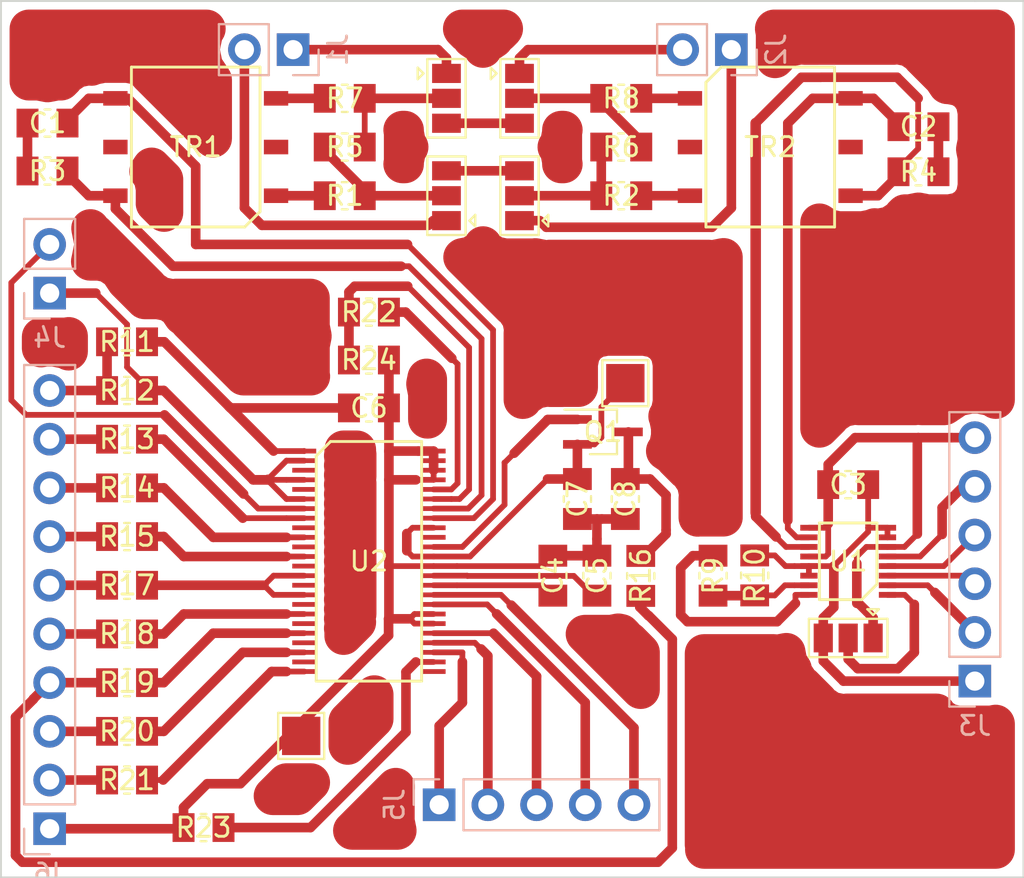
<source format=kicad_pcb>
(kicad_pcb (version 20171130) (host pcbnew "(5.0.0-rc2-dev-420-gf42ca89bb)")

  (general
    (thickness 1.6)
    (drawings 25)
    (tracks 366)
    (zones 0)
    (modules 50)
    (nets 76)
  )

  (page A4)
  (title_block
    (title "LTC6811 Test Circuit")
    (date 2018-03-06)
    (rev "REV 1")
    (company "E-agle TRT")
  )

  (layers
    (0 F.Cu signal)
    (31 B.Cu signal)
    (37 F.SilkS user)
    (44 Edge.Cuts user)
    (49 F.Fab user)
  )

  (setup
    (last_trace_width 0.3)
    (trace_clearance 0.15)
    (zone_clearance 0.4)
    (zone_45_only no)
    (trace_min 0.25)
    (segment_width 0.1)
    (edge_width 0.1)
    (via_size 0.8)
    (via_drill 0.6)
    (via_min_size 0.6)
    (via_min_drill 0.3)
    (uvia_size 0.6)
    (uvia_drill 0.1)
    (uvias_allowed no)
    (uvia_min_size 0.6)
    (uvia_min_drill 0.1)
    (pcb_text_width 0.3)
    (pcb_text_size 1.5 1.5)
    (mod_edge_width 0.15)
    (mod_text_size 1 1)
    (mod_text_width 0.15)
    (pad_size 2 2)
    (pad_drill 0)
    (pad_to_mask_clearance 0)
    (aux_axis_origin 0 0)
    (grid_origin 144.38 93.98)
    (visible_elements 7FFFF77F)
    (pcbplotparams
      (layerselection 0x01000_7fffffff)
      (usegerberextensions false)
      (usegerberattributes false)
      (usegerberadvancedattributes false)
      (creategerberjobfile false)
      (excludeedgelayer true)
      (linewidth 0.100000)
      (plotframeref false)
      (viasonmask false)
      (mode 1)
      (useauxorigin false)
      (hpglpennumber 1)
      (hpglpenspeed 20)
      (hpglpendiameter 15)
      (psnegative false)
      (psa4output false)
      (plotreference false)
      (plotvalue false)
      (plotinvisibletext false)
      (padsonsilk false)
      (subtractmaskfromsilk false)
      (outputformat 1)
      (mirror false)
      (drillshape 0)
      (scaleselection 1)
      (outputdirectory Gerber/))
  )

  (net 0 "")
  (net 1 "Net-(C1-Pad2)")
  (net 2 /MonitoringIC/IS-)
  (net 3 /IM-)
  (net 4 "Net-(C2-Pad2)")
  (net 5 GND)
  (net 6 VDD)
  (net 7 -BATT)
  (net 8 "Net-(C4-Pad2)")
  (net 9 "Net-(C5-Pad2)")
  (net 10 /MonitoringIC/V+)
  (net 11 /MonitoringIC/VReg)
  (net 12 "Net-(C8-Pad1)")
  (net 13 "Net-(J1-Pad2)")
  (net 14 "Net-(J1-Pad1)")
  (net 15 "Net-(J2-Pad1)")
  (net 16 "Net-(J2-Pad2)")
  (net 17 "Net-(J4-Pad1)")
  (net 18 "Net-(J4-Pad2)")
  (net 19 "Net-(J5-Pad1)")
  (net 20 "Net-(J5-Pad2)")
  (net 21 "Net-(J5-Pad3)")
  (net 22 "Net-(J5-Pad4)")
  (net 23 "Net-(J5-Pad5)")
  (net 24 /MonitoringIC/Cell1)
  (net 25 /MonitoringIC/Cell2)
  (net 26 /MonitoringIC/Cell3)
  (net 27 /MonitoringIC/Cell4)
  (net 28 /MonitoringIC/Cell5)
  (net 29 /MonitoringIC/Cell6)
  (net 30 /MonitoringIC/Cell7)
  (net 31 /MonitoringIC/Cell8)
  (net 32 +BATT)
  (net 33 "Net-(JP1-Pad2)")
  (net 34 /IsoSPI+)
  (net 35 "Net-(JP2-Pad2)")
  (net 36 /IsoSPI-)
  (net 37 "Net-(JP3-Pad2)")
  (net 38 "Net-(JP4-Pad2)")
  (net 39 "Net-(JP5-Pad2)")
  (net 40 "Net-(Q1-Pad1)")
  (net 41 "Net-(R1-Pad2)")
  (net 42 "Net-(R2-Pad1)")
  (net 43 /MonitoringIC/IS+)
  (net 44 /IM+)
  (net 45 "Net-(R7-Pad2)")
  (net 46 "Net-(R8-Pad1)")
  (net 47 "Net-(R10-Pad1)")
  (net 48 "Net-(R9-Pad1)")
  (net 49 "Net-(R13-Pad2)")
  (net 50 "Net-(R14-Pad2)")
  (net 51 "Net-(R15-Pad2)")
  (net 52 "Net-(R17-Pad2)")
  (net 53 "Net-(R18-Pad2)")
  (net 54 "Net-(R19-Pad2)")
  (net 55 "Net-(R20-Pad2)")
  (net 56 "Net-(R21-Pad2)")
  (net 57 "Net-(R22-Pad1)")
  (net 58 "Net-(R22-Pad2)")
  (net 59 "Net-(R23-Pad2)")
  (net 60 "Net-(U2-Pad3)")
  (net 61 "Net-(U2-Pad5)")
  (net 62 "Net-(U2-Pad9)")
  (net 63 "Net-(U2-Pad39)")
  (net 64 "Net-(U2-Pad11)")
  (net 65 "Net-(U2-Pad13)")
  (net 66 "Net-(U2-Pad15)")
  (net 67 "Net-(U2-Pad17)")
  (net 68 "Net-(U2-Pad19)")
  (net 69 "Net-(U2-Pad21)")
  (net 70 "Net-(U2-Pad23)")
  (net 71 "Net-(U2-Pad25)")
  (net 72 /MOSI)
  (net 73 /MISO)
  (net 74 /SCK)
  (net 75 /CS)

  (net_class Default "Questo è il gruppo di collegamenti predefinito"
    (clearance 0.15)
    (trace_width 0.3)
    (via_dia 0.8)
    (via_drill 0.6)
    (uvia_dia 0.6)
    (uvia_drill 0.1)
    (diff_pair_gap 0.4)
    (diff_pair_width 0.4)
    (add_net +BATT)
    (add_net -BATT)
    (add_net /CS)
    (add_net /IM+)
    (add_net /IM-)
    (add_net /IsoSPI+)
    (add_net /IsoSPI-)
    (add_net /MISO)
    (add_net /MOSI)
    (add_net /MonitoringIC/Cell1)
    (add_net /MonitoringIC/Cell2)
    (add_net /MonitoringIC/Cell3)
    (add_net /MonitoringIC/Cell4)
    (add_net /MonitoringIC/Cell5)
    (add_net /MonitoringIC/Cell6)
    (add_net /MonitoringIC/Cell7)
    (add_net /MonitoringIC/Cell8)
    (add_net /MonitoringIC/IS+)
    (add_net /MonitoringIC/IS-)
    (add_net /MonitoringIC/V+)
    (add_net /MonitoringIC/VReg)
    (add_net /SCK)
    (add_net GND)
    (add_net "Net-(C1-Pad2)")
    (add_net "Net-(C2-Pad2)")
    (add_net "Net-(C4-Pad2)")
    (add_net "Net-(C5-Pad2)")
    (add_net "Net-(C8-Pad1)")
    (add_net "Net-(J1-Pad1)")
    (add_net "Net-(J1-Pad2)")
    (add_net "Net-(J2-Pad1)")
    (add_net "Net-(J2-Pad2)")
    (add_net "Net-(J4-Pad1)")
    (add_net "Net-(J4-Pad2)")
    (add_net "Net-(J5-Pad1)")
    (add_net "Net-(J5-Pad2)")
    (add_net "Net-(J5-Pad3)")
    (add_net "Net-(J5-Pad4)")
    (add_net "Net-(J5-Pad5)")
    (add_net "Net-(JP1-Pad2)")
    (add_net "Net-(JP2-Pad2)")
    (add_net "Net-(JP3-Pad2)")
    (add_net "Net-(JP4-Pad2)")
    (add_net "Net-(JP5-Pad2)")
    (add_net "Net-(Q1-Pad1)")
    (add_net "Net-(R1-Pad2)")
    (add_net "Net-(R10-Pad1)")
    (add_net "Net-(R13-Pad2)")
    (add_net "Net-(R14-Pad2)")
    (add_net "Net-(R15-Pad2)")
    (add_net "Net-(R17-Pad2)")
    (add_net "Net-(R18-Pad2)")
    (add_net "Net-(R19-Pad2)")
    (add_net "Net-(R2-Pad1)")
    (add_net "Net-(R20-Pad2)")
    (add_net "Net-(R21-Pad2)")
    (add_net "Net-(R22-Pad1)")
    (add_net "Net-(R22-Pad2)")
    (add_net "Net-(R23-Pad2)")
    (add_net "Net-(R7-Pad2)")
    (add_net "Net-(R8-Pad1)")
    (add_net "Net-(R9-Pad1)")
    (add_net "Net-(U2-Pad11)")
    (add_net "Net-(U2-Pad13)")
    (add_net "Net-(U2-Pad15)")
    (add_net "Net-(U2-Pad17)")
    (add_net "Net-(U2-Pad19)")
    (add_net "Net-(U2-Pad21)")
    (add_net "Net-(U2-Pad23)")
    (add_net "Net-(U2-Pad25)")
    (add_net "Net-(U2-Pad3)")
    (add_net "Net-(U2-Pad39)")
    (add_net "Net-(U2-Pad5)")
    (add_net "Net-(U2-Pad9)")
    (add_net VDD)
  )

  (module Connector_PinHeader_2.54mm:PinHeader_1x10_P2.54mm_Vertical (layer B.Cu) (tedit 59FED5CC) (tstamp 5AD10CF7)
    (at 102.725 107.93)
    (descr "Through hole straight pin header, 1x10, 2.54mm pitch, single row")
    (tags "Through hole pin header THT 1x10 2.54mm single row")
    (path /5A7B44CF/5AA38179)
    (fp_text reference J6 (at 0 2.33) (layer B.SilkS)
      (effects (font (size 1 1) (thickness 0.15)) (justify mirror))
    )
    (fp_text value Battery_Conn (at 0 -25.19) (layer B.Fab)
      (effects (font (size 1 1) (thickness 0.15)) (justify mirror))
    )
    (fp_line (start -0.635 1.27) (end 1.27 1.27) (layer B.Fab) (width 0.1))
    (fp_line (start 1.27 1.27) (end 1.27 -24.13) (layer B.Fab) (width 0.1))
    (fp_line (start 1.27 -24.13) (end -1.27 -24.13) (layer B.Fab) (width 0.1))
    (fp_line (start -1.27 -24.13) (end -1.27 0.635) (layer B.Fab) (width 0.1))
    (fp_line (start -1.27 0.635) (end -0.635 1.27) (layer B.Fab) (width 0.1))
    (fp_line (start -1.33 -24.19) (end 1.33 -24.19) (layer B.SilkS) (width 0.12))
    (fp_line (start -1.33 -1.27) (end -1.33 -24.19) (layer B.SilkS) (width 0.12))
    (fp_line (start 1.33 -1.27) (end 1.33 -24.19) (layer B.SilkS) (width 0.12))
    (fp_line (start -1.33 -1.27) (end 1.33 -1.27) (layer B.SilkS) (width 0.12))
    (fp_line (start -1.33 0) (end -1.33 1.33) (layer B.SilkS) (width 0.12))
    (fp_line (start -1.33 1.33) (end 0 1.33) (layer B.SilkS) (width 0.12))
    (fp_line (start -1.8 1.8) (end -1.8 -24.65) (layer B.CrtYd) (width 0.05))
    (fp_line (start -1.8 -24.65) (end 1.8 -24.65) (layer B.CrtYd) (width 0.05))
    (fp_line (start 1.8 -24.65) (end 1.8 1.8) (layer B.CrtYd) (width 0.05))
    (fp_line (start 1.8 1.8) (end -1.8 1.8) (layer B.CrtYd) (width 0.05))
    (fp_text user %R (at 0 -11.43 -90) (layer B.Fab)
      (effects (font (size 1 1) (thickness 0.15)) (justify mirror))
    )
    (pad 1 thru_hole rect (at 0 0) (size 1.7 1.7) (drill 1) (layers *.Cu *.Mask)
      (net 7 -BATT))
    (pad 2 thru_hole oval (at 0 -2.54) (size 1.7 1.7) (drill 1) (layers *.Cu *.Mask)
      (net 24 /MonitoringIC/Cell1))
    (pad 3 thru_hole oval (at 0 -5.08) (size 1.7 1.7) (drill 1) (layers *.Cu *.Mask)
      (net 25 /MonitoringIC/Cell2))
    (pad 4 thru_hole oval (at 0 -7.62) (size 1.7 1.7) (drill 1) (layers *.Cu *.Mask)
      (net 26 /MonitoringIC/Cell3))
    (pad 5 thru_hole oval (at 0 -10.16) (size 1.7 1.7) (drill 1) (layers *.Cu *.Mask)
      (net 27 /MonitoringIC/Cell4))
    (pad 6 thru_hole oval (at 0 -12.7) (size 1.7 1.7) (drill 1) (layers *.Cu *.Mask)
      (net 28 /MonitoringIC/Cell5))
    (pad 7 thru_hole oval (at 0 -15.24) (size 1.7 1.7) (drill 1) (layers *.Cu *.Mask)
      (net 29 /MonitoringIC/Cell6))
    (pad 8 thru_hole oval (at 0 -17.78) (size 1.7 1.7) (drill 1) (layers *.Cu *.Mask)
      (net 30 /MonitoringIC/Cell7))
    (pad 9 thru_hole oval (at 0 -20.32) (size 1.7 1.7) (drill 1) (layers *.Cu *.Mask)
      (net 31 /MonitoringIC/Cell8))
    (pad 10 thru_hole oval (at 0 -22.86) (size 1.7 1.7) (drill 1) (layers *.Cu *.Mask)
      (net 32 +BATT))
    (model ${KISYS3DMOD}/Connector_PinHeader_2.54mm.3dshapes/PinHeader_1x10_P2.54mm_Vertical.wrl
      (at (xyz 0 0 0))
      (scale (xyz 1 1 1))
      (rotate (xyz 0 0 0))
    )
  )

  (module LinearBMS:HM2101NL (layer F.Cu) (tedit 5A9F0053) (tstamp 5AB216FA)
    (at 140.315 72.37 270)
    (path /5A64F6F1)
    (attr smd)
    (fp_text reference TR2 (at 0 0) (layer F.SilkS)
      (effects (font (size 1 1) (thickness 0.15)))
    )
    (fp_text value HM2101NL (at 0 0 270) (layer F.Fab)
      (effects (font (size 1 1) (thickness 0.15)))
    )
    (fp_line (start -4.3 3.5) (end -4.3 -3.5) (layer F.CrtYd) (width 0.05))
    (fp_line (start 4.3 3.5) (end -4.3 3.5) (layer F.CrtYd) (width 0.05))
    (fp_line (start 4.3 -3.5) (end 4.3 3.5) (layer F.CrtYd) (width 0.05))
    (fp_line (start -4.3 -3.5) (end 4.3 -3.5) (layer F.CrtYd) (width 0.05))
    (fp_line (start 4.17 3.355) (end -3.37 3.355) (layer F.SilkS) (width 0.15))
    (fp_line (start 4.17 -3.355) (end 4.17 3.355) (layer F.SilkS) (width 0.15))
    (fp_line (start -4.17 -3.355) (end 4.17 -3.355) (layer F.SilkS) (width 0.15))
    (fp_line (start -4.17 2.555) (end -4.17 -3.355) (layer F.SilkS) (width 0.15))
    (fp_line (start -3.37 3.355) (end -4.17 2.555) (layer F.SilkS) (width 0.15))
    (pad 3 smd rect (at 2.54 4.19 270) (size 0.76 1.27) (layers F.Cu)
      (net 42 "Net-(R2-Pad1)"))
    (pad 4 smd rect (at 2.54 -4.19 270) (size 0.76 1.27) (layers F.Cu)
      (net 44 /IM+))
    (pad 2 smd rect (at 0 4.19 270) (size 0.76 1.27) (layers F.Cu))
    (pad 5 smd rect (at 0 -4.19 270) (size 0.76 1.27) (layers F.Cu))
    (pad 1 smd rect (at -2.54 4.19 270) (size 0.76 1.27) (layers F.Cu)
      (net 46 "Net-(R8-Pad1)"))
    (pad 6 smd rect (at -2.54 -4.19 270) (size 0.76 1.27) (layers F.Cu)
      (net 3 /IM-))
    (model "C:/Program Files/KiCad/share/kicad/modules/packages3D/Package_SO.3dshapes/MFSOP6-4_4.4x3.6mm_P1.27mm.step"
      (at (xyz 0 0 0))
      (scale (xyz 1.3 2 1))
      (rotate (xyz 0 0 -90))
    )
  )

  (module LinearBMS:HM2101NL (layer F.Cu) (tedit 5A9F0018) (tstamp 5AB228E7)
    (at 110.345 72.37 90)
    (path /5A64B442)
    (attr smd)
    (fp_text reference TR1 (at 0 0) (layer F.SilkS)
      (effects (font (size 1 1) (thickness 0.15)))
    )
    (fp_text value HM2101NL (at 0 0 90) (layer F.Fab)
      (effects (font (size 1 1) (thickness 0.15)))
    )
    (fp_line (start -3.37 3.355) (end -4.17 2.555) (layer F.SilkS) (width 0.15))
    (fp_line (start -4.17 2.555) (end -4.17 -3.355) (layer F.SilkS) (width 0.15))
    (fp_line (start -4.17 -3.355) (end 4.17 -3.355) (layer F.SilkS) (width 0.15))
    (fp_line (start 4.17 -3.355) (end 4.17 3.355) (layer F.SilkS) (width 0.15))
    (fp_line (start 4.17 3.355) (end -3.37 3.355) (layer F.SilkS) (width 0.15))
    (fp_line (start -4.3 -3.5) (end 4.3 -3.5) (layer F.CrtYd) (width 0.05))
    (fp_line (start 4.3 -3.5) (end 4.3 3.5) (layer F.CrtYd) (width 0.05))
    (fp_line (start 4.3 3.5) (end -4.3 3.5) (layer F.CrtYd) (width 0.05))
    (fp_line (start -4.3 3.5) (end -4.3 -3.5) (layer F.CrtYd) (width 0.05))
    (pad 6 smd rect (at -2.54 -4.19 90) (size 0.76 1.27) (layers F.Cu)
      (net 43 /MonitoringIC/IS+))
    (pad 1 smd rect (at -2.54 4.19 90) (size 0.76 1.27) (layers F.Cu)
      (net 41 "Net-(R1-Pad2)"))
    (pad 5 smd rect (at 0 -4.19 90) (size 0.76 1.27) (layers F.Cu))
    (pad 2 smd rect (at 0 4.19 90) (size 0.76 1.27) (layers F.Cu))
    (pad 4 smd rect (at 2.54 -4.19 90) (size 0.76 1.27) (layers F.Cu)
      (net 2 /MonitoringIC/IS-))
    (pad 3 smd rect (at 2.54 4.19 90) (size 0.76 1.27) (layers F.Cu)
      (net 45 "Net-(R7-Pad2)"))
    (model "C:/Program Files/KiCad/share/kicad/modules/packages3D/Package_SO.3dshapes/MFSOP6-4_4.4x3.6mm_P1.27mm.step"
      (at (xyz 0 0 0))
      (scale (xyz 1.3 2 1))
      (rotate (xyz 0 0 -90))
    )
  )

  (module Connector_PinHeader_2.54mm:PinHeader_1x02_P2.54mm_Vertical (layer B.Cu) (tedit 59FED5CC) (tstamp 5A9D5106)
    (at 115.425 67.29 90)
    (descr "Through hole straight pin header, 1x02, 2.54mm pitch, single row")
    (tags "Through hole pin header THT 1x02 2.54mm single row")
    (path /5A7D4B31)
    (fp_text reference J1 (at 0 2.33 90) (layer B.SilkS)
      (effects (font (size 1 1) (thickness 0.15)) (justify mirror))
    )
    (fp_text value IsoSPI_B_Conn (at 0 -4.87 90) (layer B.Fab)
      (effects (font (size 1 1) (thickness 0.15)) (justify mirror))
    )
    (fp_text user %R (at 0 -1.27) (layer B.Fab)
      (effects (font (size 1 1) (thickness 0.15)) (justify mirror))
    )
    (fp_line (start 1.8 1.8) (end -1.8 1.8) (layer B.CrtYd) (width 0.05))
    (fp_line (start 1.8 -4.35) (end 1.8 1.8) (layer B.CrtYd) (width 0.05))
    (fp_line (start -1.8 -4.35) (end 1.8 -4.35) (layer B.CrtYd) (width 0.05))
    (fp_line (start -1.8 1.8) (end -1.8 -4.35) (layer B.CrtYd) (width 0.05))
    (fp_line (start -1.33 1.33) (end 0 1.33) (layer B.SilkS) (width 0.12))
    (fp_line (start -1.33 0) (end -1.33 1.33) (layer B.SilkS) (width 0.12))
    (fp_line (start -1.33 -1.27) (end 1.33 -1.27) (layer B.SilkS) (width 0.12))
    (fp_line (start 1.33 -1.27) (end 1.33 -3.87) (layer B.SilkS) (width 0.12))
    (fp_line (start -1.33 -1.27) (end -1.33 -3.87) (layer B.SilkS) (width 0.12))
    (fp_line (start -1.33 -3.87) (end 1.33 -3.87) (layer B.SilkS) (width 0.12))
    (fp_line (start -1.27 0.635) (end -0.635 1.27) (layer B.Fab) (width 0.1))
    (fp_line (start -1.27 -3.81) (end -1.27 0.635) (layer B.Fab) (width 0.1))
    (fp_line (start 1.27 -3.81) (end -1.27 -3.81) (layer B.Fab) (width 0.1))
    (fp_line (start 1.27 1.27) (end 1.27 -3.81) (layer B.Fab) (width 0.1))
    (fp_line (start -0.635 1.27) (end 1.27 1.27) (layer B.Fab) (width 0.1))
    (pad 2 thru_hole oval (at 0 -2.54 90) (size 1.7 1.7) (drill 1) (layers *.Cu *.Mask)
      (net 13 "Net-(J1-Pad2)"))
    (pad 1 thru_hole rect (at 0 0 90) (size 1.7 1.7) (drill 1) (layers *.Cu *.Mask)
      (net 14 "Net-(J1-Pad1)"))
    (model ${KISYS3DMOD}/Connector_PinHeader_2.54mm.3dshapes/PinHeader_1x02_P2.54mm_Vertical.wrl
      (at (xyz 0 0 0))
      (scale (xyz 1 1 1))
      (rotate (xyz 0 0 0))
    )
  )

  (module Capacitor_SMD:C_0805_2012Metric_Pad1.15x1.50mm_HandSolder (layer F.Cu) (tedit 5A9F03EA) (tstamp 5AD1040A)
    (at 132.755 90.73 270)
    (descr "Capacitor SMD 0805 (2012 Metric), square (rectangular) end terminal, IPC_7351 nominal with elongated pad for handsoldering. (Body size source: http://www.tortai-tech.com/upload/download/2011102023233369053.pdf), generated with kicad-footprint-generator")
    (tags "capacitor handsolder")
    (path /5A7B44CF/5A7C1191)
    (attr smd)
    (fp_text reference C8 (at 0 0 270) (layer F.SilkS)
      (effects (font (size 1 1) (thickness 0.15)))
    )
    (fp_text value 100n (at 0 -2 270) (layer F.Fab)
      (effects (font (size 1 1) (thickness 0.15)))
    )
    (fp_line (start -1 0.6) (end -1 -0.6) (layer F.Fab) (width 0.1))
    (fp_line (start -1 -0.6) (end 1 -0.6) (layer F.Fab) (width 0.1))
    (fp_line (start 1 -0.6) (end 1 0.6) (layer F.Fab) (width 0.1))
    (fp_line (start 1 0.6) (end -1 0.6) (layer F.Fab) (width 0.1))
    (fp_line (start -0.15 -0.71) (end 0.15 -0.71) (layer F.SilkS) (width 0.12))
    (fp_line (start -0.15 0.71) (end 0.15 0.71) (layer F.SilkS) (width 0.12))
    (fp_line (start -1.86 1) (end -1.86 -1) (layer F.CrtYd) (width 0.05))
    (fp_line (start -1.86 -1) (end 1.86 -1) (layer F.CrtYd) (width 0.05))
    (fp_line (start 1.86 -1) (end 1.86 1) (layer F.CrtYd) (width 0.05))
    (fp_line (start 1.86 1) (end -1.86 1) (layer F.CrtYd) (width 0.05))
    (fp_text user %R (at 0 0 270) (layer F.Fab)
      (effects (font (size 0.5 0.5) (thickness 0.08)))
    )
    (pad 1 smd rect (at -1.0425 0 270) (size 1.145 1.5) (layers F.Cu)
      (net 12 "Net-(C8-Pad1)"))
    (pad 2 smd rect (at 1.0425 0 270) (size 1.145 1.5) (layers F.Cu)
      (net 7 -BATT))
    (model ${KISYS3DMOD}/Capacitor_SMD.3dshapes/C_0805_2012Metric.wrl
      (at (xyz 0 0 0))
      (scale (xyz 1 1 1))
      (rotate (xyz 0 0 0))
    )
  )

  (module LinearBMS:SSOP-48 (layer F.Cu) (tedit 5A9F0000) (tstamp 5AD0F83C)
    (at 119.38 93.98 270)
    (path /5A7B44CF/5A7B4554)
    (attr smd)
    (fp_text reference U2 (at 0 0) (layer F.SilkS)
      (effects (font (size 1 1) (thickness 0.15)))
    )
    (fp_text value LTC6811-2 (at 0 0 270) (layer F.Fab)
      (effects (font (size 1 1) (thickness 0.15)))
    )
    (fp_line (start -5.5 2.75) (end -6.25 2) (layer F.SilkS) (width 0.15))
    (fp_line (start -6.25 2) (end -6.25 -2.75) (layer F.SilkS) (width 0.15))
    (fp_line (start -6.25 -2.75) (end 6.25 -2.75) (layer F.SilkS) (width 0.15))
    (fp_line (start 6.25 -2.75) (end 6.25 2.75) (layer F.SilkS) (width 0.15))
    (fp_line (start 6.25 2.75) (end -5.5 2.75) (layer F.SilkS) (width 0.15))
    (fp_line (start -6.5 -3) (end 6.5 -3) (layer F.CrtYd) (width 0.05))
    (fp_line (start 6.5 -3) (end 6.5 3) (layer F.CrtYd) (width 0.05))
    (fp_line (start 6.5 3) (end -6.5 3) (layer F.CrtYd) (width 0.05))
    (fp_line (start -6.5 3) (end -6.5 -3) (layer F.CrtYd) (width 0.05))
    (pad 48 smd rect (at -5.75 -3.375 270) (size 0.25 1.25) (layers F.Cu)
      (net 7 -BATT))
    (pad 1 smd rect (at -5.75 3.375 270) (size 0.25 1.25) (layers F.Cu)
      (net 10 /MonitoringIC/V+))
    (pad 47 smd rect (at -5.25 -3.375 270) (size 0.25 1.25) (layers F.Cu)
      (net 7 -BATT))
    (pad 2 smd rect (at -5.25 3.375 270) (size 0.25 1.25) (layers F.Cu)
      (net 17 "Net-(J4-Pad1)"))
    (pad 46 smd rect (at -4.75 -3.375 270) (size 0.25 1.25) (layers F.Cu)
      (net 7 -BATT))
    (pad 3 smd rect (at -4.75 3.375 270) (size 0.25 1.25) (layers F.Cu)
      (net 60 "Net-(U2-Pad3)"))
    (pad 45 smd rect (at -4.25 -3.375 270) (size 0.25 1.25) (layers F.Cu)
      (net 7 -BATT))
    (pad 4 smd rect (at -4.25 3.375 270) (size 0.25 1.25) (layers F.Cu)
      (net 17 "Net-(J4-Pad1)"))
    (pad 44 smd rect (at -3.75 -3.375 270) (size 0.25 1.25) (layers F.Cu)
      (net 57 "Net-(R22-Pad1)"))
    (pad 5 smd rect (at -3.75 3.375 270) (size 0.25 1.25) (layers F.Cu)
      (net 61 "Net-(U2-Pad5)"))
    (pad 43 smd rect (at -3.25 -3.375 270) (size 0.25 1.25) (layers F.Cu)
      (net 58 "Net-(R22-Pad2)"))
    (pad 6 smd rect (at -3.25 3.375 270) (size 0.25 1.25) (layers F.Cu)
      (net 17 "Net-(J4-Pad1)"))
    (pad 42 smd rect (at -2.75 -3.375 270) (size 0.25 1.25) (layers F.Cu)
      (net 43 /MonitoringIC/IS+))
    (pad 7 smd rect (at -2.75 3.375 270) (size 0.25 1.25) (layers F.Cu)
      (net 18 "Net-(J4-Pad2)"))
    (pad 41 smd rect (at -2.25 -3.375 270) (size 0.25 1.25) (layers F.Cu)
      (net 2 /MonitoringIC/IS-))
    (pad 8 smd rect (at -2.25 3.375 270) (size 0.25 1.25) (layers F.Cu)
      (net 49 "Net-(R13-Pad2)"))
    (pad 40 smd rect (at -1.75 -3.375 270) (size 0.25 1.25) (layers F.Cu)
      (net 11 /MonitoringIC/VReg))
    (pad 9 smd rect (at -1.75 3.375 270) (size 0.25 1.25) (layers F.Cu)
      (net 62 "Net-(U2-Pad9)"))
    (pad 39 smd rect (at -1.25 -3.375 270) (size 0.25 1.25) (layers F.Cu)
      (net 63 "Net-(U2-Pad39)"))
    (pad 10 smd rect (at -1.25 3.375 270) (size 0.25 1.25) (layers F.Cu)
      (net 50 "Net-(R14-Pad2)"))
    (pad 38 smd rect (at -0.75 -3.375 270) (size 0.25 1.25) (layers F.Cu)
      (net 40 "Net-(Q1-Pad1)"))
    (pad 11 smd rect (at -0.75 3.375 270) (size 0.25 1.25) (layers F.Cu)
      (net 64 "Net-(U2-Pad11)"))
    (pad 37 smd rect (at -0.25 -3.375 270) (size 0.25 1.25) (layers F.Cu)
      (net 11 /MonitoringIC/VReg))
    (pad 12 smd rect (at -0.25 3.375 270) (size 0.25 1.25) (layers F.Cu)
      (net 51 "Net-(R15-Pad2)"))
    (pad 36 smd rect (at 0.25 -3.375 270) (size 0.25 1.25) (layers F.Cu)
      (net 7 -BATT))
    (pad 13 smd rect (at 0.25 3.375 270) (size 0.25 1.25) (layers F.Cu)
      (net 65 "Net-(U2-Pad13)"))
    (pad 35 smd rect (at 0.75 -3.375 270) (size 0.25 1.25) (layers F.Cu)
      (net 9 "Net-(C5-Pad2)"))
    (pad 14 smd rect (at 0.75 3.375 270) (size 0.25 1.25) (layers F.Cu)
      (net 52 "Net-(R17-Pad2)"))
    (pad 34 smd rect (at 1.25 -3.375 270) (size 0.25 1.25) (layers F.Cu)
      (net 8 "Net-(C4-Pad2)"))
    (pad 15 smd rect (at 1.25 3.375 270) (size 0.25 1.25) (layers F.Cu)
      (net 66 "Net-(U2-Pad15)"))
    (pad 33 smd rect (at 1.75 -3.375 270) (size 0.25 1.25) (layers F.Cu)
      (net 23 "Net-(J5-Pad5)"))
    (pad 16 smd rect (at 1.75 3.375 270) (size 0.25 1.25) (layers F.Cu)
      (net 52 "Net-(R17-Pad2)"))
    (pad 32 smd rect (at 2.25 -3.375 270) (size 0.25 1.25) (layers F.Cu)
      (net 22 "Net-(J5-Pad4)"))
    (pad 17 smd rect (at 2.25 3.375 270) (size 0.25 1.25) (layers F.Cu)
      (net 67 "Net-(U2-Pad17)"))
    (pad 31 smd rect (at 2.75 -3.375 270) (size 0.25 1.25) (layers F.Cu)
      (net 7 -BATT))
    (pad 18 smd rect (at 2.75 3.375 270) (size 0.25 1.25) (layers F.Cu)
      (net 53 "Net-(R18-Pad2)"))
    (pad 30 smd rect (at 3.25 -3.375 270) (size 0.25 1.25) (layers F.Cu)
      (net 7 -BATT))
    (pad 19 smd rect (at 3.25 3.375 270) (size 0.25 1.25) (layers F.Cu)
      (net 68 "Net-(U2-Pad19)"))
    (pad 29 smd rect (at 3.75 -3.375 270) (size 0.25 1.25) (layers F.Cu)
      (net 21 "Net-(J5-Pad3)"))
    (pad 20 smd rect (at 3.75 3.375 270) (size 0.25 1.25) (layers F.Cu)
      (net 54 "Net-(R19-Pad2)"))
    (pad 28 smd rect (at 4.25 -3.375 270) (size 0.25 1.25) (layers F.Cu)
      (net 20 "Net-(J5-Pad2)"))
    (pad 21 smd rect (at 4.25 3.375 270) (size 0.25 1.25) (layers F.Cu)
      (net 69 "Net-(U2-Pad21)"))
    (pad 27 smd rect (at 4.75 -3.375 270) (size 0.25 1.25) (layers F.Cu)
      (net 19 "Net-(J5-Pad1)"))
    (pad 22 smd rect (at 4.75 3.375 270) (size 0.25 1.25) (layers F.Cu)
      (net 55 "Net-(R20-Pad2)"))
    (pad 26 smd rect (at 5.25 -3.375 270) (size 0.25 1.25) (layers F.Cu)
      (net 59 "Net-(R23-Pad2)"))
    (pad 23 smd rect (at 5.25 3.375 270) (size 0.25 1.25) (layers F.Cu)
      (net 70 "Net-(U2-Pad23)"))
    (pad 25 smd rect (at 5.75 -3.375 270) (size 0.25 1.25) (layers F.Cu)
      (net 71 "Net-(U2-Pad25)"))
    (pad 24 smd rect (at 5.75 3.375 270) (size 0.25 1.25) (layers F.Cu)
      (net 56 "Net-(R21-Pad2)"))
    (model "C:/Program Files/KiCad/share/kicad/modules/packages3D/Package_SO.3dshapes/SSOP-48_7.5x15.9mm_P0.635mm.wrl"
      (at (xyz 0 0 0))
      (scale (xyz 0.7 0.7875 0.4))
      (rotate (xyz 0 0 -90))
    )
  )

  (module Resistor_SMD:R_0805_2012Metric_Pad1.15x1.50mm_HandSolder (layer F.Cu) (tedit 5A9F01B5) (tstamp 5AB2167F)
    (at 106.7625 100.31)
    (descr "Resistor SMD 0805 (2012 Metric), square (rectangular) end terminal, IPC_7351 nominal with elongated pad for handsoldering. (Body size source: http://www.tortai-tech.com/upload/download/2011102023233369053.pdf), generated with kicad-footprint-generator")
    (tags "resistor handsolder")
    (path /5A7B44CF/5A7D4F17)
    (attr smd)
    (fp_text reference R19 (at 0 0) (layer F.SilkS)
      (effects (font (size 1 1) (thickness 0.15)))
    )
    (fp_text value 330 (at 3 0) (layer F.Fab)
      (effects (font (size 1 1) (thickness 0.15)))
    )
    (fp_text user %R (at 0 0) (layer F.Fab)
      (effects (font (size 0.5 0.5) (thickness 0.08)))
    )
    (fp_line (start 1.86 1) (end -1.86 1) (layer F.CrtYd) (width 0.05))
    (fp_line (start 1.86 -1) (end 1.86 1) (layer F.CrtYd) (width 0.05))
    (fp_line (start -1.86 -1) (end 1.86 -1) (layer F.CrtYd) (width 0.05))
    (fp_line (start -1.86 1) (end -1.86 -1) (layer F.CrtYd) (width 0.05))
    (fp_line (start -0.15 0.71) (end 0.15 0.71) (layer F.SilkS) (width 0.12))
    (fp_line (start -0.15 -0.71) (end 0.15 -0.71) (layer F.SilkS) (width 0.12))
    (fp_line (start 1 0.6) (end -1 0.6) (layer F.Fab) (width 0.1))
    (fp_line (start 1 -0.6) (end 1 0.6) (layer F.Fab) (width 0.1))
    (fp_line (start -1 -0.6) (end 1 -0.6) (layer F.Fab) (width 0.1))
    (fp_line (start -1 0.6) (end -1 -0.6) (layer F.Fab) (width 0.1))
    (pad 2 smd rect (at 1.0425 0) (size 1.145 1.5) (layers F.Cu)
      (net 54 "Net-(R19-Pad2)"))
    (pad 1 smd rect (at -1.0425 0) (size 1.145 1.5) (layers F.Cu)
      (net 26 /MonitoringIC/Cell3))
    (model ${KISYS3DMOD}/Resistor_SMD.3dshapes/R_0805_2012Metric.wrl
      (at (xyz 0 0 0))
      (scale (xyz 1 1 1))
      (rotate (xyz 0 0 0))
    )
  )

  (module Capacitor_SMD:C_0805_2012Metric_Pad1.15x1.50mm_HandSolder (layer F.Cu) (tedit 5A9F0160) (tstamp 5AB213C3)
    (at 102.6125 71.12 180)
    (descr "Capacitor SMD 0805 (2012 Metric), square (rectangular) end terminal, IPC_7351 nominal with elongated pad for handsoldering. (Body size source: http://www.tortai-tech.com/upload/download/2011102023233369053.pdf), generated with kicad-footprint-generator")
    (tags "capacitor handsolder")
    (path /5A64B5D4)
    (attr smd)
    (fp_text reference C1 (at 0 0 180) (layer F.SilkS)
      (effects (font (size 1 1) (thickness 0.15)))
    )
    (fp_text value 15p (at 0 2 180) (layer F.Fab)
      (effects (font (size 1 1) (thickness 0.15)))
    )
    (fp_text user %R (at 0 0 180) (layer F.Fab)
      (effects (font (size 0.5 0.5) (thickness 0.08)))
    )
    (fp_line (start 1.86 1) (end -1.86 1) (layer F.CrtYd) (width 0.05))
    (fp_line (start 1.86 -1) (end 1.86 1) (layer F.CrtYd) (width 0.05))
    (fp_line (start -1.86 -1) (end 1.86 -1) (layer F.CrtYd) (width 0.05))
    (fp_line (start -1.86 1) (end -1.86 -1) (layer F.CrtYd) (width 0.05))
    (fp_line (start -0.15 0.71) (end 0.15 0.71) (layer F.SilkS) (width 0.12))
    (fp_line (start -0.15 -0.71) (end 0.15 -0.71) (layer F.SilkS) (width 0.12))
    (fp_line (start 1 0.6) (end -1 0.6) (layer F.Fab) (width 0.1))
    (fp_line (start 1 -0.6) (end 1 0.6) (layer F.Fab) (width 0.1))
    (fp_line (start -1 -0.6) (end 1 -0.6) (layer F.Fab) (width 0.1))
    (fp_line (start -1 0.6) (end -1 -0.6) (layer F.Fab) (width 0.1))
    (pad 2 smd rect (at 1.0425 0 180) (size 1.145 1.5) (layers F.Cu)
      (net 1 "Net-(C1-Pad2)"))
    (pad 1 smd rect (at -1.0425 0 180) (size 1.145 1.5) (layers F.Cu)
      (net 2 /MonitoringIC/IS-))
    (model ${KISYS3DMOD}/Capacitor_SMD.3dshapes/C_0805_2012Metric.wrl
      (at (xyz 0 0 0))
      (scale (xyz 1 1 1))
      (rotate (xyz 0 0 0))
    )
  )

  (module Capacitor_SMD:C_0805_2012Metric_Pad1.15x1.50mm_HandSolder (layer F.Cu) (tedit 5A9F0317) (tstamp 5AB213D4)
    (at 148.0475 71.3105)
    (descr "Capacitor SMD 0805 (2012 Metric), square (rectangular) end terminal, IPC_7351 nominal with elongated pad for handsoldering. (Body size source: http://www.tortai-tech.com/upload/download/2011102023233369053.pdf), generated with kicad-footprint-generator")
    (tags "capacitor handsolder")
    (path /5A650BD1)
    (attr smd)
    (fp_text reference C2 (at 0 0) (layer F.SilkS)
      (effects (font (size 1 1) (thickness 0.15)))
    )
    (fp_text value 15p (at 0 -2) (layer F.Fab)
      (effects (font (size 1 1) (thickness 0.15)))
    )
    (fp_line (start -1 0.6) (end -1 -0.6) (layer F.Fab) (width 0.1))
    (fp_line (start -1 -0.6) (end 1 -0.6) (layer F.Fab) (width 0.1))
    (fp_line (start 1 -0.6) (end 1 0.6) (layer F.Fab) (width 0.1))
    (fp_line (start 1 0.6) (end -1 0.6) (layer F.Fab) (width 0.1))
    (fp_line (start -0.15 -0.71) (end 0.15 -0.71) (layer F.SilkS) (width 0.12))
    (fp_line (start -0.15 0.71) (end 0.15 0.71) (layer F.SilkS) (width 0.12))
    (fp_line (start -1.86 1) (end -1.86 -1) (layer F.CrtYd) (width 0.05))
    (fp_line (start -1.86 -1) (end 1.86 -1) (layer F.CrtYd) (width 0.05))
    (fp_line (start 1.86 -1) (end 1.86 1) (layer F.CrtYd) (width 0.05))
    (fp_line (start 1.86 1) (end -1.86 1) (layer F.CrtYd) (width 0.05))
    (fp_text user %R (at 0 0) (layer F.Fab)
      (effects (font (size 0.5 0.5) (thickness 0.08)))
    )
    (pad 1 smd rect (at -1.0425 0) (size 1.145 1.5) (layers F.Cu)
      (net 3 /IM-))
    (pad 2 smd rect (at 1.0425 0) (size 1.145 1.5) (layers F.Cu)
      (net 4 "Net-(C2-Pad2)"))
    (model ${KISYS3DMOD}/Capacitor_SMD.3dshapes/C_0805_2012Metric.wrl
      (at (xyz 0 0 0))
      (scale (xyz 1 1 1))
      (rotate (xyz 0 0 0))
    )
  )

  (module Capacitor_SMD:C_0805_2012Metric_Pad1.15x1.50mm_HandSolder (layer F.Cu) (tedit 5A9F0368) (tstamp 5AB2329C)
    (at 144.38 89.98)
    (descr "Capacitor SMD 0805 (2012 Metric), square (rectangular) end terminal, IPC_7351 nominal with elongated pad for handsoldering. (Body size source: http://www.tortai-tech.com/upload/download/2011102023233369053.pdf), generated with kicad-footprint-generator")
    (tags "capacitor handsolder")
    (path /5A7D8475)
    (attr smd)
    (fp_text reference C3 (at 0 0) (layer F.SilkS)
      (effects (font (size 1 1) (thickness 0.15)))
    )
    (fp_text value 100n (at 0 -2) (layer F.Fab)
      (effects (font (size 1 1) (thickness 0.15)))
    )
    (fp_text user %R (at 0 0) (layer F.Fab)
      (effects (font (size 0.5 0.5) (thickness 0.08)))
    )
    (fp_line (start 1.86 1) (end -1.86 1) (layer F.CrtYd) (width 0.05))
    (fp_line (start 1.86 -1) (end 1.86 1) (layer F.CrtYd) (width 0.05))
    (fp_line (start -1.86 -1) (end 1.86 -1) (layer F.CrtYd) (width 0.05))
    (fp_line (start -1.86 1) (end -1.86 -1) (layer F.CrtYd) (width 0.05))
    (fp_line (start -0.15 0.71) (end 0.15 0.71) (layer F.SilkS) (width 0.12))
    (fp_line (start -0.15 -0.71) (end 0.15 -0.71) (layer F.SilkS) (width 0.12))
    (fp_line (start 1 0.6) (end -1 0.6) (layer F.Fab) (width 0.1))
    (fp_line (start 1 -0.6) (end 1 0.6) (layer F.Fab) (width 0.1))
    (fp_line (start -1 -0.6) (end 1 -0.6) (layer F.Fab) (width 0.1))
    (fp_line (start -1 0.6) (end -1 -0.6) (layer F.Fab) (width 0.1))
    (pad 2 smd rect (at 1.0425 0) (size 1.145 1.5) (layers F.Cu)
      (net 5 GND))
    (pad 1 smd rect (at -1.0425 0) (size 1.145 1.5) (layers F.Cu)
      (net 6 VDD))
    (model ${KISYS3DMOD}/Capacitor_SMD.3dshapes/C_0805_2012Metric.wrl
      (at (xyz 0 0 0))
      (scale (xyz 1 1 1))
      (rotate (xyz 0 0 0))
    )
  )

  (module Capacitor_SMD:C_0805_2012Metric_Pad1.15x1.50mm_HandSolder (layer F.Cu) (tedit 5A9F03CB) (tstamp 5AB213F6)
    (at 128.9742 94.73 270)
    (descr "Capacitor SMD 0805 (2012 Metric), square (rectangular) end terminal, IPC_7351 nominal with elongated pad for handsoldering. (Body size source: http://www.tortai-tech.com/upload/download/2011102023233369053.pdf), generated with kicad-footprint-generator")
    (tags "capacitor handsolder")
    (path /5A7B44CF/5A7C57EB)
    (attr smd)
    (fp_text reference C4 (at 0 0 270) (layer F.SilkS)
      (effects (font (size 1 1) (thickness 0.15)))
    )
    (fp_text value 1u (at 3 0 270) (layer F.Fab)
      (effects (font (size 1 1) (thickness 0.15)))
    )
    (fp_line (start -1 0.6) (end -1 -0.6) (layer F.Fab) (width 0.1))
    (fp_line (start -1 -0.6) (end 1 -0.6) (layer F.Fab) (width 0.1))
    (fp_line (start 1 -0.6) (end 1 0.6) (layer F.Fab) (width 0.1))
    (fp_line (start 1 0.6) (end -1 0.6) (layer F.Fab) (width 0.1))
    (fp_line (start -0.15 -0.71) (end 0.15 -0.71) (layer F.SilkS) (width 0.12))
    (fp_line (start -0.15 0.71) (end 0.15 0.71) (layer F.SilkS) (width 0.12))
    (fp_line (start -1.86 1) (end -1.86 -1) (layer F.CrtYd) (width 0.05))
    (fp_line (start -1.86 -1) (end 1.86 -1) (layer F.CrtYd) (width 0.05))
    (fp_line (start 1.86 -1) (end 1.86 1) (layer F.CrtYd) (width 0.05))
    (fp_line (start 1.86 1) (end -1.86 1) (layer F.CrtYd) (width 0.05))
    (fp_text user %R (at 0 0 270) (layer F.Fab)
      (effects (font (size 0.5 0.5) (thickness 0.08)))
    )
    (pad 1 smd rect (at -1.0425 0 270) (size 1.145 1.5) (layers F.Cu)
      (net 7 -BATT))
    (pad 2 smd rect (at 1.0425 0 270) (size 1.145 1.5) (layers F.Cu)
      (net 8 "Net-(C4-Pad2)"))
    (model ${KISYS3DMOD}/Capacitor_SMD.3dshapes/C_0805_2012Metric.wrl
      (at (xyz 0 0 0))
      (scale (xyz 1 1 1))
      (rotate (xyz 0 0 0))
    )
  )

  (module Capacitor_SMD:C_0805_2012Metric_Pad1.15x1.50mm_HandSolder (layer F.Cu) (tedit 5A9F03D2) (tstamp 5AB21407)
    (at 131.2736 94.73 270)
    (descr "Capacitor SMD 0805 (2012 Metric), square (rectangular) end terminal, IPC_7351 nominal with elongated pad for handsoldering. (Body size source: http://www.tortai-tech.com/upload/download/2011102023233369053.pdf), generated with kicad-footprint-generator")
    (tags "capacitor handsolder")
    (path /5A7B44CF/5A7C38D1)
    (attr smd)
    (fp_text reference C5 (at 0 0 270) (layer F.SilkS)
      (effects (font (size 1 1) (thickness 0.15)))
    )
    (fp_text value 1u (at 3 0 270) (layer F.Fab)
      (effects (font (size 1 1) (thickness 0.15)))
    )
    (fp_text user %R (at 0 0 270) (layer F.Fab)
      (effects (font (size 0.5 0.5) (thickness 0.08)))
    )
    (fp_line (start 1.86 1) (end -1.86 1) (layer F.CrtYd) (width 0.05))
    (fp_line (start 1.86 -1) (end 1.86 1) (layer F.CrtYd) (width 0.05))
    (fp_line (start -1.86 -1) (end 1.86 -1) (layer F.CrtYd) (width 0.05))
    (fp_line (start -1.86 1) (end -1.86 -1) (layer F.CrtYd) (width 0.05))
    (fp_line (start -0.15 0.71) (end 0.15 0.71) (layer F.SilkS) (width 0.12))
    (fp_line (start -0.15 -0.71) (end 0.15 -0.71) (layer F.SilkS) (width 0.12))
    (fp_line (start 1 0.6) (end -1 0.6) (layer F.Fab) (width 0.1))
    (fp_line (start 1 -0.6) (end 1 0.6) (layer F.Fab) (width 0.1))
    (fp_line (start -1 -0.6) (end 1 -0.6) (layer F.Fab) (width 0.1))
    (fp_line (start -1 0.6) (end -1 -0.6) (layer F.Fab) (width 0.1))
    (pad 2 smd rect (at 1.0425 0 270) (size 1.145 1.5) (layers F.Cu)
      (net 9 "Net-(C5-Pad2)"))
    (pad 1 smd rect (at -1.0425 0 270) (size 1.145 1.5) (layers F.Cu)
      (net 7 -BATT))
    (model ${KISYS3DMOD}/Capacitor_SMD.3dshapes/C_0805_2012Metric.wrl
      (at (xyz 0 0 0))
      (scale (xyz 1 1 1))
      (rotate (xyz 0 0 0))
    )
  )

  (module Capacitor_SMD:C_0805_2012Metric_Pad1.15x1.50mm_HandSolder (layer F.Cu) (tedit 5A9F042F) (tstamp 5AB21418)
    (at 119.38 85.979 180)
    (descr "Capacitor SMD 0805 (2012 Metric), square (rectangular) end terminal, IPC_7351 nominal with elongated pad for handsoldering. (Body size source: http://www.tortai-tech.com/upload/download/2011102023233369053.pdf), generated with kicad-footprint-generator")
    (tags "capacitor handsolder")
    (path /5A7B44CF/5A7B8F44)
    (attr smd)
    (fp_text reference C6 (at 0 0 180) (layer F.SilkS)
      (effects (font (size 1 1) (thickness 0.15)))
    )
    (fp_text value 100n (at -3 0 180) (layer F.Fab)
      (effects (font (size 1 1) (thickness 0.15)))
    )
    (fp_line (start -1 0.6) (end -1 -0.6) (layer F.Fab) (width 0.1))
    (fp_line (start -1 -0.6) (end 1 -0.6) (layer F.Fab) (width 0.1))
    (fp_line (start 1 -0.6) (end 1 0.6) (layer F.Fab) (width 0.1))
    (fp_line (start 1 0.6) (end -1 0.6) (layer F.Fab) (width 0.1))
    (fp_line (start -0.15 -0.71) (end 0.15 -0.71) (layer F.SilkS) (width 0.12))
    (fp_line (start -0.15 0.71) (end 0.15 0.71) (layer F.SilkS) (width 0.12))
    (fp_line (start -1.86 1) (end -1.86 -1) (layer F.CrtYd) (width 0.05))
    (fp_line (start -1.86 -1) (end 1.86 -1) (layer F.CrtYd) (width 0.05))
    (fp_line (start 1.86 -1) (end 1.86 1) (layer F.CrtYd) (width 0.05))
    (fp_line (start 1.86 1) (end -1.86 1) (layer F.CrtYd) (width 0.05))
    (fp_text user %R (at 0 0 180) (layer F.Fab)
      (effects (font (size 0.5 0.5) (thickness 0.08)))
    )
    (pad 1 smd rect (at -1.0425 0 180) (size 1.145 1.5) (layers F.Cu)
      (net 7 -BATT))
    (pad 2 smd rect (at 1.0425 0 180) (size 1.145 1.5) (layers F.Cu)
      (net 10 /MonitoringIC/V+))
    (model ${KISYS3DMOD}/Capacitor_SMD.3dshapes/C_0805_2012Metric.wrl
      (at (xyz 0 0 0))
      (scale (xyz 1 1 1))
      (rotate (xyz 0 0 0))
    )
  )

  (module Capacitor_SMD:C_0805_2012Metric_Pad1.15x1.50mm_HandSolder (layer F.Cu) (tedit 5A9F03F0) (tstamp 5AB21429)
    (at 130.255 90.73 90)
    (descr "Capacitor SMD 0805 (2012 Metric), square (rectangular) end terminal, IPC_7351 nominal with elongated pad for handsoldering. (Body size source: http://www.tortai-tech.com/upload/download/2011102023233369053.pdf), generated with kicad-footprint-generator")
    (tags "capacitor handsolder")
    (path /5A7B44CF/5A7BB74F)
    (attr smd)
    (fp_text reference C7 (at 0 0 90) (layer F.SilkS)
      (effects (font (size 1 1) (thickness 0.15)))
    )
    (fp_text value 100n (at 0 -2 90) (layer F.Fab)
      (effects (font (size 1 1) (thickness 0.15)))
    )
    (fp_text user %R (at 0 0 90) (layer F.Fab)
      (effects (font (size 0.5 0.5) (thickness 0.08)))
    )
    (fp_line (start 1.86 1) (end -1.86 1) (layer F.CrtYd) (width 0.05))
    (fp_line (start 1.86 -1) (end 1.86 1) (layer F.CrtYd) (width 0.05))
    (fp_line (start -1.86 -1) (end 1.86 -1) (layer F.CrtYd) (width 0.05))
    (fp_line (start -1.86 1) (end -1.86 -1) (layer F.CrtYd) (width 0.05))
    (fp_line (start -0.15 0.71) (end 0.15 0.71) (layer F.SilkS) (width 0.12))
    (fp_line (start -0.15 -0.71) (end 0.15 -0.71) (layer F.SilkS) (width 0.12))
    (fp_line (start 1 0.6) (end -1 0.6) (layer F.Fab) (width 0.1))
    (fp_line (start 1 -0.6) (end 1 0.6) (layer F.Fab) (width 0.1))
    (fp_line (start -1 -0.6) (end 1 -0.6) (layer F.Fab) (width 0.1))
    (fp_line (start -1 0.6) (end -1 -0.6) (layer F.Fab) (width 0.1))
    (pad 2 smd rect (at 1.0425 0 90) (size 1.145 1.5) (layers F.Cu)
      (net 11 /MonitoringIC/VReg))
    (pad 1 smd rect (at -1.0425 0 90) (size 1.145 1.5) (layers F.Cu)
      (net 7 -BATT))
    (model ${KISYS3DMOD}/Capacitor_SMD.3dshapes/C_0805_2012Metric.wrl
      (at (xyz 0 0 0))
      (scale (xyz 1 1 1))
      (rotate (xyz 0 0 0))
    )
  )

  (module Connector_PinHeader_2.54mm:PinHeader_1x02_P2.54mm_Vertical (layer B.Cu) (tedit 59FED5CC) (tstamp 5AB22E7F)
    (at 138.285 67.29 90)
    (descr "Through hole straight pin header, 1x02, 2.54mm pitch, single row")
    (tags "Through hole pin header THT 1x02 2.54mm single row")
    (path /5A7D940D)
    (fp_text reference J2 (at 0 2.33 90) (layer B.SilkS)
      (effects (font (size 1 1) (thickness 0.15)) (justify mirror))
    )
    (fp_text value IsoSPI_M_Conn (at 0 -4.87 90) (layer B.Fab)
      (effects (font (size 1 1) (thickness 0.15)) (justify mirror))
    )
    (fp_line (start -0.635 1.27) (end 1.27 1.27) (layer B.Fab) (width 0.1))
    (fp_line (start 1.27 1.27) (end 1.27 -3.81) (layer B.Fab) (width 0.1))
    (fp_line (start 1.27 -3.81) (end -1.27 -3.81) (layer B.Fab) (width 0.1))
    (fp_line (start -1.27 -3.81) (end -1.27 0.635) (layer B.Fab) (width 0.1))
    (fp_line (start -1.27 0.635) (end -0.635 1.27) (layer B.Fab) (width 0.1))
    (fp_line (start -1.33 -3.87) (end 1.33 -3.87) (layer B.SilkS) (width 0.12))
    (fp_line (start -1.33 -1.27) (end -1.33 -3.87) (layer B.SilkS) (width 0.12))
    (fp_line (start 1.33 -1.27) (end 1.33 -3.87) (layer B.SilkS) (width 0.12))
    (fp_line (start -1.33 -1.27) (end 1.33 -1.27) (layer B.SilkS) (width 0.12))
    (fp_line (start -1.33 0) (end -1.33 1.33) (layer B.SilkS) (width 0.12))
    (fp_line (start -1.33 1.33) (end 0 1.33) (layer B.SilkS) (width 0.12))
    (fp_line (start -1.8 1.8) (end -1.8 -4.35) (layer B.CrtYd) (width 0.05))
    (fp_line (start -1.8 -4.35) (end 1.8 -4.35) (layer B.CrtYd) (width 0.05))
    (fp_line (start 1.8 -4.35) (end 1.8 1.8) (layer B.CrtYd) (width 0.05))
    (fp_line (start 1.8 1.8) (end -1.8 1.8) (layer B.CrtYd) (width 0.05))
    (fp_text user %R (at 0 -1.27) (layer B.Fab)
      (effects (font (size 1 1) (thickness 0.15)) (justify mirror))
    )
    (pad 1 thru_hole rect (at 0 0 90) (size 1.7 1.7) (drill 1) (layers *.Cu *.Mask)
      (net 15 "Net-(J2-Pad1)"))
    (pad 2 thru_hole oval (at 0 -2.54 90) (size 1.7 1.7) (drill 1) (layers *.Cu *.Mask)
      (net 16 "Net-(J2-Pad2)"))
    (model ${KISYS3DMOD}/Connector_PinHeader_2.54mm.3dshapes/PinHeader_1x02_P2.54mm_Vertical.wrl
      (at (xyz 0 0 0))
      (scale (xyz 1 1 1))
      (rotate (xyz 0 0 0))
    )
  )

  (module Connector_PinHeader_2.54mm:PinHeader_1x06_P2.54mm_Vertical (layer B.Cu) (tedit 59FED5CC) (tstamp 5AB21480)
    (at 150.985 100.23)
    (descr "Through hole straight pin header, 1x06, 2.54mm pitch, single row")
    (tags "Through hole pin header THT 1x06 2.54mm single row")
    (path /5A96B9EC)
    (fp_text reference J3 (at 0 2.33) (layer B.SilkS)
      (effects (font (size 1 1) (thickness 0.15)) (justify mirror))
    )
    (fp_text value Conn_01x06 (at 0 -15.03) (layer B.Fab)
      (effects (font (size 1 1) (thickness 0.15)) (justify mirror))
    )
    (fp_line (start -0.635 1.27) (end 1.27 1.27) (layer B.Fab) (width 0.1))
    (fp_line (start 1.27 1.27) (end 1.27 -13.97) (layer B.Fab) (width 0.1))
    (fp_line (start 1.27 -13.97) (end -1.27 -13.97) (layer B.Fab) (width 0.1))
    (fp_line (start -1.27 -13.97) (end -1.27 0.635) (layer B.Fab) (width 0.1))
    (fp_line (start -1.27 0.635) (end -0.635 1.27) (layer B.Fab) (width 0.1))
    (fp_line (start -1.33 -14.03) (end 1.33 -14.03) (layer B.SilkS) (width 0.12))
    (fp_line (start -1.33 -1.27) (end -1.33 -14.03) (layer B.SilkS) (width 0.12))
    (fp_line (start 1.33 -1.27) (end 1.33 -14.03) (layer B.SilkS) (width 0.12))
    (fp_line (start -1.33 -1.27) (end 1.33 -1.27) (layer B.SilkS) (width 0.12))
    (fp_line (start -1.33 0) (end -1.33 1.33) (layer B.SilkS) (width 0.12))
    (fp_line (start -1.33 1.33) (end 0 1.33) (layer B.SilkS) (width 0.12))
    (fp_line (start -1.8 1.8) (end -1.8 -14.5) (layer B.CrtYd) (width 0.05))
    (fp_line (start -1.8 -14.5) (end 1.8 -14.5) (layer B.CrtYd) (width 0.05))
    (fp_line (start 1.8 -14.5) (end 1.8 1.8) (layer B.CrtYd) (width 0.05))
    (fp_line (start 1.8 1.8) (end -1.8 1.8) (layer B.CrtYd) (width 0.05))
    (fp_text user %R (at 0 -6.35 270) (layer B.Fab)
      (effects (font (size 1 1) (thickness 0.15)) (justify mirror))
    )
    (pad 1 thru_hole rect (at 0 0) (size 1.7 1.7) (drill 1) (layers *.Cu *.Mask)
      (net 5 GND))
    (pad 2 thru_hole oval (at 0 -2.54) (size 1.7 1.7) (drill 1) (layers *.Cu *.Mask)
      (net 72 /MOSI))
    (pad 3 thru_hole oval (at 0 -5.08) (size 1.7 1.7) (drill 1) (layers *.Cu *.Mask)
      (net 73 /MISO))
    (pad 4 thru_hole oval (at 0 -7.62) (size 1.7 1.7) (drill 1) (layers *.Cu *.Mask)
      (net 74 /SCK))
    (pad 5 thru_hole oval (at 0 -10.16) (size 1.7 1.7) (drill 1) (layers *.Cu *.Mask)
      (net 75 /CS))
    (pad 6 thru_hole oval (at 0 -12.7) (size 1.7 1.7) (drill 1) (layers *.Cu *.Mask)
      (net 6 VDD))
    (model ${KISYS3DMOD}/Connector_PinHeader_2.54mm.3dshapes/PinHeader_1x06_P2.54mm_Vertical.wrl
      (at (xyz 0 0 0))
      (scale (xyz 1 1 1))
      (rotate (xyz 0 0 0))
    )
  )

  (module Connector_PinHeader_2.54mm:PinHeader_1x02_P2.54mm_Vertical (layer B.Cu) (tedit 59FED5CC) (tstamp 5A9D3E25)
    (at 102.725 79.99)
    (descr "Through hole straight pin header, 1x02, 2.54mm pitch, single row")
    (tags "Through hole pin header THT 1x02 2.54mm single row")
    (path /5A7B44CF/5AA35CF1)
    (fp_text reference J4 (at 0 2.33) (layer B.SilkS)
      (effects (font (size 1 1) (thickness 0.15)) (justify mirror))
    )
    (fp_text value Temp_Conn (at 0 -4.87) (layer B.Fab)
      (effects (font (size 1 1) (thickness 0.15)) (justify mirror))
    )
    (fp_line (start -0.635 1.27) (end 1.27 1.27) (layer B.Fab) (width 0.1))
    (fp_line (start 1.27 1.27) (end 1.27 -3.81) (layer B.Fab) (width 0.1))
    (fp_line (start 1.27 -3.81) (end -1.27 -3.81) (layer B.Fab) (width 0.1))
    (fp_line (start -1.27 -3.81) (end -1.27 0.635) (layer B.Fab) (width 0.1))
    (fp_line (start -1.27 0.635) (end -0.635 1.27) (layer B.Fab) (width 0.1))
    (fp_line (start -1.33 -3.87) (end 1.33 -3.87) (layer B.SilkS) (width 0.12))
    (fp_line (start -1.33 -1.27) (end -1.33 -3.87) (layer B.SilkS) (width 0.12))
    (fp_line (start 1.33 -1.27) (end 1.33 -3.87) (layer B.SilkS) (width 0.12))
    (fp_line (start -1.33 -1.27) (end 1.33 -1.27) (layer B.SilkS) (width 0.12))
    (fp_line (start -1.33 0) (end -1.33 1.33) (layer B.SilkS) (width 0.12))
    (fp_line (start -1.33 1.33) (end 0 1.33) (layer B.SilkS) (width 0.12))
    (fp_line (start -1.8 1.8) (end -1.8 -4.35) (layer B.CrtYd) (width 0.05))
    (fp_line (start -1.8 -4.35) (end 1.8 -4.35) (layer B.CrtYd) (width 0.05))
    (fp_line (start 1.8 -4.35) (end 1.8 1.8) (layer B.CrtYd) (width 0.05))
    (fp_line (start 1.8 1.8) (end -1.8 1.8) (layer B.CrtYd) (width 0.05))
    (fp_text user %R (at 0 -1.27 -90) (layer B.Fab)
      (effects (font (size 1 1) (thickness 0.15)) (justify mirror))
    )
    (pad 1 thru_hole rect (at 0 0) (size 1.7 1.7) (drill 1) (layers *.Cu *.Mask)
      (net 17 "Net-(J4-Pad1)"))
    (pad 2 thru_hole oval (at 0 -2.54) (size 1.7 1.7) (drill 1) (layers *.Cu *.Mask)
      (net 18 "Net-(J4-Pad2)"))
    (model ${KISYS3DMOD}/Connector_PinHeader_2.54mm.3dshapes/PinHeader_1x02_P2.54mm_Vertical.wrl
      (at (xyz 0 0 0))
      (scale (xyz 1 1 1))
      (rotate (xyz 0 0 0))
    )
  )

  (module Connector_PinHeader_2.54mm:PinHeader_1x05_P2.54mm_Vertical (layer B.Cu) (tedit 59FED5CC) (tstamp 5AD101F6)
    (at 123.044 106.68 270)
    (descr "Through hole straight pin header, 1x05, 2.54mm pitch, single row")
    (tags "Through hole pin header THT 1x05 2.54mm single row")
    (path /5A7B44CF/5A7B688E)
    (fp_text reference J5 (at 0 2.33 90) (layer B.SilkS)
      (effects (font (size 1 1) (thickness 0.15)) (justify mirror))
    )
    (fp_text value GPIO_Conn (at 0 -12.49 270) (layer B.Fab)
      (effects (font (size 1 1) (thickness 0.15)) (justify mirror))
    )
    (fp_line (start -0.635 1.27) (end 1.27 1.27) (layer B.Fab) (width 0.1))
    (fp_line (start 1.27 1.27) (end 1.27 -11.43) (layer B.Fab) (width 0.1))
    (fp_line (start 1.27 -11.43) (end -1.27 -11.43) (layer B.Fab) (width 0.1))
    (fp_line (start -1.27 -11.43) (end -1.27 0.635) (layer B.Fab) (width 0.1))
    (fp_line (start -1.27 0.635) (end -0.635 1.27) (layer B.Fab) (width 0.1))
    (fp_line (start -1.33 -11.49) (end 1.33 -11.49) (layer B.SilkS) (width 0.12))
    (fp_line (start -1.33 -1.27) (end -1.33 -11.49) (layer B.SilkS) (width 0.12))
    (fp_line (start 1.33 -1.27) (end 1.33 -11.49) (layer B.SilkS) (width 0.12))
    (fp_line (start -1.33 -1.27) (end 1.33 -1.27) (layer B.SilkS) (width 0.12))
    (fp_line (start -1.33 0) (end -1.33 1.33) (layer B.SilkS) (width 0.12))
    (fp_line (start -1.33 1.33) (end 0 1.33) (layer B.SilkS) (width 0.12))
    (fp_line (start -1.8 1.8) (end -1.8 -11.95) (layer B.CrtYd) (width 0.05))
    (fp_line (start -1.8 -11.95) (end 1.8 -11.95) (layer B.CrtYd) (width 0.05))
    (fp_line (start 1.8 -11.95) (end 1.8 1.8) (layer B.CrtYd) (width 0.05))
    (fp_line (start 1.8 1.8) (end -1.8 1.8) (layer B.CrtYd) (width 0.05))
    (fp_text user %R (at 0 -5.08 180) (layer B.Fab)
      (effects (font (size 1 1) (thickness 0.15)) (justify mirror))
    )
    (pad 1 thru_hole rect (at 0 0 270) (size 1.7 1.7) (drill 1) (layers *.Cu *.Mask)
      (net 19 "Net-(J5-Pad1)"))
    (pad 2 thru_hole oval (at 0 -2.54 270) (size 1.7 1.7) (drill 1) (layers *.Cu *.Mask)
      (net 20 "Net-(J5-Pad2)"))
    (pad 3 thru_hole oval (at 0 -5.08 270) (size 1.7 1.7) (drill 1) (layers *.Cu *.Mask)
      (net 21 "Net-(J5-Pad3)"))
    (pad 4 thru_hole oval (at 0 -7.62 270) (size 1.7 1.7) (drill 1) (layers *.Cu *.Mask)
      (net 22 "Net-(J5-Pad4)"))
    (pad 5 thru_hole oval (at 0 -10.16 270) (size 1.7 1.7) (drill 1) (layers *.Cu *.Mask)
      (net 23 "Net-(J5-Pad5)"))
    (model ${KISYS3DMOD}/Connector_PinHeader_2.54mm.3dshapes/PinHeader_1x05_P2.54mm_Vertical.wrl
      (at (xyz 0 0 0))
      (scale (xyz 1 1 1))
      (rotate (xyz 0 0 0))
    )
  )

  (module Jumper:SolderJumper-3_P1.3mm_Open_Pad1.0x1.5mm (layer F.Cu) (tedit 5A9F022A) (tstamp 5AB214DF)
    (at 123.425 74.91 90)
    (descr "SMD Solder 3-pad Jumper, 1x1.5mm Pads, 0.3mm gap, open")
    (tags "solder jumper open")
    (path /5A7C1AE6)
    (attr virtual)
    (fp_text reference JP1 (at 0 -1.8 90) (layer F.SilkS) hide
      (effects (font (size 1 1) (thickness 0.15)))
    )
    (fp_text value IsoSPI_JP (at 0 2 90) (layer F.Fab) hide
      (effects (font (size 1 1) (thickness 0.15)))
    )
    (fp_line (start 2.3 1.25) (end -2.3 1.25) (layer F.CrtYd) (width 0.05))
    (fp_line (start 2.3 1.25) (end 2.3 -1.25) (layer F.CrtYd) (width 0.05))
    (fp_line (start -2.3 -1.25) (end -2.3 1.25) (layer F.CrtYd) (width 0.05))
    (fp_line (start -2.3 -1.25) (end 2.3 -1.25) (layer F.CrtYd) (width 0.05))
    (fp_line (start -2.05 -1) (end 2.05 -1) (layer F.SilkS) (width 0.12))
    (fp_line (start 2.05 -1) (end 2.05 1) (layer F.SilkS) (width 0.12))
    (fp_line (start 2.05 1) (end -2.05 1) (layer F.SilkS) (width 0.12))
    (fp_line (start -2.05 1) (end -2.05 -1) (layer F.SilkS) (width 0.12))
    (fp_line (start -1.3 1.2) (end -1.6 1.5) (layer F.SilkS) (width 0.12))
    (fp_line (start -1.6 1.5) (end -1 1.5) (layer F.SilkS) (width 0.12))
    (fp_line (start -1.3 1.2) (end -1 1.5) (layer F.SilkS) (width 0.12))
    (pad 1 smd rect (at -1.3 0 90) (size 1 1.5) (layers F.Cu)
      (net 13 "Net-(J1-Pad2)"))
    (pad 2 smd rect (at 0 0 90) (size 1 1.5) (layers F.Cu)
      (net 33 "Net-(JP1-Pad2)"))
    (pad 3 smd rect (at 1.3 0 90) (size 1 1.5) (layers F.Cu)
      (net 34 /IsoSPI+))
  )

  (module Jumper:SolderJumper-3_P1.3mm_Open_Pad1.0x1.5mm (layer F.Cu) (tedit 5A9F022C) (tstamp 5AB214F1)
    (at 127.235 74.91 90)
    (descr "SMD Solder 3-pad Jumper, 1x1.5mm Pads, 0.3mm gap, open")
    (tags "solder jumper open")
    (path /5A7C3349)
    (attr virtual)
    (fp_text reference JP2 (at 0 -1.8 90) (layer F.SilkS) hide
      (effects (font (size 1 1) (thickness 0.15)))
    )
    (fp_text value IsoSPI_JP (at 0 2 90) (layer F.Fab) hide
      (effects (font (size 1 1) (thickness 0.15)))
    )
    (fp_line (start 2.3 1.25) (end -2.3 1.25) (layer F.CrtYd) (width 0.05))
    (fp_line (start 2.3 1.25) (end 2.3 -1.25) (layer F.CrtYd) (width 0.05))
    (fp_line (start -2.3 -1.25) (end -2.3 1.25) (layer F.CrtYd) (width 0.05))
    (fp_line (start -2.3 -1.25) (end 2.3 -1.25) (layer F.CrtYd) (width 0.05))
    (fp_line (start -2.05 -1) (end 2.05 -1) (layer F.SilkS) (width 0.12))
    (fp_line (start 2.05 -1) (end 2.05 1) (layer F.SilkS) (width 0.12))
    (fp_line (start 2.05 1) (end -2.05 1) (layer F.SilkS) (width 0.12))
    (fp_line (start -2.05 1) (end -2.05 -1) (layer F.SilkS) (width 0.12))
    (fp_line (start -1.3 1.2) (end -1.6 1.5) (layer F.SilkS) (width 0.12))
    (fp_line (start -1.6 1.5) (end -1 1.5) (layer F.SilkS) (width 0.12))
    (fp_line (start -1.3 1.2) (end -1 1.5) (layer F.SilkS) (width 0.12))
    (pad 1 smd rect (at -1.3 0 90) (size 1 1.5) (layers F.Cu)
      (net 15 "Net-(J2-Pad1)"))
    (pad 2 smd rect (at 0 0 90) (size 1 1.5) (layers F.Cu)
      (net 35 "Net-(JP2-Pad2)"))
    (pad 3 smd rect (at 1.3 0 90) (size 1 1.5) (layers F.Cu)
      (net 34 /IsoSPI+))
  )

  (module Jumper:SolderJumper-3_P1.3mm_Open_Pad1.0x1.5mm (layer F.Cu) (tedit 5A9F0224) (tstamp 5AB21503)
    (at 123.425 69.83 270)
    (descr "SMD Solder 3-pad Jumper, 1x1.5mm Pads, 0.3mm gap, open")
    (tags "solder jumper open")
    (path /5A7C1A49)
    (attr virtual)
    (fp_text reference JP3 (at 0 -1.8 270) (layer F.SilkS) hide
      (effects (font (size 1 1) (thickness 0.15)))
    )
    (fp_text value IsoSPI_JP (at 0 2 270) (layer F.Fab) hide
      (effects (font (size 1 1) (thickness 0.15)))
    )
    (fp_line (start -1.3 1.2) (end -1 1.5) (layer F.SilkS) (width 0.12))
    (fp_line (start -1.6 1.5) (end -1 1.5) (layer F.SilkS) (width 0.12))
    (fp_line (start -1.3 1.2) (end -1.6 1.5) (layer F.SilkS) (width 0.12))
    (fp_line (start -2.05 1) (end -2.05 -1) (layer F.SilkS) (width 0.12))
    (fp_line (start 2.05 1) (end -2.05 1) (layer F.SilkS) (width 0.12))
    (fp_line (start 2.05 -1) (end 2.05 1) (layer F.SilkS) (width 0.12))
    (fp_line (start -2.05 -1) (end 2.05 -1) (layer F.SilkS) (width 0.12))
    (fp_line (start -2.3 -1.25) (end 2.3 -1.25) (layer F.CrtYd) (width 0.05))
    (fp_line (start -2.3 -1.25) (end -2.3 1.25) (layer F.CrtYd) (width 0.05))
    (fp_line (start 2.3 1.25) (end 2.3 -1.25) (layer F.CrtYd) (width 0.05))
    (fp_line (start 2.3 1.25) (end -2.3 1.25) (layer F.CrtYd) (width 0.05))
    (pad 3 smd rect (at 1.3 0 270) (size 1 1.5) (layers F.Cu)
      (net 36 /IsoSPI-))
    (pad 2 smd rect (at 0 0 270) (size 1 1.5) (layers F.Cu)
      (net 37 "Net-(JP3-Pad2)"))
    (pad 1 smd rect (at -1.3 0 270) (size 1 1.5) (layers F.Cu)
      (net 14 "Net-(J1-Pad1)"))
  )

  (module Jumper:SolderJumper-3_P1.3mm_Open_Pad1.0x1.5mm (layer F.Cu) (tedit 5A9F0227) (tstamp 5AB21515)
    (at 127.235 69.83 270)
    (descr "SMD Solder 3-pad Jumper, 1x1.5mm Pads, 0.3mm gap, open")
    (tags "solder jumper open")
    (path /5A7C32C7)
    (attr virtual)
    (fp_text reference JP4 (at 0 -1.8 270) (layer F.SilkS) hide
      (effects (font (size 1 1) (thickness 0.15)))
    )
    (fp_text value IsoSPI_JP (at 0 2 270) (layer F.Fab) hide
      (effects (font (size 1 1) (thickness 0.15)))
    )
    (fp_line (start -1.3 1.2) (end -1 1.5) (layer F.SilkS) (width 0.12))
    (fp_line (start -1.6 1.5) (end -1 1.5) (layer F.SilkS) (width 0.12))
    (fp_line (start -1.3 1.2) (end -1.6 1.5) (layer F.SilkS) (width 0.12))
    (fp_line (start -2.05 1) (end -2.05 -1) (layer F.SilkS) (width 0.12))
    (fp_line (start 2.05 1) (end -2.05 1) (layer F.SilkS) (width 0.12))
    (fp_line (start 2.05 -1) (end 2.05 1) (layer F.SilkS) (width 0.12))
    (fp_line (start -2.05 -1) (end 2.05 -1) (layer F.SilkS) (width 0.12))
    (fp_line (start -2.3 -1.25) (end 2.3 -1.25) (layer F.CrtYd) (width 0.05))
    (fp_line (start -2.3 -1.25) (end -2.3 1.25) (layer F.CrtYd) (width 0.05))
    (fp_line (start 2.3 1.25) (end 2.3 -1.25) (layer F.CrtYd) (width 0.05))
    (fp_line (start 2.3 1.25) (end -2.3 1.25) (layer F.CrtYd) (width 0.05))
    (pad 3 smd rect (at 1.3 0 270) (size 1 1.5) (layers F.Cu)
      (net 36 /IsoSPI-))
    (pad 2 smd rect (at 0 0 270) (size 1 1.5) (layers F.Cu)
      (net 38 "Net-(JP4-Pad2)"))
    (pad 1 smd rect (at -1.3 0 270) (size 1 1.5) (layers F.Cu)
      (net 16 "Net-(J2-Pad2)"))
  )

  (module Jumper:SolderJumper-3_P1.3mm_Open_Pad1.0x1.5mm (layer F.Cu) (tedit 5A9F0361) (tstamp 5AB21527)
    (at 144.38 97.98 180)
    (descr "SMD Solder 3-pad Jumper, 1x1.5mm Pads, 0.3mm gap, open")
    (tags "solder jumper open")
    (path /5A7CFAA8)
    (attr virtual)
    (fp_text reference JP5 (at 0 -1.8 180) (layer F.SilkS) hide
      (effects (font (size 1 1) (thickness 0.15)))
    )
    (fp_text value EN_SolderJP (at 0 2 180) (layer F.Fab) hide
      (effects (font (size 1 1) (thickness 0.15)))
    )
    (fp_line (start -1.3 1.2) (end -1 1.5) (layer F.SilkS) (width 0.12))
    (fp_line (start -1.6 1.5) (end -1 1.5) (layer F.SilkS) (width 0.12))
    (fp_line (start -1.3 1.2) (end -1.6 1.5) (layer F.SilkS) (width 0.12))
    (fp_line (start -2.05 1) (end -2.05 -1) (layer F.SilkS) (width 0.12))
    (fp_line (start 2.05 1) (end -2.05 1) (layer F.SilkS) (width 0.12))
    (fp_line (start 2.05 -1) (end 2.05 1) (layer F.SilkS) (width 0.12))
    (fp_line (start -2.05 -1) (end 2.05 -1) (layer F.SilkS) (width 0.12))
    (fp_line (start -2.3 -1.25) (end 2.3 -1.25) (layer F.CrtYd) (width 0.05))
    (fp_line (start -2.3 -1.25) (end -2.3 1.25) (layer F.CrtYd) (width 0.05))
    (fp_line (start 2.3 1.25) (end 2.3 -1.25) (layer F.CrtYd) (width 0.05))
    (fp_line (start 2.3 1.25) (end -2.3 1.25) (layer F.CrtYd) (width 0.05))
    (pad 3 smd rect (at 1.3 0 180) (size 1 1.5) (layers F.Cu)
      (net 5 GND))
    (pad 2 smd rect (at 0 0 180) (size 1 1.5) (layers F.Cu)
      (net 39 "Net-(JP5-Pad2)"))
    (pad 1 smd rect (at -1.3 0 180) (size 1 1.5) (layers F.Cu)
      (net 6 VDD))
  )

  (module Package_TO_SOT_SMD:SOT-323_SC-70_Handsoldering (layer F.Cu) (tedit 5A9F0410) (tstamp 5AB2153C)
    (at 131.585 87.23)
    (descr "SOT-323, SC-70 Handsoldering")
    (tags "SOT-323 SC-70 Handsoldering")
    (path /5A7B44CF/5A979D51)
    (attr smd)
    (fp_text reference Q1 (at 0 0) (layer F.SilkS)
      (effects (font (size 1 1) (thickness 0.15)))
    )
    (fp_text value BC846AW (at 5 0) (layer F.Fab)
      (effects (font (size 1 1) (thickness 0.15)))
    )
    (fp_text user %R (at 0 0 -180) (layer F.Fab)
      (effects (font (size 0.5 0.5) (thickness 0.075)))
    )
    (fp_line (start 0.735 0.5) (end 0.735 1.16) (layer F.SilkS) (width 0.12))
    (fp_line (start 0.735 -1.17) (end 0.735 -0.5) (layer F.SilkS) (width 0.12))
    (fp_line (start 2.4 1.3) (end -2.4 1.3) (layer F.CrtYd) (width 0.05))
    (fp_line (start 2.4 -1.3) (end 2.4 1.3) (layer F.CrtYd) (width 0.05))
    (fp_line (start -2.4 -1.3) (end 2.4 -1.3) (layer F.CrtYd) (width 0.05))
    (fp_line (start -2.4 1.3) (end -2.4 -1.3) (layer F.CrtYd) (width 0.05))
    (fp_line (start 0.735 -1.16) (end -2 -1.16) (layer F.SilkS) (width 0.12))
    (fp_line (start -0.675 1.16) (end 0.735 1.16) (layer F.SilkS) (width 0.12))
    (fp_line (start 0.675 -1.1) (end -0.175 -1.1) (layer F.Fab) (width 0.1))
    (fp_line (start -0.675 -0.6) (end -0.675 1.1) (layer F.Fab) (width 0.1))
    (fp_line (start 0.675 -1.1) (end 0.675 1.1) (layer F.Fab) (width 0.1))
    (fp_line (start 0.675 1.1) (end -0.675 1.1) (layer F.Fab) (width 0.1))
    (fp_line (start -0.175 -1.1) (end -0.675 -0.6) (layer F.Fab) (width 0.1))
    (pad 1 smd rect (at -1.33 -0.65 270) (size 0.45 1.5) (layers F.Cu)
      (net 40 "Net-(Q1-Pad1)"))
    (pad 2 smd rect (at -1.33 0.65 270) (size 0.45 1.5) (layers F.Cu)
      (net 11 /MonitoringIC/VReg))
    (pad 3 smd rect (at 1.33 0 270) (size 0.45 1.5) (layers F.Cu)
      (net 12 "Net-(C8-Pad1)"))
    (model ${KISYS3DMOD}/Package_TO_SOT_SMD.3dshapes/SOT-323_SC-70.wrl
      (at (xyz 0 0 0))
      (scale (xyz 1 1 1))
      (rotate (xyz 0 0 0))
    )
  )

  (module Resistor_SMD:R_0805_2012Metric_Pad1.15x1.50mm_HandSolder (layer F.Cu) (tedit 5A9F02C7) (tstamp 5AB22A01)
    (at 118.1175 74.91 180)
    (descr "Resistor SMD 0805 (2012 Metric), square (rectangular) end terminal, IPC_7351 nominal with elongated pad for handsoldering. (Body size source: http://www.tortai-tech.com/upload/download/2011102023233369053.pdf), generated with kicad-footprint-generator")
    (tags "resistor handsolder")
    (path /5A64BDD0)
    (attr smd)
    (fp_text reference R1 (at 0 0 180) (layer F.SilkS)
      (effects (font (size 1 1) (thickness 0.15)))
    )
    (fp_text value 22 (at -3 0 180) (layer F.Fab)
      (effects (font (size 1 1) (thickness 0.15)))
    )
    (fp_line (start -1 0.6) (end -1 -0.6) (layer F.Fab) (width 0.1))
    (fp_line (start -1 -0.6) (end 1 -0.6) (layer F.Fab) (width 0.1))
    (fp_line (start 1 -0.6) (end 1 0.6) (layer F.Fab) (width 0.1))
    (fp_line (start 1 0.6) (end -1 0.6) (layer F.Fab) (width 0.1))
    (fp_line (start -0.15 -0.71) (end 0.15 -0.71) (layer F.SilkS) (width 0.12))
    (fp_line (start -0.15 0.71) (end 0.15 0.71) (layer F.SilkS) (width 0.12))
    (fp_line (start -1.86 1) (end -1.86 -1) (layer F.CrtYd) (width 0.05))
    (fp_line (start -1.86 -1) (end 1.86 -1) (layer F.CrtYd) (width 0.05))
    (fp_line (start 1.86 -1) (end 1.86 1) (layer F.CrtYd) (width 0.05))
    (fp_line (start 1.86 1) (end -1.86 1) (layer F.CrtYd) (width 0.05))
    (fp_text user %R (at 0 0 180) (layer F.Fab)
      (effects (font (size 0.5 0.5) (thickness 0.08)))
    )
    (pad 1 smd rect (at -1.0425 0 180) (size 1.145 1.5) (layers F.Cu)
      (net 33 "Net-(JP1-Pad2)"))
    (pad 2 smd rect (at 1.0425 0 180) (size 1.145 1.5) (layers F.Cu)
      (net 41 "Net-(R1-Pad2)"))
    (model ${KISYS3DMOD}/Resistor_SMD.3dshapes/R_0805_2012Metric.wrl
      (at (xyz 0 0 0))
      (scale (xyz 1 1 1))
      (rotate (xyz 0 0 0))
    )
  )

  (module Resistor_SMD:R_0805_2012Metric_Pad1.15x1.50mm_HandSolder (layer F.Cu) (tedit 5A9F02DE) (tstamp 5AB2155E)
    (at 132.5425 74.91 180)
    (descr "Resistor SMD 0805 (2012 Metric), square (rectangular) end terminal, IPC_7351 nominal with elongated pad for handsoldering. (Body size source: http://www.tortai-tech.com/upload/download/2011102023233369053.pdf), generated with kicad-footprint-generator")
    (tags "resistor handsolder")
    (path /5A64F3B6)
    (attr smd)
    (fp_text reference R2 (at 0 0 180) (layer F.SilkS)
      (effects (font (size 1 1) (thickness 0.15)))
    )
    (fp_text value 22 (at 3 0 180) (layer F.Fab)
      (effects (font (size 1 1) (thickness 0.15)))
    )
    (fp_line (start -1 0.6) (end -1 -0.6) (layer F.Fab) (width 0.1))
    (fp_line (start -1 -0.6) (end 1 -0.6) (layer F.Fab) (width 0.1))
    (fp_line (start 1 -0.6) (end 1 0.6) (layer F.Fab) (width 0.1))
    (fp_line (start 1 0.6) (end -1 0.6) (layer F.Fab) (width 0.1))
    (fp_line (start -0.15 -0.71) (end 0.15 -0.71) (layer F.SilkS) (width 0.12))
    (fp_line (start -0.15 0.71) (end 0.15 0.71) (layer F.SilkS) (width 0.12))
    (fp_line (start -1.86 1) (end -1.86 -1) (layer F.CrtYd) (width 0.05))
    (fp_line (start -1.86 -1) (end 1.86 -1) (layer F.CrtYd) (width 0.05))
    (fp_line (start 1.86 -1) (end 1.86 1) (layer F.CrtYd) (width 0.05))
    (fp_line (start 1.86 1) (end -1.86 1) (layer F.CrtYd) (width 0.05))
    (fp_text user %R (at 0 0 180) (layer F.Fab)
      (effects (font (size 0.5 0.5) (thickness 0.08)))
    )
    (pad 1 smd rect (at -1.0425 0 180) (size 1.145 1.5) (layers F.Cu)
      (net 42 "Net-(R2-Pad1)"))
    (pad 2 smd rect (at 1.0425 0 180) (size 1.145 1.5) (layers F.Cu)
      (net 35 "Net-(JP2-Pad2)"))
    (model ${KISYS3DMOD}/Resistor_SMD.3dshapes/R_0805_2012Metric.wrl
      (at (xyz 0 0 0))
      (scale (xyz 1 1 1))
      (rotate (xyz 0 0 0))
    )
  )

  (module Resistor_SMD:R_0805_2012Metric_Pad1.15x1.50mm_HandSolder (layer F.Cu) (tedit 5A9F06C9) (tstamp 5A9EFF69)
    (at 102.6125 73.62 180)
    (descr "Resistor SMD 0805 (2012 Metric), square (rectangular) end terminal, IPC_7351 nominal with elongated pad for handsoldering. (Body size source: http://www.tortai-tech.com/upload/download/2011102023233369053.pdf), generated with kicad-footprint-generator")
    (tags "resistor handsolder")
    (path /5A64B5B2)
    (attr smd)
    (fp_text reference R3 (at 0 0 180) (layer F.SilkS)
      (effects (font (size 1 1) (thickness 0.15)))
    )
    (fp_text value 402 (at 0 -2 180) (layer F.Fab)
      (effects (font (size 1 1) (thickness 0.15)))
    )
    (fp_line (start -1 0.6) (end -1 -0.6) (layer F.Fab) (width 0.1))
    (fp_line (start -1 -0.6) (end 1 -0.6) (layer F.Fab) (width 0.1))
    (fp_line (start 1 -0.6) (end 1 0.6) (layer F.Fab) (width 0.1))
    (fp_line (start 1 0.6) (end -1 0.6) (layer F.Fab) (width 0.1))
    (fp_line (start -0.15 -0.71) (end 0.15 -0.71) (layer F.SilkS) (width 0.12))
    (fp_line (start -0.15 0.71) (end 0.15 0.71) (layer F.SilkS) (width 0.12))
    (fp_line (start -1.86 1) (end -1.86 -1) (layer F.CrtYd) (width 0.05))
    (fp_line (start -1.86 -1) (end 1.86 -1) (layer F.CrtYd) (width 0.05))
    (fp_line (start 1.86 -1) (end 1.86 1) (layer F.CrtYd) (width 0.05))
    (fp_line (start 1.86 1) (end -1.86 1) (layer F.CrtYd) (width 0.05))
    (fp_text user %R (at 0 0 180) (layer F.Fab)
      (effects (font (size 0.5 0.5) (thickness 0.08)))
    )
    (pad 1 smd rect (at -1.0425 0 180) (size 1.145 1.5) (layers F.Cu)
      (net 43 /MonitoringIC/IS+))
    (pad 2 smd rect (at 1.0425 0 180) (size 1.145 1.5) (layers F.Cu)
      (net 1 "Net-(C1-Pad2)"))
    (model ${KISYS3DMOD}/Resistor_SMD.3dshapes/R_0805_2012Metric.wrl
      (at (xyz 0 0 0))
      (scale (xyz 1 1 1))
      (rotate (xyz 0 0 0))
    )
  )

  (module Resistor_SMD:R_0805_2012Metric_Pad1.15x1.50mm_HandSolder (layer F.Cu) (tedit 5A9F031E) (tstamp 5AB21580)
    (at 148.0475 73.66)
    (descr "Resistor SMD 0805 (2012 Metric), square (rectangular) end terminal, IPC_7351 nominal with elongated pad for handsoldering. (Body size source: http://www.tortai-tech.com/upload/download/2011102023233369053.pdf), generated with kicad-footprint-generator")
    (tags "resistor handsolder")
    (path /5A650BCA)
    (attr smd)
    (fp_text reference R4 (at 0 0) (layer F.SilkS)
      (effects (font (size 1 1) (thickness 0.15)))
    )
    (fp_text value 402 (at 0 2) (layer F.Fab)
      (effects (font (size 1 1) (thickness 0.15)))
    )
    (fp_text user %R (at 0 0) (layer F.Fab)
      (effects (font (size 0.5 0.5) (thickness 0.08)))
    )
    (fp_line (start 1.86 1) (end -1.86 1) (layer F.CrtYd) (width 0.05))
    (fp_line (start 1.86 -1) (end 1.86 1) (layer F.CrtYd) (width 0.05))
    (fp_line (start -1.86 -1) (end 1.86 -1) (layer F.CrtYd) (width 0.05))
    (fp_line (start -1.86 1) (end -1.86 -1) (layer F.CrtYd) (width 0.05))
    (fp_line (start -0.15 0.71) (end 0.15 0.71) (layer F.SilkS) (width 0.12))
    (fp_line (start -0.15 -0.71) (end 0.15 -0.71) (layer F.SilkS) (width 0.12))
    (fp_line (start 1 0.6) (end -1 0.6) (layer F.Fab) (width 0.1))
    (fp_line (start 1 -0.6) (end 1 0.6) (layer F.Fab) (width 0.1))
    (fp_line (start -1 -0.6) (end 1 -0.6) (layer F.Fab) (width 0.1))
    (fp_line (start -1 0.6) (end -1 -0.6) (layer F.Fab) (width 0.1))
    (pad 2 smd rect (at 1.0425 0) (size 1.145 1.5) (layers F.Cu)
      (net 4 "Net-(C2-Pad2)"))
    (pad 1 smd rect (at -1.0425 0) (size 1.145 1.5) (layers F.Cu)
      (net 44 /IM+))
    (model ${KISYS3DMOD}/Resistor_SMD.3dshapes/R_0805_2012Metric.wrl
      (at (xyz 0 0 0))
      (scale (xyz 1 1 1))
      (rotate (xyz 0 0 0))
    )
  )

  (module Resistor_SMD:R_0805_2012Metric_Pad1.15x1.50mm_HandSolder (layer F.Cu) (tedit 5A9F02CD) (tstamp 5AB22B98)
    (at 118.1175 72.37)
    (descr "Resistor SMD 0805 (2012 Metric), square (rectangular) end terminal, IPC_7351 nominal with elongated pad for handsoldering. (Body size source: http://www.tortai-tech.com/upload/download/2011102023233369053.pdf), generated with kicad-footprint-generator")
    (tags "resistor handsolder")
    (path /5A64D0CC)
    (attr smd)
    (fp_text reference R5 (at 0 0) (layer F.SilkS)
      (effects (font (size 1 1) (thickness 0.15)))
    )
    (fp_text value 100 (at 3 0) (layer F.Fab)
      (effects (font (size 1 1) (thickness 0.15)))
    )
    (fp_line (start -1 0.6) (end -1 -0.6) (layer F.Fab) (width 0.1))
    (fp_line (start -1 -0.6) (end 1 -0.6) (layer F.Fab) (width 0.1))
    (fp_line (start 1 -0.6) (end 1 0.6) (layer F.Fab) (width 0.1))
    (fp_line (start 1 0.6) (end -1 0.6) (layer F.Fab) (width 0.1))
    (fp_line (start -0.15 -0.71) (end 0.15 -0.71) (layer F.SilkS) (width 0.12))
    (fp_line (start -0.15 0.71) (end 0.15 0.71) (layer F.SilkS) (width 0.12))
    (fp_line (start -1.86 1) (end -1.86 -1) (layer F.CrtYd) (width 0.05))
    (fp_line (start -1.86 -1) (end 1.86 -1) (layer F.CrtYd) (width 0.05))
    (fp_line (start 1.86 -1) (end 1.86 1) (layer F.CrtYd) (width 0.05))
    (fp_line (start 1.86 1) (end -1.86 1) (layer F.CrtYd) (width 0.05))
    (fp_text user %R (at 0 0) (layer F.Fab)
      (effects (font (size 0.5 0.5) (thickness 0.08)))
    )
    (pad 1 smd rect (at -1.0425 0) (size 1.145 1.5) (layers F.Cu)
      (net 33 "Net-(JP1-Pad2)"))
    (pad 2 smd rect (at 1.0425 0) (size 1.145 1.5) (layers F.Cu)
      (net 37 "Net-(JP3-Pad2)"))
    (model ${KISYS3DMOD}/Resistor_SMD.3dshapes/R_0805_2012Metric.wrl
      (at (xyz 0 0 0))
      (scale (xyz 1 1 1))
      (rotate (xyz 0 0 0))
    )
  )

  (module Resistor_SMD:R_0805_2012Metric_Pad1.15x1.50mm_HandSolder (layer F.Cu) (tedit 5A9F02E6) (tstamp 5AB215A2)
    (at 132.5425 72.37)
    (descr "Resistor SMD 0805 (2012 Metric), square (rectangular) end terminal, IPC_7351 nominal with elongated pad for handsoldering. (Body size source: http://www.tortai-tech.com/upload/download/2011102023233369053.pdf), generated with kicad-footprint-generator")
    (tags "resistor handsolder")
    (path /5A64F10A)
    (attr smd)
    (fp_text reference R6 (at 0 0) (layer F.SilkS)
      (effects (font (size 1 1) (thickness 0.15)))
    )
    (fp_text value 100 (at -3 0) (layer F.Fab)
      (effects (font (size 1 1) (thickness 0.15)))
    )
    (fp_line (start -1 0.6) (end -1 -0.6) (layer F.Fab) (width 0.1))
    (fp_line (start -1 -0.6) (end 1 -0.6) (layer F.Fab) (width 0.1))
    (fp_line (start 1 -0.6) (end 1 0.6) (layer F.Fab) (width 0.1))
    (fp_line (start 1 0.6) (end -1 0.6) (layer F.Fab) (width 0.1))
    (fp_line (start -0.15 -0.71) (end 0.15 -0.71) (layer F.SilkS) (width 0.12))
    (fp_line (start -0.15 0.71) (end 0.15 0.71) (layer F.SilkS) (width 0.12))
    (fp_line (start -1.86 1) (end -1.86 -1) (layer F.CrtYd) (width 0.05))
    (fp_line (start -1.86 -1) (end 1.86 -1) (layer F.CrtYd) (width 0.05))
    (fp_line (start 1.86 -1) (end 1.86 1) (layer F.CrtYd) (width 0.05))
    (fp_line (start 1.86 1) (end -1.86 1) (layer F.CrtYd) (width 0.05))
    (fp_text user %R (at 0 0) (layer F.Fab)
      (effects (font (size 0.5 0.5) (thickness 0.08)))
    )
    (pad 1 smd rect (at -1.0425 0) (size 1.145 1.5) (layers F.Cu)
      (net 35 "Net-(JP2-Pad2)"))
    (pad 2 smd rect (at 1.0425 0) (size 1.145 1.5) (layers F.Cu)
      (net 38 "Net-(JP4-Pad2)"))
    (model ${KISYS3DMOD}/Resistor_SMD.3dshapes/R_0805_2012Metric.wrl
      (at (xyz 0 0 0))
      (scale (xyz 1 1 1))
      (rotate (xyz 0 0 0))
    )
  )

  (module Resistor_SMD:R_0805_2012Metric_Pad1.15x1.50mm_HandSolder (layer F.Cu) (tedit 5A9F02B7) (tstamp 5A9D4302)
    (at 118.1175 69.83 180)
    (descr "Resistor SMD 0805 (2012 Metric), square (rectangular) end terminal, IPC_7351 nominal with elongated pad for handsoldering. (Body size source: http://www.tortai-tech.com/upload/download/2011102023233369053.pdf), generated with kicad-footprint-generator")
    (tags "resistor handsolder")
    (path /5A64BE10)
    (attr smd)
    (fp_text reference R7 (at 0 0 180) (layer F.SilkS)
      (effects (font (size 1 1) (thickness 0.15)))
    )
    (fp_text value 22 (at -3 0 180) (layer F.Fab)
      (effects (font (size 1 1) (thickness 0.15)))
    )
    (fp_text user %R (at 0 0 180) (layer F.Fab)
      (effects (font (size 0.5 0.5) (thickness 0.08)))
    )
    (fp_line (start 1.86 1) (end -1.86 1) (layer F.CrtYd) (width 0.05))
    (fp_line (start 1.86 -1) (end 1.86 1) (layer F.CrtYd) (width 0.05))
    (fp_line (start -1.86 -1) (end 1.86 -1) (layer F.CrtYd) (width 0.05))
    (fp_line (start -1.86 1) (end -1.86 -1) (layer F.CrtYd) (width 0.05))
    (fp_line (start -0.15 0.71) (end 0.15 0.71) (layer F.SilkS) (width 0.12))
    (fp_line (start -0.15 -0.71) (end 0.15 -0.71) (layer F.SilkS) (width 0.12))
    (fp_line (start 1 0.6) (end -1 0.6) (layer F.Fab) (width 0.1))
    (fp_line (start 1 -0.6) (end 1 0.6) (layer F.Fab) (width 0.1))
    (fp_line (start -1 -0.6) (end 1 -0.6) (layer F.Fab) (width 0.1))
    (fp_line (start -1 0.6) (end -1 -0.6) (layer F.Fab) (width 0.1))
    (pad 2 smd rect (at 1.0425 0 180) (size 1.145 1.5) (layers F.Cu)
      (net 45 "Net-(R7-Pad2)"))
    (pad 1 smd rect (at -1.0425 0 180) (size 1.145 1.5) (layers F.Cu)
      (net 37 "Net-(JP3-Pad2)"))
    (model ${KISYS3DMOD}/Resistor_SMD.3dshapes/R_0805_2012Metric.wrl
      (at (xyz 0 0 0))
      (scale (xyz 1 1 1))
      (rotate (xyz 0 0 0))
    )
  )

  (module Resistor_SMD:R_0805_2012Metric_Pad1.15x1.50mm_HandSolder (layer F.Cu) (tedit 5A9F02D6) (tstamp 5AB215C4)
    (at 132.5425 69.83 180)
    (descr "Resistor SMD 0805 (2012 Metric), square (rectangular) end terminal, IPC_7351 nominal with elongated pad for handsoldering. (Body size source: http://www.tortai-tech.com/upload/download/2011102023233369053.pdf), generated with kicad-footprint-generator")
    (tags "resistor handsolder")
    (path /5A64F3BD)
    (attr smd)
    (fp_text reference R8 (at 0 0 180) (layer F.SilkS)
      (effects (font (size 1 1) (thickness 0.15)))
    )
    (fp_text value 22 (at 3 0 180) (layer F.Fab)
      (effects (font (size 1 1) (thickness 0.15)))
    )
    (fp_text user %R (at 0 0 180) (layer F.Fab)
      (effects (font (size 0.5 0.5) (thickness 0.08)))
    )
    (fp_line (start 1.86 1) (end -1.86 1) (layer F.CrtYd) (width 0.05))
    (fp_line (start 1.86 -1) (end 1.86 1) (layer F.CrtYd) (width 0.05))
    (fp_line (start -1.86 -1) (end 1.86 -1) (layer F.CrtYd) (width 0.05))
    (fp_line (start -1.86 1) (end -1.86 -1) (layer F.CrtYd) (width 0.05))
    (fp_line (start -0.15 0.71) (end 0.15 0.71) (layer F.SilkS) (width 0.12))
    (fp_line (start -0.15 -0.71) (end 0.15 -0.71) (layer F.SilkS) (width 0.12))
    (fp_line (start 1 0.6) (end -1 0.6) (layer F.Fab) (width 0.1))
    (fp_line (start 1 -0.6) (end 1 0.6) (layer F.Fab) (width 0.1))
    (fp_line (start -1 -0.6) (end 1 -0.6) (layer F.Fab) (width 0.1))
    (fp_line (start -1 0.6) (end -1 -0.6) (layer F.Fab) (width 0.1))
    (pad 2 smd rect (at 1.0425 0 180) (size 1.145 1.5) (layers F.Cu)
      (net 38 "Net-(JP4-Pad2)"))
    (pad 1 smd rect (at -1.0425 0 180) (size 1.145 1.5) (layers F.Cu)
      (net 46 "Net-(R8-Pad1)"))
    (model ${KISYS3DMOD}/Resistor_SMD.3dshapes/R_0805_2012Metric.wrl
      (at (xyz 0 0 0))
      (scale (xyz 1 1 1))
      (rotate (xyz 0 0 0))
    )
  )

  (module Resistor_SMD:R_0805_2012Metric_Pad1.15x1.50mm_HandSolder (layer F.Cu) (tedit 5A9F0396) (tstamp 5A9D51C9)
    (at 137.33 94.73 270)
    (descr "Resistor SMD 0805 (2012 Metric), square (rectangular) end terminal, IPC_7351 nominal with elongated pad for handsoldering. (Body size source: http://www.tortai-tech.com/upload/download/2011102023233369053.pdf), generated with kicad-footprint-generator")
    (tags "resistor handsolder")
    (path /5A7DEE20)
    (attr smd)
    (fp_text reference R9 (at 0 0 270) (layer F.SilkS)
      (effects (font (size 1 1) (thickness 0.15)))
    )
    (fp_text value 604 (at 3 0 270) (layer F.Fab)
      (effects (font (size 1 1) (thickness 0.15)))
    )
    (fp_text user %R (at 0 0 270) (layer F.Fab)
      (effects (font (size 0.5 0.5) (thickness 0.08)))
    )
    (fp_line (start 1.86 1) (end -1.86 1) (layer F.CrtYd) (width 0.05))
    (fp_line (start 1.86 -1) (end 1.86 1) (layer F.CrtYd) (width 0.05))
    (fp_line (start -1.86 -1) (end 1.86 -1) (layer F.CrtYd) (width 0.05))
    (fp_line (start -1.86 1) (end -1.86 -1) (layer F.CrtYd) (width 0.05))
    (fp_line (start -0.15 0.71) (end 0.15 0.71) (layer F.SilkS) (width 0.12))
    (fp_line (start -0.15 -0.71) (end 0.15 -0.71) (layer F.SilkS) (width 0.12))
    (fp_line (start 1 0.6) (end -1 0.6) (layer F.Fab) (width 0.1))
    (fp_line (start 1 -0.6) (end 1 0.6) (layer F.Fab) (width 0.1))
    (fp_line (start -1 -0.6) (end 1 -0.6) (layer F.Fab) (width 0.1))
    (fp_line (start -1 0.6) (end -1 -0.6) (layer F.Fab) (width 0.1))
    (pad 2 smd rect (at 1.0425 0 270) (size 1.145 1.5) (layers F.Cu)
      (net 47 "Net-(R10-Pad1)"))
    (pad 1 smd rect (at -1.0425 0 270) (size 1.145 1.5) (layers F.Cu)
      (net 48 "Net-(R9-Pad1)"))
    (model ${KISYS3DMOD}/Resistor_SMD.3dshapes/R_0805_2012Metric.wrl
      (at (xyz 0 0 0))
      (scale (xyz 1 1 1))
      (rotate (xyz 0 0 0))
    )
  )

  (module Resistor_SMD:R_0805_2012Metric_Pad1.15x1.50mm_HandSolder (layer F.Cu) (tedit 5A9F03A6) (tstamp 5AD11030)
    (at 139.5032 94.7155 90)
    (descr "Resistor SMD 0805 (2012 Metric), square (rectangular) end terminal, IPC_7351 nominal with elongated pad for handsoldering. (Body size source: http://www.tortai-tech.com/upload/download/2011102023233369053.pdf), generated with kicad-footprint-generator")
    (tags "resistor handsolder")
    (path /5A7E1799)
    (attr smd)
    (fp_text reference R10 (at 0 0 90) (layer F.SilkS)
      (effects (font (size 1 1) (thickness 0.15)))
    )
    (fp_text value 1.4K (at -3 0 270) (layer F.Fab)
      (effects (font (size 1 1) (thickness 0.15)))
    )
    (fp_line (start -1 0.6) (end -1 -0.6) (layer F.Fab) (width 0.1))
    (fp_line (start -1 -0.6) (end 1 -0.6) (layer F.Fab) (width 0.1))
    (fp_line (start 1 -0.6) (end 1 0.6) (layer F.Fab) (width 0.1))
    (fp_line (start 1 0.6) (end -1 0.6) (layer F.Fab) (width 0.1))
    (fp_line (start -0.15 -0.71) (end 0.15 -0.71) (layer F.SilkS) (width 0.12))
    (fp_line (start -0.15 0.71) (end 0.15 0.71) (layer F.SilkS) (width 0.12))
    (fp_line (start -1.86 1) (end -1.86 -1) (layer F.CrtYd) (width 0.05))
    (fp_line (start -1.86 -1) (end 1.86 -1) (layer F.CrtYd) (width 0.05))
    (fp_line (start 1.86 -1) (end 1.86 1) (layer F.CrtYd) (width 0.05))
    (fp_line (start 1.86 1) (end -1.86 1) (layer F.CrtYd) (width 0.05))
    (fp_text user %R (at 0 0 90) (layer F.Fab)
      (effects (font (size 0.5 0.5) (thickness 0.08)))
    )
    (pad 1 smd rect (at -1.0425 0 90) (size 1.145 1.5) (layers F.Cu)
      (net 47 "Net-(R10-Pad1)"))
    (pad 2 smd rect (at 1.0425 0 90) (size 1.145 1.5) (layers F.Cu)
      (net 5 GND))
    (model ${KISYS3DMOD}/Resistor_SMD.3dshapes/R_0805_2012Metric.wrl
      (at (xyz 0 0 0))
      (scale (xyz 1 1 1))
      (rotate (xyz 0 0 0))
    )
  )

  (module Resistor_SMD:R_0805_2012Metric_Pad1.15x1.50mm_HandSolder (layer F.Cu) (tedit 5A9F0178) (tstamp 5AB215F7)
    (at 106.7625 82.53)
    (descr "Resistor SMD 0805 (2012 Metric), square (rectangular) end terminal, IPC_7351 nominal with elongated pad for handsoldering. (Body size source: http://www.tortai-tech.com/upload/download/2011102023233369053.pdf), generated with kicad-footprint-generator")
    (tags "resistor handsolder")
    (path /5A7B44CF/5A7B9F33)
    (attr smd)
    (fp_text reference R11 (at 0 0) (layer F.SilkS)
      (effects (font (size 1 1) (thickness 0.15)))
    )
    (fp_text value 100 (at 3 0) (layer F.Fab)
      (effects (font (size 1 1) (thickness 0.15)))
    )
    (fp_line (start -1 0.6) (end -1 -0.6) (layer F.Fab) (width 0.1))
    (fp_line (start -1 -0.6) (end 1 -0.6) (layer F.Fab) (width 0.1))
    (fp_line (start 1 -0.6) (end 1 0.6) (layer F.Fab) (width 0.1))
    (fp_line (start 1 0.6) (end -1 0.6) (layer F.Fab) (width 0.1))
    (fp_line (start -0.15 -0.71) (end 0.15 -0.71) (layer F.SilkS) (width 0.12))
    (fp_line (start -0.15 0.71) (end 0.15 0.71) (layer F.SilkS) (width 0.12))
    (fp_line (start -1.86 1) (end -1.86 -1) (layer F.CrtYd) (width 0.05))
    (fp_line (start -1.86 -1) (end 1.86 -1) (layer F.CrtYd) (width 0.05))
    (fp_line (start 1.86 -1) (end 1.86 1) (layer F.CrtYd) (width 0.05))
    (fp_line (start 1.86 1) (end -1.86 1) (layer F.CrtYd) (width 0.05))
    (fp_text user %R (at 0 0) (layer F.Fab)
      (effects (font (size 0.5 0.5) (thickness 0.08)))
    )
    (pad 1 smd rect (at -1.0425 0) (size 1.145 1.5) (layers F.Cu)
      (net 32 +BATT))
    (pad 2 smd rect (at 1.0425 0) (size 1.145 1.5) (layers F.Cu)
      (net 10 /MonitoringIC/V+))
    (model ${KISYS3DMOD}/Resistor_SMD.3dshapes/R_0805_2012Metric.wrl
      (at (xyz 0 0 0))
      (scale (xyz 1 1 1))
      (rotate (xyz 0 0 0))
    )
  )

  (module Resistor_SMD:R_0805_2012Metric_Pad1.15x1.50mm_HandSolder (layer F.Cu) (tedit 5A9F0184) (tstamp 5AB21608)
    (at 106.7625 85.07)
    (descr "Resistor SMD 0805 (2012 Metric), square (rectangular) end terminal, IPC_7351 nominal with elongated pad for handsoldering. (Body size source: http://www.tortai-tech.com/upload/download/2011102023233369053.pdf), generated with kicad-footprint-generator")
    (tags "resistor handsolder")
    (path /5A7B44CF/5A7D3B0C)
    (attr smd)
    (fp_text reference R12 (at 0 0) (layer F.SilkS)
      (effects (font (size 1 1) (thickness 0.15)))
    )
    (fp_text value 330 (at 3 0) (layer F.Fab)
      (effects (font (size 1 1) (thickness 0.15)))
    )
    (fp_text user %R (at 0 0) (layer F.Fab)
      (effects (font (size 0.5 0.5) (thickness 0.08)))
    )
    (fp_line (start 1.86 1) (end -1.86 1) (layer F.CrtYd) (width 0.05))
    (fp_line (start 1.86 -1) (end 1.86 1) (layer F.CrtYd) (width 0.05))
    (fp_line (start -1.86 -1) (end 1.86 -1) (layer F.CrtYd) (width 0.05))
    (fp_line (start -1.86 1) (end -1.86 -1) (layer F.CrtYd) (width 0.05))
    (fp_line (start -0.15 0.71) (end 0.15 0.71) (layer F.SilkS) (width 0.12))
    (fp_line (start -0.15 -0.71) (end 0.15 -0.71) (layer F.SilkS) (width 0.12))
    (fp_line (start 1 0.6) (end -1 0.6) (layer F.Fab) (width 0.1))
    (fp_line (start 1 -0.6) (end 1 0.6) (layer F.Fab) (width 0.1))
    (fp_line (start -1 -0.6) (end 1 -0.6) (layer F.Fab) (width 0.1))
    (fp_line (start -1 0.6) (end -1 -0.6) (layer F.Fab) (width 0.1))
    (pad 2 smd rect (at 1.0425 0) (size 1.145 1.5) (layers F.Cu)
      (net 17 "Net-(J4-Pad1)"))
    (pad 1 smd rect (at -1.0425 0) (size 1.145 1.5) (layers F.Cu)
      (net 32 +BATT))
    (model ${KISYS3DMOD}/Resistor_SMD.3dshapes/R_0805_2012Metric.wrl
      (at (xyz 0 0 0))
      (scale (xyz 1 1 1))
      (rotate (xyz 0 0 0))
    )
  )

  (module Resistor_SMD:R_0805_2012Metric_Pad1.15x1.50mm_HandSolder (layer F.Cu) (tedit 5A9F018D) (tstamp 5AB21619)
    (at 106.7625 87.61)
    (descr "Resistor SMD 0805 (2012 Metric), square (rectangular) end terminal, IPC_7351 nominal with elongated pad for handsoldering. (Body size source: http://www.tortai-tech.com/upload/download/2011102023233369053.pdf), generated with kicad-footprint-generator")
    (tags "resistor handsolder")
    (path /5A7B44CF/5A7D4DC1)
    (attr smd)
    (fp_text reference R13 (at 0 0) (layer F.SilkS)
      (effects (font (size 1 1) (thickness 0.15)))
    )
    (fp_text value 330 (at 3 0) (layer F.Fab)
      (effects (font (size 1 1) (thickness 0.15)))
    )
    (fp_line (start -1 0.6) (end -1 -0.6) (layer F.Fab) (width 0.1))
    (fp_line (start -1 -0.6) (end 1 -0.6) (layer F.Fab) (width 0.1))
    (fp_line (start 1 -0.6) (end 1 0.6) (layer F.Fab) (width 0.1))
    (fp_line (start 1 0.6) (end -1 0.6) (layer F.Fab) (width 0.1))
    (fp_line (start -0.15 -0.71) (end 0.15 -0.71) (layer F.SilkS) (width 0.12))
    (fp_line (start -0.15 0.71) (end 0.15 0.71) (layer F.SilkS) (width 0.12))
    (fp_line (start -1.86 1) (end -1.86 -1) (layer F.CrtYd) (width 0.05))
    (fp_line (start -1.86 -1) (end 1.86 -1) (layer F.CrtYd) (width 0.05))
    (fp_line (start 1.86 -1) (end 1.86 1) (layer F.CrtYd) (width 0.05))
    (fp_line (start 1.86 1) (end -1.86 1) (layer F.CrtYd) (width 0.05))
    (fp_text user %R (at 0 0) (layer F.Fab)
      (effects (font (size 0.5 0.5) (thickness 0.08)))
    )
    (pad 1 smd rect (at -1.0425 0) (size 1.145 1.5) (layers F.Cu)
      (net 31 /MonitoringIC/Cell8))
    (pad 2 smd rect (at 1.0425 0) (size 1.145 1.5) (layers F.Cu)
      (net 49 "Net-(R13-Pad2)"))
    (model ${KISYS3DMOD}/Resistor_SMD.3dshapes/R_0805_2012Metric.wrl
      (at (xyz 0 0 0))
      (scale (xyz 1 1 1))
      (rotate (xyz 0 0 0))
    )
  )

  (module Resistor_SMD:R_0805_2012Metric_Pad1.15x1.50mm_HandSolder (layer F.Cu) (tedit 5A9F0194) (tstamp 5AB2162A)
    (at 106.7625 90.15)
    (descr "Resistor SMD 0805 (2012 Metric), square (rectangular) end terminal, IPC_7351 nominal with elongated pad for handsoldering. (Body size source: http://www.tortai-tech.com/upload/download/2011102023233369053.pdf), generated with kicad-footprint-generator")
    (tags "resistor handsolder")
    (path /5A7B44CF/5A7D4DF1)
    (attr smd)
    (fp_text reference R14 (at 0 0) (layer F.SilkS)
      (effects (font (size 1 1) (thickness 0.15)))
    )
    (fp_text value 330 (at 3 0) (layer F.Fab)
      (effects (font (size 1 1) (thickness 0.15)))
    )
    (fp_text user %R (at 0 0) (layer F.Fab)
      (effects (font (size 0.5 0.5) (thickness 0.08)))
    )
    (fp_line (start 1.86 1) (end -1.86 1) (layer F.CrtYd) (width 0.05))
    (fp_line (start 1.86 -1) (end 1.86 1) (layer F.CrtYd) (width 0.05))
    (fp_line (start -1.86 -1) (end 1.86 -1) (layer F.CrtYd) (width 0.05))
    (fp_line (start -1.86 1) (end -1.86 -1) (layer F.CrtYd) (width 0.05))
    (fp_line (start -0.15 0.71) (end 0.15 0.71) (layer F.SilkS) (width 0.12))
    (fp_line (start -0.15 -0.71) (end 0.15 -0.71) (layer F.SilkS) (width 0.12))
    (fp_line (start 1 0.6) (end -1 0.6) (layer F.Fab) (width 0.1))
    (fp_line (start 1 -0.6) (end 1 0.6) (layer F.Fab) (width 0.1))
    (fp_line (start -1 -0.6) (end 1 -0.6) (layer F.Fab) (width 0.1))
    (fp_line (start -1 0.6) (end -1 -0.6) (layer F.Fab) (width 0.1))
    (pad 2 smd rect (at 1.0425 0) (size 1.145 1.5) (layers F.Cu)
      (net 50 "Net-(R14-Pad2)"))
    (pad 1 smd rect (at -1.0425 0) (size 1.145 1.5) (layers F.Cu)
      (net 30 /MonitoringIC/Cell7))
    (model ${KISYS3DMOD}/Resistor_SMD.3dshapes/R_0805_2012Metric.wrl
      (at (xyz 0 0 0))
      (scale (xyz 1 1 1))
      (rotate (xyz 0 0 0))
    )
  )

  (module Resistor_SMD:R_0805_2012Metric_Pad1.15x1.50mm_HandSolder (layer F.Cu) (tedit 5A9F019F) (tstamp 5AB2163B)
    (at 106.7625 92.69)
    (descr "Resistor SMD 0805 (2012 Metric), square (rectangular) end terminal, IPC_7351 nominal with elongated pad for handsoldering. (Body size source: http://www.tortai-tech.com/upload/download/2011102023233369053.pdf), generated with kicad-footprint-generator")
    (tags "resistor handsolder")
    (path /5A7B44CF/5A7D4E23)
    (attr smd)
    (fp_text reference R15 (at 0 0) (layer F.SilkS)
      (effects (font (size 1 1) (thickness 0.15)))
    )
    (fp_text value 330 (at 3 0) (layer F.Fab)
      (effects (font (size 1 1) (thickness 0.15)))
    )
    (fp_text user %R (at 0 0) (layer F.Fab)
      (effects (font (size 0.5 0.5) (thickness 0.08)))
    )
    (fp_line (start 1.86 1) (end -1.86 1) (layer F.CrtYd) (width 0.05))
    (fp_line (start 1.86 -1) (end 1.86 1) (layer F.CrtYd) (width 0.05))
    (fp_line (start -1.86 -1) (end 1.86 -1) (layer F.CrtYd) (width 0.05))
    (fp_line (start -1.86 1) (end -1.86 -1) (layer F.CrtYd) (width 0.05))
    (fp_line (start -0.15 0.71) (end 0.15 0.71) (layer F.SilkS) (width 0.12))
    (fp_line (start -0.15 -0.71) (end 0.15 -0.71) (layer F.SilkS) (width 0.12))
    (fp_line (start 1 0.6) (end -1 0.6) (layer F.Fab) (width 0.1))
    (fp_line (start 1 -0.6) (end 1 0.6) (layer F.Fab) (width 0.1))
    (fp_line (start -1 -0.6) (end 1 -0.6) (layer F.Fab) (width 0.1))
    (fp_line (start -1 0.6) (end -1 -0.6) (layer F.Fab) (width 0.1))
    (pad 2 smd rect (at 1.0425 0) (size 1.145 1.5) (layers F.Cu)
      (net 51 "Net-(R15-Pad2)"))
    (pad 1 smd rect (at -1.0425 0) (size 1.145 1.5) (layers F.Cu)
      (net 29 /MonitoringIC/Cell6))
    (model ${KISYS3DMOD}/Resistor_SMD.3dshapes/R_0805_2012Metric.wrl
      (at (xyz 0 0 0))
      (scale (xyz 1 1 1))
      (rotate (xyz 0 0 0))
    )
  )

  (module Resistor_SMD:R_0805_2012Metric_Pad1.15x1.50mm_HandSolder (layer F.Cu) (tedit 5A9F088E) (tstamp 5AD1033E)
    (at 133.5596 94.742 270)
    (descr "Resistor SMD 0805 (2012 Metric), square (rectangular) end terminal, IPC_7351 nominal with elongated pad for handsoldering. (Body size source: http://www.tortai-tech.com/upload/download/2011102023233369053.pdf), generated with kicad-footprint-generator")
    (tags "resistor handsolder")
    (path /5A7B44CF/5A7BF98D)
    (attr smd)
    (fp_text reference R16 (at 0 0 270) (layer F.SilkS)
      (effects (font (size 1 1) (thickness 0.15)))
    )
    (fp_text value 100 (at 3 0 270) (layer F.Fab)
      (effects (font (size 1 1) (thickness 0.15)))
    )
    (fp_line (start -1 0.6) (end -1 -0.6) (layer F.Fab) (width 0.1))
    (fp_line (start -1 -0.6) (end 1 -0.6) (layer F.Fab) (width 0.1))
    (fp_line (start 1 -0.6) (end 1 0.6) (layer F.Fab) (width 0.1))
    (fp_line (start 1 0.6) (end -1 0.6) (layer F.Fab) (width 0.1))
    (fp_line (start -0.15 -0.71) (end 0.15 -0.71) (layer F.SilkS) (width 0.12))
    (fp_line (start -0.15 0.71) (end 0.15 0.71) (layer F.SilkS) (width 0.12))
    (fp_line (start -1.86 1) (end -1.86 -1) (layer F.CrtYd) (width 0.05))
    (fp_line (start -1.86 -1) (end 1.86 -1) (layer F.CrtYd) (width 0.05))
    (fp_line (start 1.86 -1) (end 1.86 1) (layer F.CrtYd) (width 0.05))
    (fp_line (start 1.86 1) (end -1.86 1) (layer F.CrtYd) (width 0.05))
    (fp_text user %R (at 0 0 270) (layer F.Fab)
      (effects (font (size 0.5 0.5) (thickness 0.08)))
    )
    (pad 1 smd rect (at -1.0425 0 270) (size 1.145 1.5) (layers F.Cu)
      (net 12 "Net-(C8-Pad1)"))
    (pad 2 smd rect (at 1.0425 0 270) (size 1.145 1.5) (layers F.Cu)
      (net 26 /MonitoringIC/Cell3))
    (model ${KISYS3DMOD}/Resistor_SMD.3dshapes/R_0805_2012Metric.wrl
      (at (xyz 0 0 0))
      (scale (xyz 1 1 1))
      (rotate (xyz 0 0 0))
    )
  )

  (module Resistor_SMD:R_0805_2012Metric_Pad1.15x1.50mm_HandSolder (layer F.Cu) (tedit 5A9F01A7) (tstamp 5AB2165D)
    (at 106.7625 95.23)
    (descr "Resistor SMD 0805 (2012 Metric), square (rectangular) end terminal, IPC_7351 nominal with elongated pad for handsoldering. (Body size source: http://www.tortai-tech.com/upload/download/2011102023233369053.pdf), generated with kicad-footprint-generator")
    (tags "resistor handsolder")
    (path /5A7B44CF/5A7D4E57)
    (attr smd)
    (fp_text reference R17 (at 0 0) (layer F.SilkS)
      (effects (font (size 1 1) (thickness 0.15)))
    )
    (fp_text value 330 (at 3 0) (layer F.Fab)
      (effects (font (size 1 1) (thickness 0.15)))
    )
    (fp_text user %R (at 0 0) (layer F.Fab)
      (effects (font (size 0.5 0.5) (thickness 0.08)))
    )
    (fp_line (start 1.86 1) (end -1.86 1) (layer F.CrtYd) (width 0.05))
    (fp_line (start 1.86 -1) (end 1.86 1) (layer F.CrtYd) (width 0.05))
    (fp_line (start -1.86 -1) (end 1.86 -1) (layer F.CrtYd) (width 0.05))
    (fp_line (start -1.86 1) (end -1.86 -1) (layer F.CrtYd) (width 0.05))
    (fp_line (start -0.15 0.71) (end 0.15 0.71) (layer F.SilkS) (width 0.12))
    (fp_line (start -0.15 -0.71) (end 0.15 -0.71) (layer F.SilkS) (width 0.12))
    (fp_line (start 1 0.6) (end -1 0.6) (layer F.Fab) (width 0.1))
    (fp_line (start 1 -0.6) (end 1 0.6) (layer F.Fab) (width 0.1))
    (fp_line (start -1 -0.6) (end 1 -0.6) (layer F.Fab) (width 0.1))
    (fp_line (start -1 0.6) (end -1 -0.6) (layer F.Fab) (width 0.1))
    (pad 2 smd rect (at 1.0425 0) (size 1.145 1.5) (layers F.Cu)
      (net 52 "Net-(R17-Pad2)"))
    (pad 1 smd rect (at -1.0425 0) (size 1.145 1.5) (layers F.Cu)
      (net 28 /MonitoringIC/Cell5))
    (model ${KISYS3DMOD}/Resistor_SMD.3dshapes/R_0805_2012Metric.wrl
      (at (xyz 0 0 0))
      (scale (xyz 1 1 1))
      (rotate (xyz 0 0 0))
    )
  )

  (module Resistor_SMD:R_0805_2012Metric_Pad1.15x1.50mm_HandSolder (layer F.Cu) (tedit 5A9F01AD) (tstamp 5AB2166E)
    (at 106.7625 97.77)
    (descr "Resistor SMD 0805 (2012 Metric), square (rectangular) end terminal, IPC_7351 nominal with elongated pad for handsoldering. (Body size source: http://www.tortai-tech.com/upload/download/2011102023233369053.pdf), generated with kicad-footprint-generator")
    (tags "resistor handsolder")
    (path /5A7B44CF/5A7D4EDB)
    (attr smd)
    (fp_text reference R18 (at 0 0) (layer F.SilkS)
      (effects (font (size 1 1) (thickness 0.15)))
    )
    (fp_text value 330 (at 3 0) (layer F.Fab)
      (effects (font (size 1 1) (thickness 0.15)))
    )
    (fp_line (start -1 0.6) (end -1 -0.6) (layer F.Fab) (width 0.1))
    (fp_line (start -1 -0.6) (end 1 -0.6) (layer F.Fab) (width 0.1))
    (fp_line (start 1 -0.6) (end 1 0.6) (layer F.Fab) (width 0.1))
    (fp_line (start 1 0.6) (end -1 0.6) (layer F.Fab) (width 0.1))
    (fp_line (start -0.15 -0.71) (end 0.15 -0.71) (layer F.SilkS) (width 0.12))
    (fp_line (start -0.15 0.71) (end 0.15 0.71) (layer F.SilkS) (width 0.12))
    (fp_line (start -1.86 1) (end -1.86 -1) (layer F.CrtYd) (width 0.05))
    (fp_line (start -1.86 -1) (end 1.86 -1) (layer F.CrtYd) (width 0.05))
    (fp_line (start 1.86 -1) (end 1.86 1) (layer F.CrtYd) (width 0.05))
    (fp_line (start 1.86 1) (end -1.86 1) (layer F.CrtYd) (width 0.05))
    (fp_text user %R (at 0 0) (layer F.Fab)
      (effects (font (size 0.5 0.5) (thickness 0.08)))
    )
    (pad 1 smd rect (at -1.0425 0) (size 1.145 1.5) (layers F.Cu)
      (net 27 /MonitoringIC/Cell4))
    (pad 2 smd rect (at 1.0425 0) (size 1.145 1.5) (layers F.Cu)
      (net 53 "Net-(R18-Pad2)"))
    (model ${KISYS3DMOD}/Resistor_SMD.3dshapes/R_0805_2012Metric.wrl
      (at (xyz 0 0 0))
      (scale (xyz 1 1 1))
      (rotate (xyz 0 0 0))
    )
  )

  (module Resistor_SMD:R_0805_2012Metric_Pad1.15x1.50mm_HandSolder (layer F.Cu) (tedit 5A9F01BB) (tstamp 5AB21690)
    (at 106.7625 102.85)
    (descr "Resistor SMD 0805 (2012 Metric), square (rectangular) end terminal, IPC_7351 nominal with elongated pad for handsoldering. (Body size source: http://www.tortai-tech.com/upload/download/2011102023233369053.pdf), generated with kicad-footprint-generator")
    (tags "resistor handsolder")
    (path /5A7B44CF/5A7D4F51)
    (attr smd)
    (fp_text reference R20 (at 0 0) (layer F.SilkS)
      (effects (font (size 1 1) (thickness 0.15)))
    )
    (fp_text value 330 (at 3 0) (layer F.Fab)
      (effects (font (size 1 1) (thickness 0.15)))
    )
    (fp_line (start -1 0.6) (end -1 -0.6) (layer F.Fab) (width 0.1))
    (fp_line (start -1 -0.6) (end 1 -0.6) (layer F.Fab) (width 0.1))
    (fp_line (start 1 -0.6) (end 1 0.6) (layer F.Fab) (width 0.1))
    (fp_line (start 1 0.6) (end -1 0.6) (layer F.Fab) (width 0.1))
    (fp_line (start -0.15 -0.71) (end 0.15 -0.71) (layer F.SilkS) (width 0.12))
    (fp_line (start -0.15 0.71) (end 0.15 0.71) (layer F.SilkS) (width 0.12))
    (fp_line (start -1.86 1) (end -1.86 -1) (layer F.CrtYd) (width 0.05))
    (fp_line (start -1.86 -1) (end 1.86 -1) (layer F.CrtYd) (width 0.05))
    (fp_line (start 1.86 -1) (end 1.86 1) (layer F.CrtYd) (width 0.05))
    (fp_line (start 1.86 1) (end -1.86 1) (layer F.CrtYd) (width 0.05))
    (fp_text user %R (at 0 0) (layer F.Fab)
      (effects (font (size 0.5 0.5) (thickness 0.08)))
    )
    (pad 1 smd rect (at -1.0425 0) (size 1.145 1.5) (layers F.Cu)
      (net 25 /MonitoringIC/Cell2))
    (pad 2 smd rect (at 1.0425 0) (size 1.145 1.5) (layers F.Cu)
      (net 55 "Net-(R20-Pad2)"))
    (model ${KISYS3DMOD}/Resistor_SMD.3dshapes/R_0805_2012Metric.wrl
      (at (xyz 0 0 0))
      (scale (xyz 1 1 1))
      (rotate (xyz 0 0 0))
    )
  )

  (module Resistor_SMD:R_0805_2012Metric_Pad1.15x1.50mm_HandSolder (layer F.Cu) (tedit 5A9F01C3) (tstamp 5AD0F0A0)
    (at 106.7625 105.39)
    (descr "Resistor SMD 0805 (2012 Metric), square (rectangular) end terminal, IPC_7351 nominal with elongated pad for handsoldering. (Body size source: http://www.tortai-tech.com/upload/download/2011102023233369053.pdf), generated with kicad-footprint-generator")
    (tags "resistor handsolder")
    (path /5A7B44CF/5A7D4F8B)
    (attr smd)
    (fp_text reference R21 (at 0 0) (layer F.SilkS)
      (effects (font (size 1 1) (thickness 0.15)))
    )
    (fp_text value 330 (at 3 0) (layer F.Fab)
      (effects (font (size 1 1) (thickness 0.15)))
    )
    (fp_text user %R (at 0 0) (layer F.Fab)
      (effects (font (size 0.5 0.5) (thickness 0.08)))
    )
    (fp_line (start 1.86 1) (end -1.86 1) (layer F.CrtYd) (width 0.05))
    (fp_line (start 1.86 -1) (end 1.86 1) (layer F.CrtYd) (width 0.05))
    (fp_line (start -1.86 -1) (end 1.86 -1) (layer F.CrtYd) (width 0.05))
    (fp_line (start -1.86 1) (end -1.86 -1) (layer F.CrtYd) (width 0.05))
    (fp_line (start -0.15 0.71) (end 0.15 0.71) (layer F.SilkS) (width 0.12))
    (fp_line (start -0.15 -0.71) (end 0.15 -0.71) (layer F.SilkS) (width 0.12))
    (fp_line (start 1 0.6) (end -1 0.6) (layer F.Fab) (width 0.1))
    (fp_line (start 1 -0.6) (end 1 0.6) (layer F.Fab) (width 0.1))
    (fp_line (start -1 -0.6) (end 1 -0.6) (layer F.Fab) (width 0.1))
    (fp_line (start -1 0.6) (end -1 -0.6) (layer F.Fab) (width 0.1))
    (pad 2 smd rect (at 1.0425 0) (size 1.145 1.5) (layers F.Cu)
      (net 56 "Net-(R21-Pad2)"))
    (pad 1 smd rect (at -1.0425 0) (size 1.145 1.5) (layers F.Cu)
      (net 24 /MonitoringIC/Cell1))
    (model ${KISYS3DMOD}/Resistor_SMD.3dshapes/R_0805_2012Metric.wrl
      (at (xyz 0 0 0))
      (scale (xyz 1 1 1))
      (rotate (xyz 0 0 0))
    )
  )

  (module Resistor_SMD:R_0805_2012Metric_Pad1.15x1.50mm_HandSolder (layer F.Cu) (tedit 5A9F0425) (tstamp 5AB22890)
    (at 119.38 80.98 180)
    (descr "Resistor SMD 0805 (2012 Metric), square (rectangular) end terminal, IPC_7351 nominal with elongated pad for handsoldering. (Body size source: http://www.tortai-tech.com/upload/download/2011102023233369053.pdf), generated with kicad-footprint-generator")
    (tags "resistor handsolder")
    (path /5A7B44CF/5A7B5E8B)
    (attr smd)
    (fp_text reference R22 (at 0 0 180) (layer F.SilkS)
      (effects (font (size 1 1) (thickness 0.15)))
    )
    (fp_text value 604 (at -3 0 180) (layer F.Fab)
      (effects (font (size 1 1) (thickness 0.15)))
    )
    (fp_line (start -1 0.6) (end -1 -0.6) (layer F.Fab) (width 0.1))
    (fp_line (start -1 -0.6) (end 1 -0.6) (layer F.Fab) (width 0.1))
    (fp_line (start 1 -0.6) (end 1 0.6) (layer F.Fab) (width 0.1))
    (fp_line (start 1 0.6) (end -1 0.6) (layer F.Fab) (width 0.1))
    (fp_line (start -0.15 -0.71) (end 0.15 -0.71) (layer F.SilkS) (width 0.12))
    (fp_line (start -0.15 0.71) (end 0.15 0.71) (layer F.SilkS) (width 0.12))
    (fp_line (start -1.86 1) (end -1.86 -1) (layer F.CrtYd) (width 0.05))
    (fp_line (start -1.86 -1) (end 1.86 -1) (layer F.CrtYd) (width 0.05))
    (fp_line (start 1.86 -1) (end 1.86 1) (layer F.CrtYd) (width 0.05))
    (fp_line (start 1.86 1) (end -1.86 1) (layer F.CrtYd) (width 0.05))
    (fp_text user %R (at 0 0 180) (layer F.Fab)
      (effects (font (size 0.5 0.5) (thickness 0.08)))
    )
    (pad 1 smd rect (at -1.0425 0 180) (size 1.145 1.5) (layers F.Cu)
      (net 57 "Net-(R22-Pad1)"))
    (pad 2 smd rect (at 1.0425 0 180) (size 1.145 1.5) (layers F.Cu)
      (net 58 "Net-(R22-Pad2)"))
    (model ${KISYS3DMOD}/Resistor_SMD.3dshapes/R_0805_2012Metric.wrl
      (at (xyz 0 0 0))
      (scale (xyz 1 1 1))
      (rotate (xyz 0 0 0))
    )
  )

  (module Resistor_SMD:R_0805_2012Metric_Pad1.15x1.50mm_HandSolder (layer F.Cu) (tedit 5A9F01C9) (tstamp 5AD0F260)
    (at 110.7517 107.86936)
    (descr "Resistor SMD 0805 (2012 Metric), square (rectangular) end terminal, IPC_7351 nominal with elongated pad for handsoldering. (Body size source: http://www.tortai-tech.com/upload/download/2011102023233369053.pdf), generated with kicad-footprint-generator")
    (tags "resistor handsolder")
    (path /5A7B44CF/5A7D4FC9)
    (attr smd)
    (fp_text reference R23 (at 0 0) (layer F.SilkS)
      (effects (font (size 1 1) (thickness 0.15)))
    )
    (fp_text value 330 (at 3 0) (layer F.Fab)
      (effects (font (size 1 1) (thickness 0.15)))
    )
    (fp_text user %R (at 0 0) (layer F.Fab)
      (effects (font (size 0.5 0.5) (thickness 0.08)))
    )
    (fp_line (start 1.86 1) (end -1.86 1) (layer F.CrtYd) (width 0.05))
    (fp_line (start 1.86 -1) (end 1.86 1) (layer F.CrtYd) (width 0.05))
    (fp_line (start -1.86 -1) (end 1.86 -1) (layer F.CrtYd) (width 0.05))
    (fp_line (start -1.86 1) (end -1.86 -1) (layer F.CrtYd) (width 0.05))
    (fp_line (start -0.15 0.71) (end 0.15 0.71) (layer F.SilkS) (width 0.12))
    (fp_line (start -0.15 -0.71) (end 0.15 -0.71) (layer F.SilkS) (width 0.12))
    (fp_line (start 1 0.6) (end -1 0.6) (layer F.Fab) (width 0.1))
    (fp_line (start 1 -0.6) (end 1 0.6) (layer F.Fab) (width 0.1))
    (fp_line (start -1 -0.6) (end 1 -0.6) (layer F.Fab) (width 0.1))
    (fp_line (start -1 0.6) (end -1 -0.6) (layer F.Fab) (width 0.1))
    (pad 2 smd rect (at 1.0425 0) (size 1.145 1.5) (layers F.Cu)
      (net 59 "Net-(R23-Pad2)"))
    (pad 1 smd rect (at -1.0425 0) (size 1.145 1.5) (layers F.Cu)
      (net 7 -BATT))
    (model ${KISYS3DMOD}/Resistor_SMD.3dshapes/R_0805_2012Metric.wrl
      (at (xyz 0 0 0))
      (scale (xyz 1 1 1))
      (rotate (xyz 0 0 0))
    )
  )

  (module Resistor_SMD:R_0805_2012Metric_Pad1.15x1.50mm_HandSolder (layer F.Cu) (tedit 5A9F0446) (tstamp 5AB216D4)
    (at 119.38 83.48)
    (descr "Resistor SMD 0805 (2012 Metric), square (rectangular) end terminal, IPC_7351 nominal with elongated pad for handsoldering. (Body size source: http://www.tortai-tech.com/upload/download/2011102023233369053.pdf), generated with kicad-footprint-generator")
    (tags "resistor handsolder")
    (path /5A7B44CF/5A7B5E96)
    (attr smd)
    (fp_text reference R24 (at 0 0) (layer F.SilkS)
      (effects (font (size 1 1) (thickness 0.15)))
    )
    (fp_text value 1.4K (at 3 0) (layer F.Fab)
      (effects (font (size 1 1) (thickness 0.15)))
    )
    (fp_text user %R (at 0 0) (layer F.Fab)
      (effects (font (size 0.5 0.5) (thickness 0.08)))
    )
    (fp_line (start 1.86 1) (end -1.86 1) (layer F.CrtYd) (width 0.05))
    (fp_line (start 1.86 -1) (end 1.86 1) (layer F.CrtYd) (width 0.05))
    (fp_line (start -1.86 -1) (end 1.86 -1) (layer F.CrtYd) (width 0.05))
    (fp_line (start -1.86 1) (end -1.86 -1) (layer F.CrtYd) (width 0.05))
    (fp_line (start -0.15 0.71) (end 0.15 0.71) (layer F.SilkS) (width 0.12))
    (fp_line (start -0.15 -0.71) (end 0.15 -0.71) (layer F.SilkS) (width 0.12))
    (fp_line (start 1 0.6) (end -1 0.6) (layer F.Fab) (width 0.1))
    (fp_line (start 1 -0.6) (end 1 0.6) (layer F.Fab) (width 0.1))
    (fp_line (start -1 -0.6) (end 1 -0.6) (layer F.Fab) (width 0.1))
    (fp_line (start -1 0.6) (end -1 -0.6) (layer F.Fab) (width 0.1))
    (pad 2 smd rect (at 1.0425 0) (size 1.145 1.5) (layers F.Cu)
      (net 7 -BATT))
    (pad 1 smd rect (at -1.0425 0) (size 1.145 1.5) (layers F.Cu)
      (net 58 "Net-(R22-Pad2)"))
    (model ${KISYS3DMOD}/Resistor_SMD.3dshapes/R_0805_2012Metric.wrl
      (at (xyz 0 0 0))
      (scale (xyz 1 1 1))
      (rotate (xyz 0 0 0))
    )
  )

  (module LinearBMS:MSOP-16 (layer F.Cu) (tedit 5A9F0067) (tstamp 5A9D58E2)
    (at 144.38 93.98 90)
    (tags "MSOP, 16")
    (path /5A64CE83)
    (attr smd)
    (fp_text reference U1 (at 0 0 180) (layer F.SilkS)
      (effects (font (size 1 1) (thickness 0.15)))
    )
    (fp_text value LTC6820 (at 0 0 90) (layer F.Fab)
      (effects (font (size 0.5 0.5) (thickness 0.075)))
    )
    (fp_line (start -1.2 1.5) (end -2 0.7) (layer F.SilkS) (width 0.15))
    (fp_line (start -2.1 -1.5) (end 2.1 -1.5) (layer F.CrtYd) (width 0.05))
    (fp_line (start 2.1 -1.5) (end 2.1 1.5) (layer F.CrtYd) (width 0.05))
    (fp_line (start 2.1 1.5) (end -2.1 1.5) (layer F.CrtYd) (width 0.05))
    (fp_line (start -2.1 1.5) (end -2.1 -1.5) (layer F.CrtYd) (width 0.05))
    (fp_line (start 2 1.5) (end 2 -1.5) (layer F.SilkS) (width 0.15))
    (fp_line (start 2 -1.5) (end -2 -1.5) (layer F.SilkS) (width 0.15))
    (fp_line (start -1.2 1.5) (end 2 1.5) (layer F.SilkS) (width 0.15))
    (fp_line (start -2 0.7) (end -2 -1.5) (layer F.SilkS) (width 0.15))
    (pad 16 smd rect (at -1.75 -2.05 90) (size 0.305 0.9) (layers F.Cu)
      (net 48 "Net-(R9-Pad1)"))
    (pad 1 smd rect (at -1.75 2.05 90) (size 0.305 0.9) (layers F.Cu)
      (net 39 "Net-(JP5-Pad2)"))
    (pad 15 smd rect (at -1.25 -2.05 90) (size 0.305 0.9) (layers F.Cu)
      (net 47 "Net-(R10-Pad1)"))
    (pad 2 smd rect (at -1.25 2.05 90) (size 0.305 0.9) (layers F.Cu)
      (net 72 /MOSI))
    (pad 14 smd rect (at -0.75 -2.05 90) (size 0.305 0.9) (layers F.Cu)
      (net 5 GND))
    (pad 3 smd rect (at -0.75 2.05 90) (size 0.305 0.9) (layers F.Cu)
      (net 73 /MISO))
    (pad 13 smd rect (at -0.25 -2.05 90) (size 0.305 0.9) (layers F.Cu)
      (net 5 GND))
    (pad 4 smd rect (at -0.25 2.05 90) (size 0.305 0.9) (layers F.Cu)
      (net 74 /SCK))
    (pad 12 smd rect (at 0.25 -2.05 90) (size 0.305 0.9) (layers F.Cu)
      (net 6 VDD))
    (pad 5 smd rect (at 0.25 2.05 90) (size 0.305 0.9) (layers F.Cu)
      (net 75 /CS))
    (pad 11 smd rect (at 0.75 -2.05 90) (size 0.305 0.9) (layers F.Cu)
      (net 44 /IM+))
    (pad 6 smd rect (at 0.75 2.05 90) (size 0.305 0.9) (layers F.Cu)
      (net 6 VDD))
    (pad 10 smd rect (at 1.25 -2.05 90) (size 0.305 0.9) (layers F.Cu)
      (net 3 /IM-))
    (pad 7 smd rect (at 1.25 2.05 90) (size 0.305 0.9) (layers F.Cu)
      (net 5 GND))
    (pad 9 smd rect (at 1.75 -2.05 90) (size 0.305 0.9) (layers F.Cu)
      (net 6 VDD))
    (pad 8 smd rect (at 1.75 2.05 90) (size 0.305 0.9) (layers F.Cu)
      (net 5 GND))
    (model "C:/Program Files/KiCad/share/kicad/modules/packages3D/Package_SO.3dshapes/MSOP-16_3x4mm_P0.5mm.step"
      (at (xyz 0 0 0))
      (scale (xyz 1 1 1))
      (rotate (xyz 0 0 -90))
    )
  )

  (module TestPoint:TestPoint_Pad_2.0x2.0mm (layer F.Cu) (tedit 5A9F033F) (tstamp 5A9D3C03)
    (at 132.755 84.6875)
    (descr "SMD rectangular pad as test Point, square 2.0mm side length")
    (tags "test point SMD pad rectangle square")
    (attr virtual)
    (fp_text reference "" (at 0 -1.998) (layer F.SilkS)
      (effects (font (size 1 1) (thickness 0.15)))
    )
    (fp_text value +5V (at 0 -2) (layer F.Fab)
      (effects (font (size 1 1) (thickness 0.15)))
    )
    (fp_line (start 1.5 1.5) (end -1.5 1.5) (layer F.CrtYd) (width 0.05))
    (fp_line (start 1.5 1.5) (end 1.5 -1.5) (layer F.CrtYd) (width 0.05))
    (fp_line (start -1.5 -1.5) (end -1.5 1.5) (layer F.CrtYd) (width 0.05))
    (fp_line (start -1.5 -1.5) (end 1.5 -1.5) (layer F.CrtYd) (width 0.05))
    (fp_line (start -1.2 1.2) (end -1.2 -1.2) (layer F.SilkS) (width 0.12))
    (fp_line (start 1.2 1.2) (end -1.2 1.2) (layer F.SilkS) (width 0.12))
    (fp_line (start 1.2 -1.2) (end 1.2 1.2) (layer F.SilkS) (width 0.12))
    (fp_line (start -1.2 -1.2) (end 1.2 -1.2) (layer F.SilkS) (width 0.12))
    (fp_text user %R (at 0 -2) (layer F.Fab)
      (effects (font (size 1 1) (thickness 0.15)))
    )
    (pad 1 smd rect (at 0 0) (size 2 2) (layers F.Cu)
      (net 11 /MonitoringIC/VReg))
  )

  (module TestPoint:TestPoint_Pad_2.0x2.0mm (layer F.Cu) (tedit 5A9F0354) (tstamp 5A9D3C2B)
    (at 115.84564 103.08844)
    (descr "SMD rectangular pad as test Point, square 2.0mm side length")
    (tags "test point SMD pad rectangle square")
    (attr virtual)
    (fp_text reference "" (at 0 -1.998) (layer F.SilkS)
      (effects (font (size 1 1) (thickness 0.15)))
    )
    (fp_text value GND (at 0 2) (layer F.Fab)
      (effects (font (size 1 1) (thickness 0.15)))
    )
    (fp_line (start 1.5 1.5) (end -1.5 1.5) (layer F.CrtYd) (width 0.05))
    (fp_line (start 1.5 1.5) (end 1.5 -1.5) (layer F.CrtYd) (width 0.05))
    (fp_line (start -1.5 -1.5) (end -1.5 1.5) (layer F.CrtYd) (width 0.05))
    (fp_line (start -1.5 -1.5) (end 1.5 -1.5) (layer F.CrtYd) (width 0.05))
    (fp_line (start -1.2 1.2) (end -1.2 -1.2) (layer F.SilkS) (width 0.12))
    (fp_line (start 1.2 1.2) (end -1.2 1.2) (layer F.SilkS) (width 0.12))
    (fp_line (start 1.2 -1.2) (end 1.2 1.2) (layer F.SilkS) (width 0.12))
    (fp_line (start -1.2 -1.2) (end 1.2 -1.2) (layer F.SilkS) (width 0.12))
    (fp_text user %R (at 0 -2) (layer F.Fab)
      (effects (font (size 1 1) (thickness 0.15)))
    )
    (pad 1 smd rect (at 0 0) (size 2 2) (layers F.Cu)
      (net 7 -BATT))
  )

  (gr_line (start 142.856 96.012) (end 142.856 91.948) (layer F.Fab) (width 0.1))
  (gr_line (start 145.142 96.012) (end 142.856 96.012) (layer F.Fab) (width 0.1))
  (gr_line (start 145.904 95.25) (end 145.142 96.012) (layer F.Fab) (width 0.1))
  (gr_line (start 145.904 91.948) (end 145.904 95.25) (layer F.Fab) (width 0.1))
  (gr_line (start 142.856 91.948) (end 145.904 91.948) (layer F.Fab) (width 0.1))
  (gr_line (start 116.84 100.076) (end 116.84 88.392) (layer F.Fab) (width 0.1))
  (gr_line (start 121.92 100.076) (end 116.84 100.076) (layer F.Fab) (width 0.1))
  (gr_line (start 121.92 87.884) (end 121.92 100.076) (layer F.Fab) (width 0.1))
  (gr_line (start 117.348 87.884) (end 121.92 87.884) (layer F.Fab) (width 0.1))
  (gr_line (start 116.84 88.392) (end 117.348 87.884) (layer F.Fab) (width 0.1))
  (gr_line (start 143.617 68.306) (end 137.775 68.306) (layer F.Fab) (width 0.1))
  (gr_line (start 143.617 76.434) (end 143.617 68.306) (layer F.Fab) (width 0.1))
  (gr_line (start 137.013 76.434) (end 143.617 76.434) (layer F.Fab) (width 0.1))
  (gr_line (start 137.013 69.068) (end 137.013 76.434) (layer F.Fab) (width 0.1))
  (gr_line (start 137.775 68.306) (end 137.013 69.068) (layer F.Fab) (width 0.1))
  (gr_line (start 107.043 76.434) (end 107.043 68.306) (layer F.Fab) (width 0.1))
  (gr_line (start 112.885 76.434) (end 107.043 76.434) (layer F.Fab) (width 0.1))
  (gr_line (start 113.647 75.672) (end 112.885 76.434) (layer F.Fab) (width 0.1))
  (gr_line (start 113.647 68.306) (end 113.647 75.672) (layer F.Fab) (width 0.1))
  (gr_line (start 107.043 68.306) (end 113.647 68.306) (layer F.Fab) (width 0.1))
  (gr_line (start 153.525 110.47) (end 100.185 110.47) (layer Edge.Cuts) (width 0.1))
  (gr_line (start 153.525 64.75) (end 153.525 110.47) (layer Edge.Cuts) (width 0.1))
  (gr_line (start 150.985 64.75) (end 153.525 64.75) (layer Edge.Cuts) (width 0.1))
  (gr_line (start 100.185 64.75) (end 150.985 64.75) (layer Edge.Cuts) (width 0.1))
  (gr_line (start 100.185 110.47) (end 100.185 64.75) (layer Edge.Cuts) (width 0.1))

  (segment (start 101.57 73.62) (end 101.57 71.12) (width 0.5) (layer F.Cu) (net 1))
  (segment (start 125.855 90.73) (end 125.855 81.91) (width 0.3) (layer F.Cu) (net 2))
  (segment (start 122.755 91.73) (end 124.855 91.73) (width 0.3) (layer F.Cu) (net 2))
  (segment (start 124.855 91.73) (end 125.855 90.73) (width 0.3) (layer F.Cu) (net 2))
  (segment (start 104.7675 69.83) (end 103.655 70.9425) (width 0.5) (layer F.Cu) (net 2))
  (segment (start 103.655 70.9425) (end 103.655 71.12) (width 0.5) (layer F.Cu) (net 2))
  (segment (start 125.855 81.91) (end 121.395 77.45) (width 0.3) (layer F.Cu) (net 2))
  (segment (start 106.155 69.83) (end 104.7675 69.83) (width 0.5) (layer F.Cu) (net 2))
  (segment (start 106.155 69.83) (end 106.808 69.83) (width 0.3) (layer F.Cu) (net 2))
  (segment (start 106.808 69.83) (end 110.344 73.366) (width 0.5) (layer F.Cu) (net 2))
  (segment (start 121.395 77.45) (end 110.344 77.45) (width 0.5) (layer F.Cu) (net 2))
  (segment (start 110.344 73.366) (end 110.344 77.45) (width 0.5) (layer F.Cu) (net 2))
  (segment (start 141.687498 92.73) (end 141.23 92.272502) (width 0.3) (layer F.Cu) (net 3))
  (segment (start 142.33 92.73) (end 141.687498 92.73) (width 0.3) (layer F.Cu) (net 3))
  (segment (start 141.23 71.13) (end 142.53 69.83) (width 0.5) (layer F.Cu) (net 3))
  (segment (start 142.53 69.83) (end 144.505 69.83) (width 0.5) (layer F.Cu) (net 3))
  (segment (start 144.505 69.83) (end 145.702 69.83) (width 0.5) (layer F.Cu) (net 3))
  (segment (start 145.702 69.83) (end 147.005 71.133) (width 0.5) (layer F.Cu) (net 3))
  (segment (start 147.005 71.133) (end 147.005 71.3105) (width 0.3) (layer F.Cu) (net 3))
  (segment (start 141.23 92.272502) (end 141.23 91.9992) (width 0.3) (layer F.Cu) (net 3))
  (segment (start 141.23 71.13) (end 141.23 91.846) (width 0.5) (layer F.Cu) (net 3))
  (segment (start 149.09 71.3105) (end 149.09 73.66) (width 0.5) (layer F.Cu) (net 4))
  (segment (start 143.08 99.18) (end 144.13 100.23) (width 0.5) (layer F.Cu) (net 5))
  (segment (start 143.08 97.98) (end 143.08 99.18) (width 0.5) (layer F.Cu) (net 5))
  (segment (start 144.13 100.23) (end 150.985 100.23) (width 0.5) (layer F.Cu) (net 5))
  (segment (start 143.08 97.98) (end 143.08 96.93) (width 0.5) (layer F.Cu) (net 5))
  (segment (start 143.08 96.93) (end 143.63 96.38) (width 0.5) (layer F.Cu) (net 5))
  (segment (start 143.63 96.38) (end 143.63 94.23) (width 0.5) (layer F.Cu) (net 5))
  (segment (start 142.33 94.23) (end 142.33 94.73) (width 0.3) (layer F.Cu) (net 5))
  (segment (start 145.4225 92.23) (end 145.4225 92.0225) (width 0.3) (layer F.Cu) (net 5))
  (segment (start 145.4225 92.4375) (end 145.4225 92.23) (width 0.3) (layer F.Cu) (net 5))
  (segment (start 146.43 92.23) (end 145.4225 92.23) (width 0.3) (layer F.Cu) (net 5))
  (segment (start 143.63 94.23) (end 145.4225 92.4375) (width 0.3) (layer F.Cu) (net 5))
  (segment (start 142.33 94.23) (end 143.63 94.23) (width 0.3) (layer F.Cu) (net 5))
  (segment (start 146.43 92.23) (end 146.43 92.73) (width 0.3) (layer F.Cu) (net 5))
  (segment (start 145.4225 92.0225) (end 145.4225 89.98) (width 0.3) (layer F.Cu) (net 5))
  (segment (start 141.58 94.23) (end 142.33 94.23) (width 0.3) (layer F.Cu) (net 5))
  (segment (start 141.1102 94.23) (end 141.58 94.23) (width 0.3) (layer F.Cu) (net 5))
  (segment (start 140.5532 93.673) (end 141.1102 94.23) (width 0.3) (layer F.Cu) (net 5))
  (segment (start 139.5032 93.673) (end 140.5532 93.673) (width 0.3) (layer F.Cu) (net 5))
  (segment (start 144.83 93.73) (end 145.33 93.23) (width 0.3) (layer F.Cu) (net 6))
  (segment (start 145.33 93.23) (end 146.43 93.23) (width 0.3) (layer F.Cu) (net 6))
  (segment (start 145.68 97.98) (end 145.68 96.93) (width 0.5) (layer F.Cu) (net 6))
  (segment (start 145.68 96.93) (end 144.83 96.08) (width 0.5) (layer F.Cu) (net 6))
  (segment (start 143.13 92.23) (end 143.3375 92.0225) (width 0.3) (layer F.Cu) (net 6))
  (segment (start 143.3375 92.0225) (end 143.3375 89.98) (width 0.5) (layer F.Cu) (net 6))
  (segment (start 142.33 92.23) (end 143.13 92.23) (width 0.3) (layer F.Cu) (net 6))
  (segment (start 149.782919 87.53) (end 150.985 87.53) (width 0.5) (layer F.Cu) (net 6))
  (segment (start 143.3375 88.93) (end 144.7375 87.53) (width 0.5) (layer F.Cu) (net 6))
  (segment (start 143.3375 89.98) (end 143.3375 88.93) (width 0.5) (layer F.Cu) (net 6))
  (segment (start 144.83 96.1716) (end 144.83 96.08) (width 0.3) (layer F.Cu) (net 6))
  (segment (start 143.3375 93.6001) (end 143.3375 92.0225) (width 0.3) (layer F.Cu) (net 6))
  (segment (start 142.33 93.73) (end 143.2076 93.73) (width 0.3) (layer F.Cu) (net 6))
  (segment (start 143.2076 93.73) (end 143.3375 93.6001) (width 0.3) (layer F.Cu) (net 6))
  (segment (start 144.83 96.1716) (end 144.83 94.0888) (width 0.5) (layer F.Cu) (net 6))
  (segment (start 144.83 93.73) (end 144.83 94.0888) (width 0.3) (layer F.Cu) (net 6))
  (segment (start 147.9868 87.5808) (end 148.0376 87.53) (width 0.5) (layer F.Cu) (net 6))
  (segment (start 147.9868 92.5576) (end 147.9868 87.5808) (width 0.5) (layer F.Cu) (net 6))
  (segment (start 147.3144 93.23) (end 147.9868 92.5576) (width 0.3) (layer F.Cu) (net 6))
  (segment (start 146.43 93.23) (end 147.3144 93.23) (width 0.3) (layer F.Cu) (net 6))
  (segment (start 144.7375 87.53) (end 148.0376 87.53) (width 0.5) (layer F.Cu) (net 6))
  (segment (start 148.0376 87.53) (end 149.782919 87.53) (width 0.5) (layer F.Cu) (net 6))
  (segment (start 123.9742 94.23) (end 128.4317 94.23) (width 0.3) (layer F.Cu) (net 7))
  (segment (start 128.4317 94.23) (end 128.9742 93.6875) (width 0.3) (layer F.Cu) (net 7))
  (segment (start 128.9742 93.6875) (end 131.4742 93.6875) (width 0.5) (layer F.Cu) (net 7))
  (segment (start 120.4225 94.23) (end 120.4225 89.73) (width 0.5) (layer F.Cu) (net 7))
  (segment (start 120.4225 96.9625) (end 120.4225 94.23) (width 0.5) (layer F.Cu) (net 7))
  (segment (start 122.755 94.23) (end 120.4225 94.23) (width 0.3) (layer F.Cu) (net 7))
  (segment (start 120.4225 89.73) (end 120.4225 88.23) (width 0.5) (layer F.Cu) (net 7))
  (segment (start 122.755 89.73) (end 121.83 89.73) (width 0.3) (layer F.Cu) (net 7))
  (segment (start 120.4225 88.23) (end 120.4225 85.979) (width 0.5) (layer F.Cu) (net 7))
  (segment (start 122.755 88.23) (end 121.955 88.23) (width 0.5) (layer F.Cu) (net 7))
  (segment (start 120.4225 85.979) (end 120.4225 83.48) (width 0.5) (layer F.Cu) (net 7))
  (segment (start 122.755 89.23) (end 122.755 89.73) (width 0.3) (layer F.Cu) (net 7))
  (segment (start 122.755 88.73) (end 122.755 89.23) (width 0.5) (layer F.Cu) (net 7))
  (segment (start 122.755 88.23) (end 122.755 88.73) (width 0.5) (layer F.Cu) (net 7))
  (segment (start 121.505 96.98) (end 121.755 97.23) (width 0.3) (layer F.Cu) (net 7))
  (segment (start 121.755 97.23) (end 122.755 97.23) (width 0.3) (layer F.Cu) (net 7))
  (segment (start 121.505 96.98) (end 121.755 96.73) (width 0.3) (layer F.Cu) (net 7))
  (segment (start 121.755 96.73) (end 122.755 96.73) (width 0.3) (layer F.Cu) (net 7))
  (segment (start 109.64856 107.93) (end 109.7092 107.86936) (width 0.3) (layer F.Cu) (net 7))
  (segment (start 102.725 107.93) (end 109.64856 107.93) (width 0.5) (layer F.Cu) (net 7))
  (segment (start 109.7092 107.86936) (end 109.7092 107.69186) (width 0.3) (layer F.Cu) (net 7))
  (segment (start 109.7092 106.81936) (end 109.7092 107.86936) (width 0.5) (layer F.Cu) (net 7))
  (segment (start 110.94584 105.58272) (end 109.7092 106.81936) (width 0.5) (layer F.Cu) (net 7))
  (segment (start 112.67064 105.58272) (end 110.94584 105.58272) (width 0.5) (layer F.Cu) (net 7))
  (segment (start 121.505 96.98) (end 120.405 96.98) (width 0.5) (layer F.Cu) (net 7))
  (segment (start 120.405 96.98) (end 120.405 97.84836) (width 0.5) (layer F.Cu) (net 7))
  (segment (start 121.955 88.23) (end 120.4225 88.23) (width 0.5) (layer F.Cu) (net 7))
  (segment (start 121.83 89.73) (end 120.4225 89.73) (width 0.5) (layer F.Cu) (net 7) (tstamp 5AD0F8F9))
  (segment (start 120.405 97.84836) (end 116.37904 101.87432) (width 0.5) (layer F.Cu) (net 7))
  (segment (start 116.37904 101.87432) (end 112.67064 105.58272) (width 0.5) (layer F.Cu) (net 7))
  (segment (start 116.37904 102.55504) (end 115.84564 103.08844) (width 0.3) (layer F.Cu) (net 7))
  (segment (start 116.37904 101.87432) (end 116.37904 102.55504) (width 0.3) (layer F.Cu) (net 7))
  (segment (start 123.9742 94.23) (end 122.755 94.23) (width 0.3) (layer F.Cu) (net 7))
  (segment (start 132.755 91.7725) (end 131.5276 91.7725) (width 0.5) (layer F.Cu) (net 7))
  (segment (start 131.2736 93.6875) (end 131.2736 92.815) (width 0.5) (layer F.Cu) (net 7))
  (segment (start 131.2736 92.815) (end 131.2736 91.7725) (width 0.5) (layer F.Cu) (net 7))
  (segment (start 131.5276 91.7725) (end 131.2736 91.7725) (width 0.5) (layer F.Cu) (net 7))
  (segment (start 131.2736 91.7725) (end 130.255 91.7725) (width 0.5) (layer F.Cu) (net 7))
  (segment (start 123.9742 95.23) (end 128.4317 95.23) (width 0.3) (layer F.Cu) (net 8))
  (segment (start 128.4317 95.23) (end 128.9742 95.7725) (width 0.3) (layer F.Cu) (net 8))
  (segment (start 123.9742 95.23) (end 122.755 95.23) (width 0.3) (layer F.Cu) (net 8))
  (segment (start 131.0961 95.7725) (end 131.2736 95.7725) (width 0.3) (layer F.Cu) (net 9))
  (segment (start 130.0656 94.742) (end 131.0961 95.7725) (width 0.3) (layer F.Cu) (net 9))
  (segment (start 124.5172 94.742) (end 130.0656 94.742) (width 0.3) (layer F.Cu) (net 9))
  (segment (start 124.5052 94.73) (end 124.5172 94.742) (width 0.3) (layer F.Cu) (net 9))
  (segment (start 122.755 94.73) (end 124.5052 94.73) (width 0.3) (layer F.Cu) (net 9))
  (segment (start 107.805 82.53) (end 108.705 82.53) (width 0.5) (layer F.Cu) (net 10))
  (segment (start 116.00499 88.22999) (end 116.005 88.23) (width 0.3) (layer F.Cu) (net 10))
  (segment (start 114.40499 88.22999) (end 116.00499 88.22999) (width 0.3) (layer F.Cu) (net 10))
  (segment (start 112.154 85.979) (end 112.0712 85.8962) (width 0.5) (layer F.Cu) (net 10))
  (segment (start 118.3375 85.979) (end 112.154 85.979) (width 0.5) (layer F.Cu) (net 10))
  (segment (start 108.705 82.53) (end 112.0712 85.8962) (width 0.5) (layer F.Cu) (net 10))
  (segment (start 112.0712 85.8962) (end 114.40499 88.22999) (width 0.5) (layer F.Cu) (net 10))
  (segment (start 131.1475 87.88) (end 131.505 87.5225) (width 0.3) (layer F.Cu) (net 11))
  (segment (start 130.255 87.88) (end 131.1475 87.88) (width 0.3) (layer F.Cu) (net 11))
  (segment (start 131.505 87.5225) (end 131.505 85.9375) (width 0.3) (layer F.Cu) (net 11))
  (segment (start 131.505 85.9375) (end 132.755 84.6875) (width 0.3) (layer F.Cu) (net 11))
  (segment (start 130.255 89.6875) (end 130.255 87.88) (width 0.5) (layer F.Cu) (net 11))
  (segment (start 121.655 92.23) (end 121.355 92.53) (width 0.3) (layer F.Cu) (net 11))
  (segment (start 122.755 92.23) (end 121.655 92.23) (width 0.3) (layer F.Cu) (net 11))
  (segment (start 121.355 92.53) (end 121.355 93.43) (width 0.5) (layer F.Cu) (net 11))
  (segment (start 121.355 93.43) (end 121.655 93.73) (width 0.3) (layer F.Cu) (net 11))
  (segment (start 121.655 93.73) (end 122.755 93.73) (width 0.3) (layer F.Cu) (net 11))
  (segment (start 122.755 93.73) (end 124.655 93.73) (width 0.3) (layer F.Cu) (net 11))
  (segment (start 128.6975 89.6875) (end 130.255 89.6875) (width 0.5) (layer F.Cu) (net 11))
  (segment (start 124.655 93.73) (end 128.6975 89.6875) (width 0.3) (layer F.Cu) (net 11))
  (segment (start 132.915 87.23) (end 132.915 89.5275) (width 0.5) (layer F.Cu) (net 12))
  (segment (start 132.915 89.5275) (end 132.755 89.6875) (width 0.5) (layer F.Cu) (net 12))
  (segment (start 134.0423 89.6875) (end 132.755 89.6875) (width 0.5) (layer F.Cu) (net 12))
  (segment (start 134.8804 90.5256) (end 134.0423 89.6875) (width 0.5) (layer F.Cu) (net 12))
  (segment (start 134.8804 92.5562) (end 134.8804 92.3544) (width 0.5) (layer F.Cu) (net 12))
  (segment (start 133.7371 93.6995) (end 134.8804 92.5562) (width 0.5) (layer F.Cu) (net 12))
  (segment (start 133.5596 93.6995) (end 133.7371 93.6995) (width 0.5) (layer F.Cu) (net 12))
  (segment (start 134.8804 92.3544) (end 134.8804 90.5256) (width 0.5) (layer F.Cu) (net 12))
  (segment (start 112.885 67.29) (end 112.885 75.545) (width 0.5) (layer F.Cu) (net 13))
  (segment (start 123.425 76.21) (end 122.7292 76.21) (width 0.5) (layer F.Cu) (net 13))
  (segment (start 122.7292 76.21) (end 122.4852 76.454) (width 0.5) (layer F.Cu) (net 13))
  (segment (start 113.794 76.454) (end 112.885 75.545) (width 0.5) (layer F.Cu) (net 13))
  (segment (start 122.4852 76.454) (end 113.794 76.454) (width 0.5) (layer F.Cu) (net 13))
  (segment (start 115.425 67.29) (end 122.985 67.29) (width 0.5) (layer F.Cu) (net 14))
  (segment (start 122.985 67.29) (end 123.425 67.73) (width 0.5) (layer F.Cu) (net 14))
  (segment (start 123.425 67.73) (end 123.425 68.53) (width 0.5) (layer F.Cu) (net 14))
  (segment (start 138.285 67.29) (end 138.285 75.545) (width 0.5) (layer F.Cu) (net 15))
  (segment (start 128.285 76.21) (end 128.6306 76.5556) (width 0.5) (layer F.Cu) (net 15))
  (segment (start 127.235 76.21) (end 128.285 76.21) (width 0.5) (layer F.Cu) (net 15))
  (segment (start 137.2744 76.5556) (end 138.285 75.545) (width 0.5) (layer F.Cu) (net 15))
  (segment (start 128.6306 76.5556) (end 137.2744 76.5556) (width 0.5) (layer F.Cu) (net 15))
  (segment (start 135.745 67.29) (end 127.675 67.29) (width 0.5) (layer F.Cu) (net 16))
  (segment (start 127.675 67.29) (end 127.235 67.73) (width 0.5) (layer F.Cu) (net 16))
  (segment (start 127.235 67.73) (end 127.235 68.53) (width 0.5) (layer F.Cu) (net 16))
  (segment (start 106.7625 81.619998) (end 106.7625 83.85) (width 0.3) (layer F.Cu) (net 17))
  (segment (start 106.7625 83.85) (end 107.805 84.8925) (width 0.3) (layer F.Cu) (net 17))
  (segment (start 107.805 84.8925) (end 107.805 85.07) (width 0.5) (layer F.Cu) (net 17))
  (segment (start 102.725 79.99) (end 105.132502 79.99) (width 0.5) (layer F.Cu) (net 17))
  (segment (start 105.132502 79.99) (end 106.7625 81.619998) (width 0.3) (layer F.Cu) (net 17))
  (segment (start 115.08 90.73) (end 114.08 89.73) (width 0.3) (layer F.Cu) (net 17))
  (segment (start 114.08 89.73) (end 113.3375 89.73) (width 0.5) (layer F.Cu) (net 17))
  (segment (start 113.3375 89.73) (end 114.105 89.73) (width 0.5) (layer F.Cu) (net 17))
  (segment (start 114.105 89.705) (end 114.105 89.73) (width 0.5) (layer F.Cu) (net 17))
  (segment (start 107.805 85.07) (end 108.6775 85.07) (width 0.5) (layer F.Cu) (net 17))
  (segment (start 108.6775 85.07) (end 113.3375 89.73) (width 0.5) (layer F.Cu) (net 17))
  (segment (start 115.08 88.73) (end 114.105 89.705) (width 0.3) (layer F.Cu) (net 17))
  (segment (start 116.005 90.73) (end 115.08 90.73) (width 0.3) (layer F.Cu) (net 17))
  (segment (start 115.08 89.73) (end 116.005 89.73) (width 0.3) (layer F.Cu) (net 17))
  (segment (start 114.105 89.73) (end 115.08 89.73) (width 0.3) (layer F.Cu) (net 17))
  (segment (start 116.005 88.73) (end 115.08 88.73) (width 0.3) (layer F.Cu) (net 17))
  (segment (start 100.725 79.45) (end 100.725 85.57) (width 0.3) (layer F.Cu) (net 18))
  (segment (start 102.725 77.45) (end 100.725 79.45) (width 0.3) (layer F.Cu) (net 18))
  (segment (start 100.725 85.57) (end 101.495 86.34) (width 0.3) (layer F.Cu) (net 18))
  (segment (start 101.495 86.34) (end 108.715 86.34) (width 0.3) (layer F.Cu) (net 18))
  (segment (start 113.605 91.23) (end 116.005 91.23) (width 0.3) (layer F.Cu) (net 18))
  (segment (start 108.715 86.34) (end 108.715 86.34136) (width 0.3) (layer F.Cu) (net 18))
  (segment (start 108.715 86.34136) (end 112.84336 90.46972) (width 0.5) (layer F.Cu) (net 18))
  (segment (start 112.84472 90.46972) (end 113.605 91.23) (width 0.3) (layer F.Cu) (net 18))
  (segment (start 112.84336 90.46972) (end 112.84472 90.46972) (width 0.3) (layer F.Cu) (net 18))
  (segment (start 123.044 102.5652) (end 124.255 101.3542) (width 0.5) (layer F.Cu) (net 19))
  (segment (start 123.044 106.68) (end 123.044 102.5652) (width 0.5) (layer F.Cu) (net 19))
  (segment (start 124.255 101.3542) (end 124.255 99.2206) (width 0.5) (layer F.Cu) (net 19))
  (segment (start 124.255 98.73) (end 122.755 98.73) (width 0.3) (layer F.Cu) (net 19))
  (segment (start 124.255 99.2206) (end 124.255 98.73) (width 0.3) (layer F.Cu) (net 19))
  (segment (start 125.584 98.961) (end 125.585 98.96) (width 0.3) (layer F.Cu) (net 20))
  (segment (start 125.584 106.68) (end 125.584 98.961) (width 0.5) (layer F.Cu) (net 20))
  (segment (start 125.584 98.961) (end 125.584 98.9584) (width 0.3) (layer F.Cu) (net 20))
  (segment (start 125.584 98.961) (end 125.584 98.9076) (width 0.3) (layer F.Cu) (net 20))
  (segment (start 125.584 98.9076) (end 125.2284 98.552) (width 0.5) (layer F.Cu) (net 20))
  (segment (start 124.9064 98.23) (end 125.2284 98.552) (width 0.3) (layer F.Cu) (net 20))
  (segment (start 122.755 98.23) (end 124.9064 98.23) (width 0.3) (layer F.Cu) (net 20))
  (segment (start 128.124 99.9744) (end 128.124 106.68) (width 0.5) (layer F.Cu) (net 21))
  (segment (start 122.755 97.73) (end 125.8796 97.73) (width 0.3) (layer F.Cu) (net 21))
  (segment (start 125.8796 97.73) (end 128.124 99.9744) (width 0.5) (layer F.Cu) (net 21))
  (segment (start 130.664 101.346) (end 130.664 106.68) (width 0.5) (layer F.Cu) (net 22))
  (segment (start 122.755 96.23) (end 125.548 96.23) (width 0.3) (layer F.Cu) (net 22))
  (segment (start 130.664 101.346) (end 126.0412 96.7232) (width 0.5) (layer F.Cu) (net 22))
  (segment (start 125.548 96.23) (end 126.0412 96.7232) (width 0.3) (layer F.Cu) (net 22))
  (segment (start 122.755 95.73) (end 126.2672 95.73) (width 0.3) (layer F.Cu) (net 23))
  (segment (start 133.204 102.6668) (end 133.204 106.68) (width 0.5) (layer F.Cu) (net 23))
  (segment (start 126.2672 95.73) (end 126.8032 96.266) (width 0.3) (layer F.Cu) (net 23))
  (segment (start 126.8032 96.266) (end 133.204 102.6668) (width 0.5) (layer F.Cu) (net 23))
  (segment (start 102.725 105.39) (end 105.72 105.39) (width 0.5) (layer F.Cu) (net 24))
  (segment (start 102.725 102.85) (end 105.72 102.85) (width 0.5) (layer F.Cu) (net 25))
  (segment (start 102.725 100.31) (end 105.72 100.31) (width 0.5) (layer F.Cu) (net 26))
  (segment (start 101.875001 101.159999) (end 101.875001 101.178999) (width 0.5) (layer F.Cu) (net 26))
  (segment (start 102.725 100.31) (end 101.875001 101.159999) (width 0.5) (layer F.Cu) (net 26))
  (segment (start 101.875001 101.178999) (end 100.946 102.108) (width 0.5) (layer F.Cu) (net 26))
  (segment (start 100.946 102.108) (end 100.946 109.151) (width 0.5) (layer F.Cu) (net 26))
  (segment (start 100.946 109.151) (end 100.946 109.3216) (width 0.5) (layer F.Cu) (net 26))
  (segment (start 100.946 109.3216) (end 101.3016 109.6772) (width 0.5) (layer F.Cu) (net 26))
  (segment (start 134.4578 109.6772) (end 135.205 108.93) (width 0.5) (layer F.Cu) (net 26))
  (segment (start 101.3016 109.6772) (end 134.4578 109.6772) (width 0.5) (layer F.Cu) (net 26))
  (segment (start 135.205 98.045) (end 135.205 108.93) (width 0.5) (layer F.Cu) (net 26))
  (segment (start 135.205 98.045) (end 133.9742 96.8142) (width 0.5) (layer F.Cu) (net 26))
  (segment (start 133.5596 96.3168) (end 133.5596 95.7845) (width 0.3) (layer F.Cu) (net 26))
  (segment (start 133.5088 96.3676) (end 133.5596 96.3168) (width 0.5) (layer F.Cu) (net 26))
  (segment (start 133.9742 96.8142) (end 133.9554 96.8142) (width 0.5) (layer F.Cu) (net 26))
  (segment (start 133.9554 96.8142) (end 133.5088 96.3676) (width 0.5) (layer F.Cu) (net 26))
  (segment (start 102.725 97.77) (end 105.72 97.77) (width 0.5) (layer F.Cu) (net 27))
  (segment (start 102.725 95.23) (end 105.72 95.23) (width 0.5) (layer F.Cu) (net 28))
  (segment (start 102.725 92.69) (end 105.72 92.69) (width 0.5) (layer F.Cu) (net 29))
  (segment (start 102.725 90.15) (end 105.72 90.15) (width 0.5) (layer F.Cu) (net 30))
  (segment (start 102.725 87.61) (end 105.72 87.61) (width 0.5) (layer F.Cu) (net 31))
  (segment (start 105.72 85.07) (end 105.72 82.53) (width 0.5) (layer F.Cu) (net 32))
  (segment (start 102.725 85.07) (end 105.72 85.07) (width 0.5) (layer F.Cu) (net 32))
  (segment (start 119.16 74.91) (end 123.425 74.91) (width 0.5) (layer F.Cu) (net 33))
  (segment (start 117.075 72.37) (end 117.075 72.5475) (width 0.3) (layer F.Cu) (net 33))
  (segment (start 117.075 72.5475) (end 119.16 74.6325) (width 0.5) (layer F.Cu) (net 33))
  (segment (start 119.16 74.6325) (end 119.16 74.91) (width 0.3) (layer F.Cu) (net 33))
  (segment (start 123.425 73.61) (end 127.235 73.61) (width 0.5) (layer F.Cu) (net 34))
  (segment (start 131.5 74.91) (end 131.5 72.37) (width 0.5) (layer F.Cu) (net 35))
  (segment (start 127.235 74.91) (end 131.5 74.91) (width 0.5) (layer F.Cu) (net 35))
  (segment (start 123.425 71.13) (end 127.235 71.13) (width 0.5) (layer F.Cu) (net 36))
  (segment (start 119.16 69.83) (end 123.425 69.83) (width 0.5) (layer F.Cu) (net 37))
  (segment (start 119.16 72.37) (end 119.16 69.83) (width 0.3) (layer F.Cu) (net 37))
  (segment (start 127.235 69.83) (end 131.5 69.83) (width 0.5) (layer F.Cu) (net 38))
  (segment (start 131.5 69.83) (end 131.5 70.0075) (width 0.3) (layer F.Cu) (net 38))
  (segment (start 131.5 70.0075) (end 133.585 72.0925) (width 0.5) (layer F.Cu) (net 38))
  (segment (start 133.585 72.0925) (end 133.585 72.37) (width 0.3) (layer F.Cu) (net 38))
  (segment (start 144.88 99.58) (end 144.38 99.08) (width 0.5) (layer F.Cu) (net 39))
  (segment (start 146.98 99.58) (end 144.88 99.58) (width 0.5) (layer F.Cu) (net 39))
  (segment (start 147.83 98.73) (end 146.98 99.58) (width 0.5) (layer F.Cu) (net 39))
  (segment (start 147.83 96.23) (end 147.83 98.73) (width 0.5) (layer F.Cu) (net 39))
  (segment (start 146.43 95.73) (end 147.33 95.73) (width 0.3) (layer F.Cu) (net 39))
  (segment (start 147.33 95.73) (end 147.83 96.23) (width 0.3) (layer F.Cu) (net 39))
  (segment (start 144.38 99.08) (end 144.38 97.98) (width 0.5) (layer F.Cu) (net 39))
  (segment (start 130.255 86.58) (end 128.705 86.58) (width 0.5) (layer F.Cu) (net 40))
  (segment (start 128.705 86.58) (end 128.705 86.5918) (width 0.3) (layer F.Cu) (net 40))
  (segment (start 128.705 86.5918) (end 126.9556 88.3412) (width 0.5) (layer F.Cu) (net 40))
  (segment (start 126.4668 88.83) (end 126.9556 88.3412) (width 0.3) (layer F.Cu) (net 40))
  (segment (start 126.455 88.83) (end 126.4668 88.83) (width 0.3) (layer F.Cu) (net 40))
  (segment (start 126.455 91.03) (end 126.455 88.83) (width 0.3) (layer F.Cu) (net 40))
  (segment (start 122.755 93.23) (end 124.255 93.23) (width 0.3) (layer F.Cu) (net 40))
  (segment (start 124.255 93.23) (end 126.455 91.03) (width 0.3) (layer F.Cu) (net 40))
  (segment (start 114.535 74.91) (end 117.075 74.91) (width 0.5) (layer F.Cu) (net 41))
  (segment (start 133.585 74.91) (end 136.125 74.91) (width 0.5) (layer F.Cu) (net 42))
  (segment (start 106.155 74.91) (end 104.7675 74.91) (width 0.5) (layer F.Cu) (net 43))
  (segment (start 104.7675 74.91) (end 103.655 73.7975) (width 0.5) (layer F.Cu) (net 43))
  (segment (start 103.655 73.7975) (end 103.655 73.62) (width 0.5) (layer F.Cu) (net 43))
  (segment (start 106.155 75.59) (end 109.1526 78.5876) (width 0.5) (layer F.Cu) (net 43))
  (segment (start 106.155 74.91) (end 106.155 75.59) (width 0.5) (layer F.Cu) (net 43))
  (segment (start 109.1526 78.5876) (end 120.4532 78.5876) (width 0.5) (layer F.Cu) (net 43))
  (segment (start 120.4532 78.5876) (end 121.0628 78.5876) (width 0.5) (layer F.Cu) (net 43))
  (segment (start 124.555 91.23) (end 122.755 91.23) (width 0.3) (layer F.Cu) (net 43))
  (segment (start 125.255 90.53) (end 124.555 91.23) (width 0.3) (layer F.Cu) (net 43))
  (segment (start 125.255 82.3734) (end 125.255 90.53) (width 0.3) (layer F.Cu) (net 43))
  (segment (start 121.0628 78.5876) (end 121.4692 78.5876) (width 0.3) (layer F.Cu) (net 43))
  (segment (start 121.4692 78.5876) (end 125.255 82.3734) (width 0.3) (layer F.Cu) (net 43))
  (segment (start 146.93 68.73) (end 148.03 69.83) (width 0.5) (layer F.Cu) (net 44))
  (segment (start 148.03 69.83) (end 148.03 72.4575) (width 0.3) (layer F.Cu) (net 44))
  (segment (start 148.03 72.4575) (end 147.005 73.4825) (width 0.3) (layer F.Cu) (net 44))
  (segment (start 147.005 73.4825) (end 147.005 73.66) (width 0.5) (layer F.Cu) (net 44))
  (segment (start 144.505 74.91) (end 145.9325 74.91) (width 0.5) (layer F.Cu) (net 44))
  (segment (start 145.9325 74.91) (end 147.005 73.8375) (width 0.5) (layer F.Cu) (net 44))
  (segment (start 147.005 73.8375) (end 147.005 73.66) (width 0.5) (layer F.Cu) (net 44))
  (segment (start 142.951192 68.73) (end 142.948792 68.7324) (width 0.3) (layer F.Cu) (net 44))
  (segment (start 142.948792 68.7324) (end 141.9416 68.7324) (width 0.5) (layer F.Cu) (net 44))
  (segment (start 146.93 68.73) (end 142.951192 68.73) (width 0.5) (layer F.Cu) (net 44))
  (segment (start 141.9416 68.7324) (end 139.554 71.12) (width 0.5) (layer F.Cu) (net 44))
  (segment (start 139.554 71.12) (end 139.554 91.454) (width 0.55) (layer F.Cu) (net 44))
  (segment (start 139.554 91.454) (end 139.554 91.6432) (width 0.5) (layer F.Cu) (net 44))
  (segment (start 139.554 91.6432) (end 140.6208 92.71) (width 0.5) (layer F.Cu) (net 44))
  (segment (start 141.1408 93.23) (end 140.6208 92.71) (width 0.3) (layer F.Cu) (net 44))
  (segment (start 142.33 93.23) (end 141.1408 93.23) (width 0.3) (layer F.Cu) (net 44))
  (segment (start 114.535 69.83) (end 117.075 69.83) (width 0.5) (layer F.Cu) (net 45))
  (segment (start 133.585 69.83) (end 136.125 69.83) (width 0.5) (layer F.Cu) (net 46))
  (segment (start 139.4887 95.7725) (end 139.5032 95.758) (width 0.5) (layer F.Cu) (net 47))
  (segment (start 137.33 95.7725) (end 139.4887 95.7725) (width 0.5) (layer F.Cu) (net 47))
  (segment (start 141.58 95.23) (end 142.33 95.23) (width 0.3) (layer F.Cu) (net 47))
  (segment (start 141.0812 95.23) (end 141.58 95.23) (width 0.3) (layer F.Cu) (net 47))
  (segment (start 140.5532 95.758) (end 141.0812 95.23) (width 0.3) (layer F.Cu) (net 47))
  (segment (start 139.5032 95.758) (end 140.5532 95.758) (width 0.3) (layer F.Cu) (net 47))
  (segment (start 142.33 95.73) (end 141.63 95.73) (width 0.3) (layer F.Cu) (net 48))
  (segment (start 137.1525 93.6875) (end 137.33 93.6875) (width 0.5) (layer F.Cu) (net 48))
  (segment (start 136.28 93.6875) (end 135.6424 94.3251) (width 0.5) (layer F.Cu) (net 48))
  (segment (start 137.33 93.6875) (end 136.28 93.6875) (width 0.5) (layer F.Cu) (net 48))
  (segment (start 135.6424 94.3251) (end 135.6424 96.774) (width 0.5) (layer F.Cu) (net 48))
  (segment (start 135.6424 96.774) (end 135.998 97.1296) (width 0.5) (layer F.Cu) (net 48))
  (segment (start 135.998 97.1296) (end 140.6716 97.1296) (width 0.5) (layer F.Cu) (net 48))
  (segment (start 141.63 96.1712) (end 141.63 95.73) (width 0.3) (layer F.Cu) (net 48))
  (segment (start 140.6716 97.1296) (end 141.63 96.1712) (width 0.5) (layer F.Cu) (net 48))
  (segment (start 107.805 87.61) (end 108.6775 87.61) (width 0.5) (layer F.Cu) (net 49))
  (segment (start 108.6775 87.61) (end 112.7975 91.73) (width 0.5) (layer F.Cu) (net 49))
  (segment (start 115.08 91.73) (end 116.005 91.73) (width 0.3) (layer F.Cu) (net 49))
  (segment (start 112.7975 91.73) (end 115.08 91.73) (width 0.3) (layer F.Cu) (net 49) (tstamp 5AD0FEA4))
  (segment (start 107.805 90.15) (end 108.6775 90.15) (width 0.5) (layer F.Cu) (net 50))
  (segment (start 108.6775 90.15) (end 111.2575 92.73) (width 0.5) (layer F.Cu) (net 50))
  (segment (start 115.08 92.73) (end 116.005 92.73) (width 0.3) (layer F.Cu) (net 50))
  (segment (start 111.2575 92.73) (end 115.08 92.73) (width 0.5) (layer F.Cu) (net 50))
  (segment (start 107.805 92.69) (end 108.6775 92.69) (width 0.5) (layer F.Cu) (net 51))
  (segment (start 108.6775 92.69) (end 109.7175 93.73) (width 0.5) (layer F.Cu) (net 51))
  (segment (start 109.7175 93.73) (end 115.08 93.73) (width 0.5) (layer F.Cu) (net 51))
  (segment (start 115.08 93.73) (end 116.005 93.73) (width 0.3) (layer F.Cu) (net 51))
  (segment (start 113.905 95.23) (end 107.805 95.23) (width 0.5) (layer F.Cu) (net 52))
  (segment (start 113.905 95.23) (end 114.405 95.73) (width 0.3) (layer F.Cu) (net 52))
  (segment (start 114.405 94.73) (end 113.905 95.23) (width 0.3) (layer F.Cu) (net 52))
  (segment (start 114.405 95.73) (end 116.005 95.73) (width 0.3) (layer F.Cu) (net 52))
  (segment (start 116.005 94.73) (end 114.405 94.73) (width 0.3) (layer F.Cu) (net 52))
  (segment (start 107.805 97.77) (end 108.6775 97.77) (width 0.5) (layer F.Cu) (net 53))
  (segment (start 108.6775 97.77) (end 109.7175 96.73) (width 0.5) (layer F.Cu) (net 53))
  (segment (start 115.08 96.73) (end 116.005 96.73) (width 0.3) (layer F.Cu) (net 53))
  (segment (start 109.7175 96.73) (end 115.08 96.73) (width 0.5) (layer F.Cu) (net 53))
  (segment (start 107.805 100.31) (end 108.6775 100.31) (width 0.5) (layer F.Cu) (net 54))
  (segment (start 108.6775 100.31) (end 111.2575 97.73) (width 0.5) (layer F.Cu) (net 54))
  (segment (start 115.08 97.73) (end 116.005 97.73) (width 0.3) (layer F.Cu) (net 54))
  (segment (start 111.2575 97.73) (end 115.08 97.73) (width 0.5) (layer F.Cu) (net 54))
  (segment (start 107.805 102.85) (end 108.6775 102.85) (width 0.5) (layer F.Cu) (net 55))
  (segment (start 108.6775 102.85) (end 112.7975 98.73) (width 0.5) (layer F.Cu) (net 55))
  (segment (start 112.7975 98.73) (end 115.08 98.73) (width 0.5) (layer F.Cu) (net 55))
  (segment (start 115.08 98.73) (end 116.005 98.73) (width 0.3) (layer F.Cu) (net 55))
  (segment (start 108.645 105.39) (end 114.305 99.73) (width 0.5) (layer F.Cu) (net 56))
  (segment (start 107.805 105.39) (end 108.645 105.39) (width 0.3) (layer F.Cu) (net 56))
  (segment (start 114.305 99.73) (end 115.08 99.73) (width 0.5) (layer F.Cu) (net 56))
  (segment (start 115.08 99.73) (end 116.005 99.73) (width 0.3) (layer F.Cu) (net 56))
  (segment (start 123.68 90.23) (end 122.755 90.23) (width 0.3) (layer F.Cu) (net 57))
  (segment (start 124.00499 89.90501) (end 123.68 90.23) (width 0.3) (layer F.Cu) (net 57))
  (segment (start 124.00499 83.68999) (end 124.00499 89.90501) (width 0.3) (layer F.Cu) (net 57))
  (segment (start 121.295 80.98) (end 123.7044 83.3894) (width 0.5) (layer F.Cu) (net 57))
  (segment (start 120.4225 80.98) (end 121.295 80.98) (width 0.5) (layer F.Cu) (net 57))
  (segment (start 123.7044 83.3894) (end 124.00499 83.68999) (width 0.3) (layer F.Cu) (net 57))
  (segment (start 118.3375 83.48) (end 118.3375 80.98) (width 0.5) (layer F.Cu) (net 58))
  (segment (start 124.10498 90.73) (end 123.68 90.73) (width 0.3) (layer F.Cu) (net 58))
  (segment (start 118.3375 80.98) (end 118.3375 79.93) (width 0.5) (layer F.Cu) (net 58))
  (segment (start 118.3375 79.93) (end 118.63751 79.62999) (width 0.5) (layer F.Cu) (net 58))
  (segment (start 118.63751 79.62999) (end 121.40499 79.62999) (width 0.5) (layer F.Cu) (net 58))
  (segment (start 123.68 90.73) (end 122.755 90.73) (width 0.3) (layer F.Cu) (net 58))
  (segment (start 121.40499 79.62999) (end 124.60499 82.82999) (width 0.3) (layer F.Cu) (net 58))
  (segment (start 124.60499 82.82999) (end 124.60499 90.22999) (width 0.3) (layer F.Cu) (net 58))
  (segment (start 124.60499 90.22999) (end 124.10498 90.73) (width 0.3) (layer F.Cu) (net 58))
  (segment (start 121.83 99.23) (end 122.755 99.23) (width 0.3) (layer F.Cu) (net 59))
  (segment (start 116.332682 107.86936) (end 121.31172 102.890322) (width 0.5) (layer F.Cu) (net 59))
  (segment (start 111.7942 107.86936) (end 116.332682 107.86936) (width 0.5) (layer F.Cu) (net 59))
  (segment (start 121.31172 99.74828) (end 121.83 99.23) (width 0.5) (layer F.Cu) (net 59))
  (segment (start 121.31172 102.890322) (end 121.31172 99.74828) (width 0.5) (layer F.Cu) (net 59))
  (segment (start 148.9012 95.6062) (end 150.985 97.69) (width 0.5) (layer F.Cu) (net 72))
  (segment (start 148.9012 95.6056) (end 148.9012 95.6062) (width 0.3) (layer F.Cu) (net 72))
  (segment (start 146.43 95.23) (end 148.5256 95.23) (width 0.3) (layer F.Cu) (net 72))
  (segment (start 148.5256 95.23) (end 148.9012 95.6056) (width 0.3) (layer F.Cu) (net 72))
  (segment (start 146.43 94.73) (end 150.565 94.73) (width 0.3) (layer F.Cu) (net 73))
  (segment (start 150.565 94.73) (end 150.985 95.15) (width 0.3) (layer F.Cu) (net 73))
  (segment (start 146.43 94.23) (end 149.365 94.23) (width 0.3) (layer F.Cu) (net 74))
  (segment (start 149.365 94.23) (end 150.985 92.61) (width 0.3) (layer F.Cu) (net 74))
  (segment (start 148.13 93.73) (end 149.28 92.58) (width 0.3) (layer F.Cu) (net 75))
  (segment (start 146.43 93.73) (end 148.13 93.73) (width 0.3) (layer F.Cu) (net 75))
  (segment (start 149.28 92.58) (end 149.28 91.18) (width 0.5) (layer F.Cu) (net 75))
  (segment (start 149.28 91.18) (end 150.39 90.07) (width 0.5) (layer F.Cu) (net 75))
  (segment (start 150.39 90.07) (end 150.985 90.07) (width 0.3) (layer F.Cu) (net 75))

  (zone (net 0) (net_name "") (layer F.Cu) (tstamp 0) (hatch edge 0.508)
    (connect_pads no (clearance 0.4))
    (min_thickness 2)
    (fill yes (arc_segments 16) (thermal_gap 0.508) (thermal_bridge_width 0.508))
    (polygon
      (pts
        (xy 100.185 64.75) (xy 153.525 64.75) (xy 153.525 110.47) (xy 100.185 110.47)
      )
    )
    (filled_polygon
      (pts
        (xy 141.152573 98.73) (xy 141.261229 99.276253) (xy 141.482772 99.607815) (xy 141.525734 99.823798) (xy 141.890418 100.369583)
        (xy 142.028185 100.461636) (xy 142.848363 101.281815) (xy 142.940417 101.419583) (xy 143.486202 101.784266) (xy 143.967491 101.88)
        (xy 143.967495 101.88) (xy 144.129999 101.912324) (xy 144.292503 101.88) (xy 148.985778 101.88) (xy 149.125657 102.089343)
        (xy 149.588747 102.398771) (xy 150.135 102.507427) (xy 151.835 102.507427) (xy 152.075001 102.459688) (xy 152.075001 109.02)
        (xy 136.869422 109.02) (xy 136.887324 108.930001) (xy 136.855 108.767497) (xy 136.855 98.7796) (xy 140.509096 98.7796)
        (xy 140.6716 98.811924) (xy 140.834104 98.7796) (xy 140.834109 98.7796) (xy 141.152573 98.716254)
      )
    )
    (filled_polygon
      (pts
        (xy 120.766573 105.83) (xy 120.766573 107.53) (xy 120.865472 108.0272) (xy 118.508293 108.0272) (xy 120.781739 105.753755)
      )
    )
    (filled_polygon
      (pts
        (xy 115.649231 106.21936) (xy 114.367451 106.21936) (xy 115.070944 105.515867) (xy 116.352724 105.515867)
      )
    )
    (filled_polygon
      (pts
        (xy 119.66172 102.206869) (xy 118.273067 103.595523) (xy 118.273067 102.313744) (xy 119.661721 100.925091)
      )
    )
    (filled_polygon
      (pts
        (xy 132.538189 97.73044) (xy 132.673761 97.866012) (xy 132.765817 98.003783) (xy 132.960244 98.133695) (xy 133.555 98.728452)
        (xy 133.555 100.684348) (xy 130.643079 97.772427) (xy 132.0236 97.772427) (xy 132.386436 97.700255)
      )
    )
    (filled_polygon
      (pts
        (xy 118.740175 88.23) (xy 118.7725 88.392508) (xy 118.7725 89.567491) (xy 118.740175 89.73) (xy 118.772501 89.892514)
        (xy 118.7725 94.392508) (xy 118.772501 94.392512) (xy 118.7725 96.729511) (xy 118.722675 96.98) (xy 118.755 97.142509)
        (xy 118.755 97.164907) (xy 118.05557 97.864338) (xy 118.057427 97.855) (xy 118.057427 97.605) (xy 118.032563 97.48)
        (xy 118.057427 97.355) (xy 118.057427 97.105) (xy 118.032563 96.98) (xy 118.057427 96.855) (xy 118.057427 96.605)
        (xy 118.032563 96.48) (xy 118.057427 96.355) (xy 118.057427 96.105) (xy 118.032563 95.98) (xy 118.057427 95.855)
        (xy 118.057427 95.605) (xy 118.032563 95.48) (xy 118.057427 95.355) (xy 118.057427 95.105) (xy 118.032563 94.98)
        (xy 118.057427 94.855) (xy 118.057427 94.605) (xy 118.032563 94.48) (xy 118.057427 94.355) (xy 118.057427 94.105)
        (xy 118.032563 93.98) (xy 118.057427 93.855) (xy 118.057427 93.605) (xy 118.032563 93.48) (xy 118.057427 93.355)
        (xy 118.057427 93.105) (xy 118.032563 92.98) (xy 118.057427 92.855) (xy 118.057427 92.605) (xy 118.032563 92.48)
        (xy 118.057427 92.355) (xy 118.057427 92.105) (xy 118.032563 91.98) (xy 118.057427 91.855) (xy 118.057427 91.605)
        (xy 118.032563 91.48) (xy 118.057427 91.355) (xy 118.057427 91.105) (xy 118.032563 90.98) (xy 118.057427 90.855)
        (xy 118.057427 90.605) (xy 118.032563 90.48) (xy 118.057427 90.355) (xy 118.057427 90.105) (xy 118.032563 89.98)
        (xy 118.057427 89.855) (xy 118.057427 89.605) (xy 118.032563 89.48) (xy 118.057427 89.355) (xy 118.057427 89.105)
        (xy 118.032563 88.98) (xy 118.057427 88.855) (xy 118.057427 88.605) (xy 118.032563 88.48) (xy 118.057427 88.355)
        (xy 118.057427 88.156427) (xy 118.75481 88.156427)
      )
    )
    (filled_polygon
      (pts
        (xy 125.475657 77.719343) (xy 125.938747 78.028771) (xy 126.485 78.137427) (xy 127.985 78.137427) (xy 128.055181 78.123467)
        (xy 128.468091 78.2056) (xy 128.468095 78.2056) (xy 128.630599 78.237924) (xy 128.793103 78.2056) (xy 137.111896 78.2056)
        (xy 137.2744 78.237924) (xy 137.436904 78.2056) (xy 137.436909 78.2056) (xy 137.879 78.117663) (xy 137.879001 91.606375)
        (xy 137.871676 91.6432) (xy 137.880502 91.687573) (xy 136.58 91.687573) (xy 136.5304 91.697439) (xy 136.5304 90.688103)
        (xy 136.562724 90.525599) (xy 136.5304 90.363095) (xy 136.5304 90.363091) (xy 136.434666 89.881802) (xy 136.069983 89.336017)
        (xy 135.932215 89.243963) (xy 135.323938 88.635687) (xy 135.231883 88.497917) (xy 134.830924 88.230004) (xy 134.983771 88.001253)
        (xy 135.092427 87.455) (xy 135.092427 87.005) (xy 134.983771 86.458747) (xy 134.953603 86.413597) (xy 135.073771 86.233753)
        (xy 135.182427 85.6875) (xy 135.182427 83.6875) (xy 135.073771 83.141247) (xy 134.764343 82.678157) (xy 134.301253 82.368729)
        (xy 133.755 82.260073) (xy 131.755 82.260073) (xy 131.208747 82.368729) (xy 130.745657 82.678157) (xy 130.436229 83.141247)
        (xy 130.327573 83.6875) (xy 130.327573 84.909719) (xy 130.315643 84.927573) (xy 129.505 84.927573) (xy 129.492799 84.93)
        (xy 128.80818 84.93) (xy 128.704999 84.909476) (xy 128.601818 84.93) (xy 128.542491 84.93) (xy 128.061202 85.025734)
        (xy 127.515417 85.390417) (xy 127.405 85.555667) (xy 127.405 82.062658) (xy 127.435366 81.909999) (xy 127.377681 81.619997)
        (xy 127.315068 81.30522) (xy 126.972488 80.792512) (xy 126.843066 80.706035) (xy 124.257956 78.120926) (xy 124.721253 78.028771)
        (xy 125.184343 77.719343) (xy 125.33 77.501353)
      )
    )
    (filled_polygon
      (pts
        (xy 152.075 85.552263) (xy 151.862906 85.410546) (xy 151.206606 85.28) (xy 150.763394 85.28) (xy 150.107094 85.410546)
        (xy 149.404506 85.88) (xy 148.200103 85.88) (xy 148.037599 85.847676) (xy 147.875095 85.88) (xy 144.900004 85.88)
        (xy 144.7375 85.847676) (xy 144.574996 85.88) (xy 144.574991 85.88) (xy 144.093702 85.975734) (xy 143.547917 86.340417)
        (xy 143.455863 86.478185) (xy 142.88 87.054048) (xy 142.88 76.312268) (xy 143.323747 76.608771) (xy 143.87 76.717427)
        (xy 145.14 76.717427) (xy 145.686253 76.608771) (xy 145.759244 76.56) (xy 145.769996 76.56) (xy 145.9325 76.592324)
        (xy 146.095004 76.56) (xy 146.095009 76.56) (xy 146.576298 76.464266) (xy 147.122083 76.099583) (xy 147.214138 75.961813)
        (xy 147.338525 75.837427) (xy 147.5775 75.837427) (xy 148.0475 75.743939) (xy 148.5175 75.837427) (xy 149.6625 75.837427)
        (xy 150.208753 75.728771) (xy 150.671843 75.419343) (xy 150.981271 74.956253) (xy 151.089927 74.41) (xy 151.089927 72.91)
        (xy 151.005439 72.48525) (xy 151.089927 72.0605) (xy 151.089927 70.5605) (xy 150.981271 70.014247) (xy 150.671843 69.551157)
        (xy 150.208753 69.241729) (xy 149.6625 69.133073) (xy 149.548767 69.133073) (xy 149.311637 68.778185) (xy 148.211638 67.678187)
        (xy 148.119583 67.540417) (xy 147.573798 67.175734) (xy 147.092509 67.08) (xy 147.092504 67.08) (xy 146.93 67.047676)
        (xy 146.767496 67.08) (xy 142.788683 67.08) (xy 142.776617 67.0824) (xy 142.104103 67.0824) (xy 141.941599 67.050076)
        (xy 141.779095 67.0824) (xy 141.779091 67.0824) (xy 141.297802 67.178134) (xy 141.2978 67.178135) (xy 141.297801 67.178135)
        (xy 140.889784 67.450763) (xy 140.889782 67.450765) (xy 140.752017 67.542817) (xy 140.659965 67.680582) (xy 140.562427 67.77812)
        (xy 140.562427 66.44) (xy 140.514688 66.2) (xy 152.075 66.2)
      )
    )
    (filled_polygon
      (pts
        (xy 122.45499 84.473443) (xy 122.45499 86.58) (xy 122.422427 86.58) (xy 122.422427 85.229) (xy 122.323071 84.7295)
        (xy 122.38744 84.405893)
      )
    )
    (filled_polygon
      (pts
        (xy 104.965417 76.779583) (xy 105.103187 76.871638) (xy 107.870963 79.639415) (xy 107.963017 79.777183) (xy 108.508802 80.141866)
        (xy 108.990091 80.2376) (xy 108.990095 80.2376) (xy 109.1526 80.269924) (xy 109.315105 80.2376) (xy 116.337573 80.2376)
        (xy 116.337573 81.73) (xy 116.437029 82.23) (xy 116.337573 82.73) (xy 116.337573 84.23) (xy 116.357265 84.329)
        (xy 112.837452 84.329) (xy 109.986639 81.478188) (xy 109.894583 81.340417) (xy 109.665081 81.187068) (xy 109.386843 80.770657)
        (xy 108.923753 80.461229) (xy 108.3775 80.352573) (xy 107.687106 80.352573) (xy 106.688266 79.353734) (xy 106.686768 79.346202)
        (xy 106.322085 78.800417) (xy 105.7763 78.435734) (xy 105.295011 78.34) (xy 104.836373 78.34) (xy 104.844454 78.327906)
        (xy 105.01908 77.45) (xy 104.851947 76.609764)
      )
    )
    (filled_polygon
      (pts
        (xy 103.720073 83.028834) (xy 103.602906 82.950546) (xy 102.946606 82.82) (xy 102.503394 82.82) (xy 102.275 82.86543)
        (xy 102.275 82.267427) (xy 103.575 82.267427) (xy 103.720073 82.23857)
      )
    )
    (filled_polygon
      (pts
        (xy 108.694 74.049453) (xy 108.694001 75.795549) (xy 108.21262 75.314168) (xy 108.217427 75.29) (xy 108.217427 74.53)
        (xy 108.108771 73.983747) (xy 107.879086 73.64) (xy 108.041491 73.396944)
      )
    )
    (filled_polygon
      (pts
        (xy 129.500073 71.62) (xy 129.500073 73.12) (xy 129.527921 73.26) (xy 129.412427 73.26) (xy 129.412427 73.11)
        (xy 129.303771 72.563747) (xy 129.174313 72.37) (xy 129.303771 72.176253) (xy 129.412427 71.63) (xy 129.412427 71.48)
        (xy 129.527921 71.48)
      )
    )
    (filled_polygon
      (pts
        (xy 121.247573 71.63) (xy 121.356229 72.176253) (xy 121.485687 72.37) (xy 121.356229 72.563747) (xy 121.247573 73.11)
        (xy 121.247573 73.26) (xy 121.132079 73.26) (xy 121.159927 73.12) (xy 121.159927 71.62) (xy 121.132079 71.48)
        (xy 121.247573 71.48)
      )
    )
    (filled_polygon
      (pts
        (xy 110.765546 66.412094) (xy 110.59092 67.29) (xy 110.765546 68.167906) (xy 111.235 68.870495) (xy 111.235001 71.923548)
        (xy 107.89446 68.583009) (xy 107.799343 68.440657) (xy 107.336253 68.131229) (xy 106.79 68.022573) (xy 105.52 68.022573)
        (xy 104.973747 68.131229) (xy 104.907466 68.175517) (xy 104.7675 68.147676) (xy 104.604995 68.18) (xy 104.604991 68.18)
        (xy 104.123702 68.275734) (xy 103.577917 68.640417) (xy 103.485863 68.778185) (xy 103.321475 68.942573) (xy 103.0825 68.942573)
        (xy 102.6125 69.036061) (xy 102.1425 68.942573) (xy 101.635 68.942573) (xy 101.635 66.2) (xy 110.907263 66.2)
      )
    )
    (filled_polygon
      (pts
        (xy 126.393361 66.238188) (xy 126.183188 66.448361) (xy 126.045417 66.540417) (xy 125.925264 66.720238) (xy 125.475657 67.020657)
        (xy 125.33 67.238647) (xy 125.184343 67.020657) (xy 124.734736 66.720238) (xy 124.614583 66.540417) (xy 124.476813 66.448362)
        (xy 124.266639 66.238188) (xy 124.241122 66.2) (xy 126.418878 66.2)
      )
    )
  )
)

</source>
